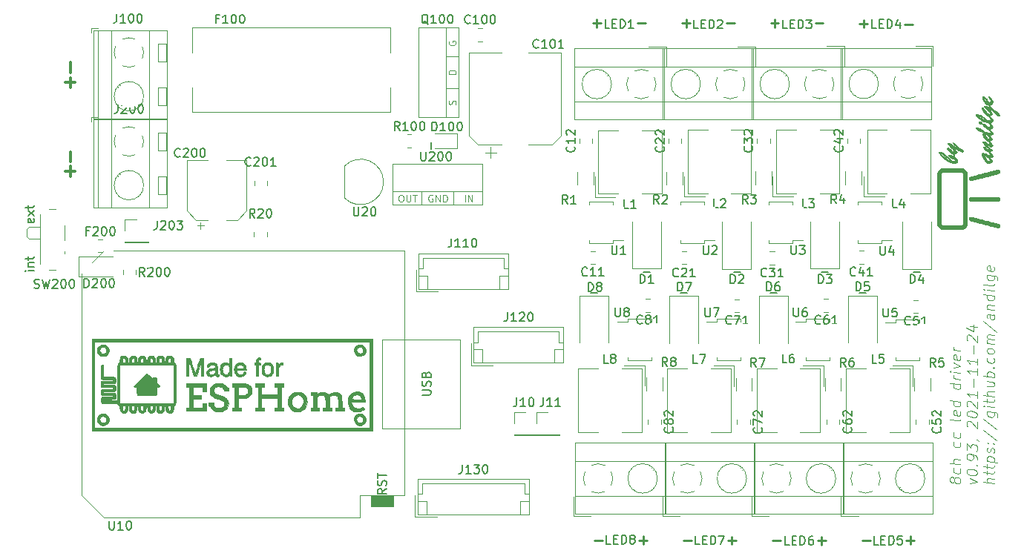
<source format=gto>
G04 #@! TF.GenerationSoftware,KiCad,Pcbnew,5.1.12-84ad8e8a86~92~ubuntu20.04.1*
G04 #@! TF.CreationDate,2021-11-25T00:21:49+01:00*
G04 #@! TF.ProjectId,CC dimmer low voltage,43432064-696d-46d6-9572-206c6f772076,0.93*
G04 #@! TF.SameCoordinates,Original*
G04 #@! TF.FileFunction,Legend,Top*
G04 #@! TF.FilePolarity,Positive*
%FSLAX46Y46*%
G04 Gerber Fmt 4.6, Leading zero omitted, Abs format (unit mm)*
G04 Created by KiCad (PCBNEW 5.1.12-84ad8e8a86~92~ubuntu20.04.1) date 2021-11-25 00:21:49*
%MOMM*%
%LPD*%
G01*
G04 APERTURE LIST*
%ADD10C,0.150000*%
%ADD11C,0.300000*%
%ADD12C,0.120000*%
%ADD13C,0.250000*%
%ADD14C,0.100000*%
%ADD15C,0.010000*%
%ADD16R,0.600000X0.450000*%
%ADD17C,1.400000*%
%ADD18O,2.000000X1.905000*%
%ADD19R,2.000000X1.905000*%
%ADD20C,3.000000*%
%ADD21R,1.700000X1.700000*%
%ADD22C,3.200000*%
%ADD23R,1.800000X2.500000*%
%ADD24O,1.700000X1.950000*%
%ADD25O,1.500000X1.050000*%
%ADD26R,1.500000X1.050000*%
%ADD27R,1.905000X2.000000*%
%ADD28O,1.905000X2.000000*%
%ADD29R,2.600000X2.600000*%
%ADD30C,2.600000*%
%ADD31C,2.500000*%
%ADD32R,2.500000X2.500000*%
%ADD33R,1.500000X0.700000*%
%ADD34C,0.900000*%
%ADD35R,0.800000X1.000000*%
G04 APERTURE END LIST*
D10*
X100564380Y-78823095D02*
X99897714Y-78823095D01*
X99564380Y-78823095D02*
X99612000Y-78870714D01*
X99659619Y-78823095D01*
X99612000Y-78775476D01*
X99564380Y-78823095D01*
X99659619Y-78823095D01*
X99897714Y-78346904D02*
X100564380Y-78346904D01*
X99992952Y-78346904D02*
X99945333Y-78299285D01*
X99897714Y-78204047D01*
X99897714Y-78061190D01*
X99945333Y-77965952D01*
X100040571Y-77918333D01*
X100564380Y-77918333D01*
X99897714Y-77585000D02*
X99897714Y-77204047D01*
X99564380Y-77442142D02*
X100421523Y-77442142D01*
X100516761Y-77394523D01*
X100564380Y-77299285D01*
X100564380Y-77204047D01*
X100536761Y-72895000D02*
X100584380Y-72990238D01*
X100584380Y-73180714D01*
X100536761Y-73275952D01*
X100441523Y-73323571D01*
X100060571Y-73323571D01*
X99965333Y-73275952D01*
X99917714Y-73180714D01*
X99917714Y-72990238D01*
X99965333Y-72895000D01*
X100060571Y-72847380D01*
X100155809Y-72847380D01*
X100251047Y-73323571D01*
X100584380Y-72514047D02*
X99917714Y-71990238D01*
X99917714Y-72514047D02*
X100584380Y-71990238D01*
X99917714Y-71752142D02*
X99917714Y-71371190D01*
X99584380Y-71609285D02*
X100441523Y-71609285D01*
X100536761Y-71561666D01*
X100584380Y-71466428D01*
X100584380Y-71371190D01*
D11*
X104709142Y-66366428D02*
X104709142Y-65223571D01*
X104140571Y-67472142D02*
X105283428Y-67472142D01*
X104712000Y-68043571D02*
X104712000Y-66900714D01*
D12*
X205599142Y-102847000D02*
X205542000Y-102954142D01*
X205484857Y-103004142D01*
X205370571Y-103047000D01*
X205313428Y-103039857D01*
X205199142Y-102968428D01*
X205142000Y-102904142D01*
X205084857Y-102782714D01*
X205084857Y-102554142D01*
X205142000Y-102447000D01*
X205199142Y-102397000D01*
X205313428Y-102354142D01*
X205370571Y-102361285D01*
X205484857Y-102432714D01*
X205542000Y-102497000D01*
X205599142Y-102618428D01*
X205599142Y-102847000D01*
X205656285Y-102968428D01*
X205713428Y-103032714D01*
X205827714Y-103104142D01*
X206056285Y-103132714D01*
X206170571Y-103089857D01*
X206227714Y-103039857D01*
X206284857Y-102932714D01*
X206284857Y-102704142D01*
X206227714Y-102582714D01*
X206170571Y-102518428D01*
X206056285Y-102447000D01*
X205827714Y-102418428D01*
X205713428Y-102461285D01*
X205656285Y-102511285D01*
X205599142Y-102618428D01*
X206227714Y-101439857D02*
X206284857Y-101561285D01*
X206284857Y-101789857D01*
X206227714Y-101897000D01*
X206170571Y-101947000D01*
X206056285Y-101989857D01*
X205713428Y-101947000D01*
X205599142Y-101875571D01*
X205542000Y-101811285D01*
X205484857Y-101689857D01*
X205484857Y-101461285D01*
X205542000Y-101354142D01*
X206284857Y-100932714D02*
X205084857Y-100782714D01*
X206284857Y-100418428D02*
X205656285Y-100339857D01*
X205542000Y-100382714D01*
X205484857Y-100489857D01*
X205484857Y-100661285D01*
X205542000Y-100782714D01*
X205599142Y-100847000D01*
X206227714Y-98411285D02*
X206284857Y-98532714D01*
X206284857Y-98761285D01*
X206227714Y-98868428D01*
X206170571Y-98918428D01*
X206056285Y-98961285D01*
X205713428Y-98918428D01*
X205599142Y-98847000D01*
X205542000Y-98782714D01*
X205484857Y-98661285D01*
X205484857Y-98432714D01*
X205542000Y-98325571D01*
X206227714Y-97382714D02*
X206284857Y-97504142D01*
X206284857Y-97732714D01*
X206227714Y-97839857D01*
X206170571Y-97889857D01*
X206056285Y-97932714D01*
X205713428Y-97889857D01*
X205599142Y-97818428D01*
X205542000Y-97754142D01*
X205484857Y-97632714D01*
X205484857Y-97404142D01*
X205542000Y-97297000D01*
X206284857Y-95789857D02*
X206227714Y-95897000D01*
X206113428Y-95939857D01*
X205084857Y-95811285D01*
X206227714Y-94868428D02*
X206284857Y-94989857D01*
X206284857Y-95218428D01*
X206227714Y-95325571D01*
X206113428Y-95368428D01*
X205656285Y-95311285D01*
X205542000Y-95239857D01*
X205484857Y-95118428D01*
X205484857Y-94889857D01*
X205542000Y-94782714D01*
X205656285Y-94739857D01*
X205770571Y-94754142D01*
X205884857Y-95339857D01*
X206284857Y-93789857D02*
X205084857Y-93639857D01*
X206227714Y-93782714D02*
X206284857Y-93904142D01*
X206284857Y-94132714D01*
X206227714Y-94239857D01*
X206170571Y-94289857D01*
X206056285Y-94332714D01*
X205713428Y-94289857D01*
X205599142Y-94218428D01*
X205542000Y-94154142D01*
X205484857Y-94032714D01*
X205484857Y-93804142D01*
X205542000Y-93697000D01*
X206284857Y-91789857D02*
X205084857Y-91639857D01*
X206227714Y-91782714D02*
X206284857Y-91904142D01*
X206284857Y-92132714D01*
X206227714Y-92239857D01*
X206170571Y-92289857D01*
X206056285Y-92332714D01*
X205713428Y-92289857D01*
X205599142Y-92218428D01*
X205542000Y-92154142D01*
X205484857Y-92032714D01*
X205484857Y-91804142D01*
X205542000Y-91697000D01*
X206284857Y-91218428D02*
X205484857Y-91118428D01*
X205713428Y-91147000D02*
X205599142Y-91075571D01*
X205542000Y-91011285D01*
X205484857Y-90889857D01*
X205484857Y-90775571D01*
X206284857Y-90475571D02*
X205484857Y-90375571D01*
X205084857Y-90325571D02*
X205142000Y-90389857D01*
X205199142Y-90339857D01*
X205142000Y-90275571D01*
X205084857Y-90325571D01*
X205199142Y-90339857D01*
X205484857Y-89918428D02*
X206284857Y-89732714D01*
X205484857Y-89347000D01*
X206227714Y-88525571D02*
X206284857Y-88647000D01*
X206284857Y-88875571D01*
X206227714Y-88982714D01*
X206113428Y-89025571D01*
X205656285Y-88968428D01*
X205542000Y-88897000D01*
X205484857Y-88775571D01*
X205484857Y-88547000D01*
X205542000Y-88439857D01*
X205656285Y-88397000D01*
X205770571Y-88411285D01*
X205884857Y-88997000D01*
X206284857Y-87961285D02*
X205484857Y-87861285D01*
X205713428Y-87889857D02*
X205599142Y-87818428D01*
X205542000Y-87754142D01*
X205484857Y-87632714D01*
X205484857Y-87518428D01*
X207404857Y-103118428D02*
X208204857Y-102932714D01*
X207404857Y-102547000D01*
X207004857Y-101811285D02*
X207004857Y-101697000D01*
X207062000Y-101589857D01*
X207119142Y-101539857D01*
X207233428Y-101497000D01*
X207462000Y-101468428D01*
X207747714Y-101504142D01*
X207976285Y-101589857D01*
X208090571Y-101661285D01*
X208147714Y-101725571D01*
X208204857Y-101847000D01*
X208204857Y-101961285D01*
X208147714Y-102068428D01*
X208090571Y-102118428D01*
X207976285Y-102161285D01*
X207747714Y-102189857D01*
X207462000Y-102154142D01*
X207233428Y-102068428D01*
X207119142Y-101997000D01*
X207062000Y-101932714D01*
X207004857Y-101811285D01*
X208090571Y-101032714D02*
X208147714Y-100982714D01*
X208204857Y-101047000D01*
X208147714Y-101097000D01*
X208090571Y-101032714D01*
X208204857Y-101047000D01*
X208204857Y-100418428D02*
X208204857Y-100189857D01*
X208147714Y-100068428D01*
X208090571Y-100004142D01*
X207919142Y-99868428D01*
X207690571Y-99782714D01*
X207233428Y-99725571D01*
X207119142Y-99768428D01*
X207062000Y-99818428D01*
X207004857Y-99925571D01*
X207004857Y-100154142D01*
X207062000Y-100275571D01*
X207119142Y-100339857D01*
X207233428Y-100411285D01*
X207519142Y-100447000D01*
X207633428Y-100404142D01*
X207690571Y-100354142D01*
X207747714Y-100247000D01*
X207747714Y-100018428D01*
X207690571Y-99897000D01*
X207633428Y-99832714D01*
X207519142Y-99761285D01*
X207004857Y-99297000D02*
X207004857Y-98554142D01*
X207462000Y-99011285D01*
X207462000Y-98839857D01*
X207519142Y-98732714D01*
X207576285Y-98682714D01*
X207690571Y-98639857D01*
X207976285Y-98675571D01*
X208090571Y-98747000D01*
X208147714Y-98811285D01*
X208204857Y-98932714D01*
X208204857Y-99275571D01*
X208147714Y-99382714D01*
X208090571Y-99432714D01*
X208147714Y-98125571D02*
X208204857Y-98132714D01*
X208319142Y-98204142D01*
X208376285Y-98268428D01*
X207119142Y-96625571D02*
X207062000Y-96561285D01*
X207004857Y-96439857D01*
X207004857Y-96154142D01*
X207062000Y-96047000D01*
X207119142Y-95997000D01*
X207233428Y-95954142D01*
X207347714Y-95968428D01*
X207519142Y-96047000D01*
X208204857Y-96818428D01*
X208204857Y-96075571D01*
X207004857Y-95182714D02*
X207004857Y-95068428D01*
X207062000Y-94961285D01*
X207119142Y-94911285D01*
X207233428Y-94868428D01*
X207462000Y-94839857D01*
X207747714Y-94875571D01*
X207976285Y-94961285D01*
X208090571Y-95032714D01*
X208147714Y-95097000D01*
X208204857Y-95218428D01*
X208204857Y-95332714D01*
X208147714Y-95439857D01*
X208090571Y-95489857D01*
X207976285Y-95532714D01*
X207747714Y-95561285D01*
X207462000Y-95525571D01*
X207233428Y-95439857D01*
X207119142Y-95368428D01*
X207062000Y-95304142D01*
X207004857Y-95182714D01*
X207119142Y-94339857D02*
X207062000Y-94275571D01*
X207004857Y-94154142D01*
X207004857Y-93868428D01*
X207062000Y-93761285D01*
X207119142Y-93711285D01*
X207233428Y-93668428D01*
X207347714Y-93682714D01*
X207519142Y-93761285D01*
X208204857Y-94532714D01*
X208204857Y-93789857D01*
X208204857Y-92647000D02*
X208204857Y-93332714D01*
X208204857Y-92989857D02*
X207004857Y-92839857D01*
X207176285Y-92975571D01*
X207290571Y-93104142D01*
X207347714Y-93225571D01*
X207747714Y-92075571D02*
X207747714Y-91161285D01*
X208204857Y-90018428D02*
X208204857Y-90704142D01*
X208204857Y-90361285D02*
X207004857Y-90211285D01*
X207176285Y-90347000D01*
X207290571Y-90475571D01*
X207347714Y-90597000D01*
X208204857Y-88875571D02*
X208204857Y-89561285D01*
X208204857Y-89218428D02*
X207004857Y-89068428D01*
X207176285Y-89204142D01*
X207290571Y-89332714D01*
X207347714Y-89454142D01*
X207747714Y-88304142D02*
X207747714Y-87389857D01*
X207119142Y-86797000D02*
X207062000Y-86732714D01*
X207004857Y-86611285D01*
X207004857Y-86325571D01*
X207062000Y-86218428D01*
X207119142Y-86168428D01*
X207233428Y-86125571D01*
X207347714Y-86139857D01*
X207519142Y-86218428D01*
X208204857Y-86989857D01*
X208204857Y-86247000D01*
X207404857Y-85118428D02*
X208204857Y-85218428D01*
X206947714Y-85347000D02*
X207804857Y-85739857D01*
X207804857Y-84997000D01*
X210124857Y-103104142D02*
X208924857Y-102954142D01*
X210124857Y-102589857D02*
X209496285Y-102511285D01*
X209382000Y-102554142D01*
X209324857Y-102661285D01*
X209324857Y-102832714D01*
X209382000Y-102954142D01*
X209439142Y-103018428D01*
X209324857Y-102089857D02*
X209324857Y-101632714D01*
X208924857Y-101868428D02*
X209953428Y-101997000D01*
X210067714Y-101954142D01*
X210124857Y-101847000D01*
X210124857Y-101732714D01*
X209324857Y-101404142D02*
X209324857Y-100947000D01*
X208924857Y-101182714D02*
X209953428Y-101311285D01*
X210067714Y-101268428D01*
X210124857Y-101161285D01*
X210124857Y-101047000D01*
X209324857Y-100547000D02*
X210524857Y-100697000D01*
X209382000Y-100554142D02*
X209324857Y-100432714D01*
X209324857Y-100204142D01*
X209382000Y-100097000D01*
X209439142Y-100047000D01*
X209553428Y-100004142D01*
X209896285Y-100047000D01*
X210010571Y-100118428D01*
X210067714Y-100182714D01*
X210124857Y-100304142D01*
X210124857Y-100532714D01*
X210067714Y-100639857D01*
X210067714Y-99611285D02*
X210124857Y-99504142D01*
X210124857Y-99275571D01*
X210067714Y-99154142D01*
X209953428Y-99082714D01*
X209896285Y-99075571D01*
X209782000Y-99118428D01*
X209724857Y-99225571D01*
X209724857Y-99397000D01*
X209667714Y-99504142D01*
X209553428Y-99547000D01*
X209496285Y-99539857D01*
X209382000Y-99468428D01*
X209324857Y-99347000D01*
X209324857Y-99175571D01*
X209382000Y-99068428D01*
X210010571Y-98575571D02*
X210067714Y-98525571D01*
X210124857Y-98589857D01*
X210067714Y-98639857D01*
X210010571Y-98575571D01*
X210124857Y-98589857D01*
X209382000Y-98497000D02*
X209439142Y-98447000D01*
X209496285Y-98511285D01*
X209439142Y-98561285D01*
X209382000Y-98497000D01*
X209496285Y-98511285D01*
X208867714Y-97004142D02*
X210410571Y-98225571D01*
X208867714Y-95747000D02*
X210410571Y-96968428D01*
X209324857Y-94889857D02*
X210296285Y-95011285D01*
X210410571Y-95082714D01*
X210467714Y-95147000D01*
X210524857Y-95268428D01*
X210524857Y-95439857D01*
X210467714Y-95547000D01*
X210067714Y-94982714D02*
X210124857Y-95104142D01*
X210124857Y-95332714D01*
X210067714Y-95439857D01*
X210010571Y-95489857D01*
X209896285Y-95532714D01*
X209553428Y-95489857D01*
X209439142Y-95418428D01*
X209382000Y-95354142D01*
X209324857Y-95232714D01*
X209324857Y-95004142D01*
X209382000Y-94897000D01*
X210124857Y-94418428D02*
X209324857Y-94318428D01*
X208924857Y-94268428D02*
X208982000Y-94332714D01*
X209039142Y-94282714D01*
X208982000Y-94218428D01*
X208924857Y-94268428D01*
X209039142Y-94282714D01*
X209324857Y-93918428D02*
X209324857Y-93461285D01*
X208924857Y-93697000D02*
X209953428Y-93825571D01*
X210067714Y-93782714D01*
X210124857Y-93675571D01*
X210124857Y-93561285D01*
X210124857Y-93161285D02*
X208924857Y-93011285D01*
X210124857Y-92647000D02*
X209496285Y-92568428D01*
X209382000Y-92611285D01*
X209324857Y-92718428D01*
X209324857Y-92889857D01*
X209382000Y-93011285D01*
X209439142Y-93075571D01*
X209324857Y-91461285D02*
X210124857Y-91561285D01*
X209324857Y-91975571D02*
X209953428Y-92054142D01*
X210067714Y-92011285D01*
X210124857Y-91904142D01*
X210124857Y-91732714D01*
X210067714Y-91611285D01*
X210010571Y-91547000D01*
X210124857Y-90989857D02*
X208924857Y-90839857D01*
X209382000Y-90897000D02*
X209324857Y-90775571D01*
X209324857Y-90547000D01*
X209382000Y-90439857D01*
X209439142Y-90389857D01*
X209553428Y-90347000D01*
X209896285Y-90389857D01*
X210010571Y-90461285D01*
X210067714Y-90525571D01*
X210124857Y-90647000D01*
X210124857Y-90875571D01*
X210067714Y-90982714D01*
X210010571Y-89889857D02*
X210067714Y-89839857D01*
X210124857Y-89904142D01*
X210067714Y-89954142D01*
X210010571Y-89889857D01*
X210124857Y-89904142D01*
X210067714Y-88811285D02*
X210124857Y-88932714D01*
X210124857Y-89161285D01*
X210067714Y-89268428D01*
X210010571Y-89318428D01*
X209896285Y-89361285D01*
X209553428Y-89318428D01*
X209439142Y-89247000D01*
X209382000Y-89182714D01*
X209324857Y-89061285D01*
X209324857Y-88832714D01*
X209382000Y-88725571D01*
X210124857Y-88132714D02*
X210067714Y-88239857D01*
X210010571Y-88289857D01*
X209896285Y-88332714D01*
X209553428Y-88289857D01*
X209439142Y-88218428D01*
X209382000Y-88154142D01*
X209324857Y-88032714D01*
X209324857Y-87861285D01*
X209382000Y-87754142D01*
X209439142Y-87704142D01*
X209553428Y-87661285D01*
X209896285Y-87704142D01*
X210010571Y-87775571D01*
X210067714Y-87839857D01*
X210124857Y-87961285D01*
X210124857Y-88132714D01*
X210124857Y-87218428D02*
X209324857Y-87118428D01*
X209439142Y-87132714D02*
X209382000Y-87068428D01*
X209324857Y-86947000D01*
X209324857Y-86775571D01*
X209382000Y-86668428D01*
X209496285Y-86625571D01*
X210124857Y-86704142D01*
X209496285Y-86625571D02*
X209382000Y-86554142D01*
X209324857Y-86432714D01*
X209324857Y-86261285D01*
X209382000Y-86154142D01*
X209496285Y-86111285D01*
X210124857Y-86189857D01*
X208867714Y-84604142D02*
X210410571Y-85825571D01*
X210124857Y-83847000D02*
X209496285Y-83768428D01*
X209382000Y-83811285D01*
X209324857Y-83918428D01*
X209324857Y-84147000D01*
X209382000Y-84268428D01*
X210067714Y-83839857D02*
X210124857Y-83961285D01*
X210124857Y-84247000D01*
X210067714Y-84354142D01*
X209953428Y-84397000D01*
X209839142Y-84382714D01*
X209724857Y-84311285D01*
X209667714Y-84189857D01*
X209667714Y-83904142D01*
X209610571Y-83782714D01*
X209324857Y-83175571D02*
X210124857Y-83275571D01*
X209439142Y-83189857D02*
X209382000Y-83125571D01*
X209324857Y-83004142D01*
X209324857Y-82832714D01*
X209382000Y-82725571D01*
X209496285Y-82682714D01*
X210124857Y-82761285D01*
X210124857Y-81675571D02*
X208924857Y-81525571D01*
X210067714Y-81668428D02*
X210124857Y-81789857D01*
X210124857Y-82018428D01*
X210067714Y-82125571D01*
X210010571Y-82175571D01*
X209896285Y-82218428D01*
X209553428Y-82175571D01*
X209439142Y-82104142D01*
X209382000Y-82039857D01*
X209324857Y-81918428D01*
X209324857Y-81689857D01*
X209382000Y-81582714D01*
X210124857Y-81104142D02*
X209324857Y-81004142D01*
X208924857Y-80954142D02*
X208982000Y-81018428D01*
X209039142Y-80968428D01*
X208982000Y-80904142D01*
X208924857Y-80954142D01*
X209039142Y-80968428D01*
X210124857Y-80361285D02*
X210067714Y-80468428D01*
X209953428Y-80511285D01*
X208924857Y-80382714D01*
X209324857Y-79289857D02*
X210296285Y-79411285D01*
X210410571Y-79482714D01*
X210467714Y-79547000D01*
X210524857Y-79668428D01*
X210524857Y-79839857D01*
X210467714Y-79947000D01*
X210067714Y-79382714D02*
X210124857Y-79504142D01*
X210124857Y-79732714D01*
X210067714Y-79839857D01*
X210010571Y-79889857D01*
X209896285Y-79932714D01*
X209553428Y-79889857D01*
X209439142Y-79818428D01*
X209382000Y-79754142D01*
X209324857Y-79632714D01*
X209324857Y-79404142D01*
X209382000Y-79297000D01*
X210067714Y-78354142D02*
X210124857Y-78475571D01*
X210124857Y-78704142D01*
X210067714Y-78811285D01*
X209953428Y-78854142D01*
X209496285Y-78797000D01*
X209382000Y-78725571D01*
X209324857Y-78604142D01*
X209324857Y-78375571D01*
X209382000Y-78268428D01*
X209496285Y-78225571D01*
X209610571Y-78239857D01*
X209724857Y-78825571D01*
D13*
X195064857Y-109620714D02*
X195979142Y-109620714D01*
X184854857Y-109640714D02*
X185769142Y-109640714D01*
X174674857Y-109640714D02*
X175589142Y-109640714D01*
X164504857Y-109620714D02*
X165419142Y-109620714D01*
X200124857Y-109590714D02*
X201039142Y-109590714D01*
X200582000Y-110047857D02*
X200582000Y-109133571D01*
X189994857Y-109640714D02*
X190909142Y-109640714D01*
X190452000Y-110097857D02*
X190452000Y-109183571D01*
X179764857Y-109620714D02*
X180679142Y-109620714D01*
X180222000Y-110077857D02*
X180222000Y-109163571D01*
X169614857Y-109600714D02*
X170529142Y-109600714D01*
X170072000Y-110057857D02*
X170072000Y-109143571D01*
X199934857Y-50660714D02*
X200849142Y-50660714D01*
X189724857Y-50540714D02*
X190639142Y-50540714D01*
X179624857Y-50510714D02*
X180539142Y-50510714D01*
X194784857Y-50610714D02*
X195699142Y-50610714D01*
X195242000Y-51067857D02*
X195242000Y-50153571D01*
X184644857Y-50540714D02*
X185559142Y-50540714D01*
X185102000Y-50997857D02*
X185102000Y-50083571D01*
X174544857Y-50540714D02*
X175459142Y-50540714D01*
X175002000Y-50997857D02*
X175002000Y-50083571D01*
D10*
X164882952Y-81383571D02*
X164121047Y-81383571D01*
X175142952Y-81363571D02*
X174381047Y-81363571D01*
X185312952Y-81363571D02*
X184551047Y-81363571D01*
X195492952Y-81363571D02*
X194731047Y-81363571D01*
D11*
X104719142Y-56186428D02*
X104719142Y-55043571D01*
X104150571Y-57332142D02*
X105293428Y-57332142D01*
X104722000Y-57903571D02*
X104722000Y-56760714D01*
D13*
X169414857Y-50510714D02*
X170329142Y-50510714D01*
X164354857Y-50550714D02*
X165269142Y-50550714D01*
X164812000Y-51007857D02*
X164812000Y-50093571D01*
D14*
X148659809Y-59837271D02*
X148697904Y-59722985D01*
X148697904Y-59532509D01*
X148659809Y-59456319D01*
X148621714Y-59418223D01*
X148545523Y-59380128D01*
X148469333Y-59380128D01*
X148393142Y-59418223D01*
X148355047Y-59456319D01*
X148316952Y-59532509D01*
X148278857Y-59684890D01*
X148240761Y-59761080D01*
X148202666Y-59799176D01*
X148126476Y-59837271D01*
X148050285Y-59837271D01*
X147974095Y-59799176D01*
X147936000Y-59761080D01*
X147897904Y-59684890D01*
X147897904Y-59494414D01*
X147936000Y-59380128D01*
X148697904Y-56363823D02*
X147897904Y-56363823D01*
X147897904Y-56173347D01*
X147936000Y-56059061D01*
X148012190Y-55982871D01*
X148088380Y-55944776D01*
X148240761Y-55906680D01*
X148355047Y-55906680D01*
X148507428Y-55944776D01*
X148583619Y-55982871D01*
X148659809Y-56059061D01*
X148697904Y-56173347D01*
X148697904Y-56363823D01*
X147936000Y-52630076D02*
X147897904Y-52706266D01*
X147897904Y-52820552D01*
X147936000Y-52934838D01*
X148012190Y-53011028D01*
X148088380Y-53049123D01*
X148240761Y-53087219D01*
X148355047Y-53087219D01*
X148507428Y-53049123D01*
X148583619Y-53011028D01*
X148659809Y-52934838D01*
X148697904Y-52820552D01*
X148697904Y-52744361D01*
X148659809Y-52630076D01*
X148621714Y-52591980D01*
X148355047Y-52591980D01*
X148355047Y-52744361D01*
X146055076Y-70174500D02*
X145978885Y-70136404D01*
X145864600Y-70136404D01*
X145750314Y-70174500D01*
X145674123Y-70250690D01*
X145636028Y-70326880D01*
X145597933Y-70479261D01*
X145597933Y-70593547D01*
X145636028Y-70745928D01*
X145674123Y-70822119D01*
X145750314Y-70898309D01*
X145864600Y-70936404D01*
X145940790Y-70936404D01*
X146055076Y-70898309D01*
X146093171Y-70860214D01*
X146093171Y-70593547D01*
X145940790Y-70593547D01*
X146436028Y-70936404D02*
X146436028Y-70136404D01*
X146893171Y-70936404D01*
X146893171Y-70136404D01*
X147274123Y-70936404D02*
X147274123Y-70136404D01*
X147464600Y-70136404D01*
X147578885Y-70174500D01*
X147655076Y-70250690D01*
X147693171Y-70326880D01*
X147731266Y-70479261D01*
X147731266Y-70593547D01*
X147693171Y-70745928D01*
X147655076Y-70822119D01*
X147578885Y-70898309D01*
X147464600Y-70936404D01*
X147274123Y-70936404D01*
X142384800Y-70149104D02*
X142537180Y-70149104D01*
X142613371Y-70187200D01*
X142689561Y-70263390D01*
X142727657Y-70415771D01*
X142727657Y-70682438D01*
X142689561Y-70834819D01*
X142613371Y-70911009D01*
X142537180Y-70949104D01*
X142384800Y-70949104D01*
X142308609Y-70911009D01*
X142232419Y-70834819D01*
X142194323Y-70682438D01*
X142194323Y-70415771D01*
X142232419Y-70263390D01*
X142308609Y-70187200D01*
X142384800Y-70149104D01*
X143070514Y-70149104D02*
X143070514Y-70796723D01*
X143108609Y-70872914D01*
X143146704Y-70911009D01*
X143222895Y-70949104D01*
X143375276Y-70949104D01*
X143451466Y-70911009D01*
X143489561Y-70872914D01*
X143527657Y-70796723D01*
X143527657Y-70149104D01*
X143794323Y-70149104D02*
X144251466Y-70149104D01*
X144022895Y-70949104D02*
X144022895Y-70149104D01*
X149750752Y-70974504D02*
X149750752Y-70174504D01*
X150131704Y-70974504D02*
X150131704Y-70174504D01*
X150588847Y-70974504D01*
X150588847Y-70174504D01*
D10*
X145880328Y-64946852D02*
X145880328Y-64184947D01*
X200901047Y-78976428D02*
X201662952Y-78976428D01*
X190461047Y-78986428D02*
X191222952Y-78986428D01*
X180421047Y-78996428D02*
X181182952Y-78996428D01*
X170111047Y-78986428D02*
X170872952Y-78986428D01*
D15*
G36*
X207262821Y-72810442D02*
G01*
X207306364Y-72749284D01*
X207363493Y-72700389D01*
X207410114Y-72679949D01*
X207439486Y-72683225D01*
X207505896Y-72696484D01*
X207605495Y-72718734D01*
X207734433Y-72748982D01*
X207888864Y-72786235D01*
X208064939Y-72829499D01*
X208258809Y-72877781D01*
X208466625Y-72930089D01*
X208684541Y-72985429D01*
X208908707Y-73042808D01*
X209135274Y-73101233D01*
X209360396Y-73159711D01*
X209580222Y-73217248D01*
X209790906Y-73272852D01*
X209988598Y-73325530D01*
X210169450Y-73374288D01*
X210329614Y-73418133D01*
X210465242Y-73456072D01*
X210572485Y-73487113D01*
X210647494Y-73510261D01*
X210686423Y-73524525D01*
X210689587Y-73526254D01*
X210749481Y-73588222D01*
X210776489Y-73667096D01*
X210769175Y-73751447D01*
X210727479Y-73828232D01*
X210678534Y-73873570D01*
X210627728Y-73902493D01*
X210621293Y-73904431D01*
X210592807Y-73901297D01*
X210527263Y-73888195D01*
X210428494Y-73866114D01*
X210300333Y-73836042D01*
X210146614Y-73798967D01*
X209971170Y-73755877D01*
X209777834Y-73707760D01*
X209570440Y-73655604D01*
X209352819Y-73600397D01*
X209128807Y-73543128D01*
X208902235Y-73484783D01*
X208676937Y-73426352D01*
X208456747Y-73368822D01*
X208245497Y-73313182D01*
X208047021Y-73260419D01*
X207865152Y-73211521D01*
X207703723Y-73167477D01*
X207566567Y-73129275D01*
X207457519Y-73097902D01*
X207380409Y-73074347D01*
X207339073Y-73059597D01*
X207334513Y-73057233D01*
X207280381Y-72998823D01*
X207249791Y-72916166D01*
X207245500Y-72869329D01*
X207262821Y-72810442D01*
G37*
X207262821Y-72810442D02*
X207306364Y-72749284D01*
X207363493Y-72700389D01*
X207410114Y-72679949D01*
X207439486Y-72683225D01*
X207505896Y-72696484D01*
X207605495Y-72718734D01*
X207734433Y-72748982D01*
X207888864Y-72786235D01*
X208064939Y-72829499D01*
X208258809Y-72877781D01*
X208466625Y-72930089D01*
X208684541Y-72985429D01*
X208908707Y-73042808D01*
X209135274Y-73101233D01*
X209360396Y-73159711D01*
X209580222Y-73217248D01*
X209790906Y-73272852D01*
X209988598Y-73325530D01*
X210169450Y-73374288D01*
X210329614Y-73418133D01*
X210465242Y-73456072D01*
X210572485Y-73487113D01*
X210647494Y-73510261D01*
X210686423Y-73524525D01*
X210689587Y-73526254D01*
X210749481Y-73588222D01*
X210776489Y-73667096D01*
X210769175Y-73751447D01*
X210727479Y-73828232D01*
X210678534Y-73873570D01*
X210627728Y-73902493D01*
X210621293Y-73904431D01*
X210592807Y-73901297D01*
X210527263Y-73888195D01*
X210428494Y-73866114D01*
X210300333Y-73836042D01*
X210146614Y-73798967D01*
X209971170Y-73755877D01*
X209777834Y-73707760D01*
X209570440Y-73655604D01*
X209352819Y-73600397D01*
X209128807Y-73543128D01*
X208902235Y-73484783D01*
X208676937Y-73426352D01*
X208456747Y-73368822D01*
X208245497Y-73313182D01*
X208047021Y-73260419D01*
X207865152Y-73211521D01*
X207703723Y-73167477D01*
X207566567Y-73129275D01*
X207457519Y-73097902D01*
X207380409Y-73074347D01*
X207339073Y-73059597D01*
X207334513Y-73057233D01*
X207280381Y-72998823D01*
X207249791Y-72916166D01*
X207245500Y-72869329D01*
X207262821Y-72810442D01*
G36*
X207274246Y-70523456D02*
G01*
X207336820Y-70456829D01*
X207372734Y-70434796D01*
X207406595Y-70428211D01*
X207478682Y-70422297D01*
X207584893Y-70417054D01*
X207721125Y-70412482D01*
X207883275Y-70408580D01*
X208067242Y-70405349D01*
X208268923Y-70402788D01*
X208484216Y-70400898D01*
X208709018Y-70399679D01*
X208939227Y-70399130D01*
X209170741Y-70399252D01*
X209399457Y-70400045D01*
X209621274Y-70401508D01*
X209832088Y-70403642D01*
X210027798Y-70406447D01*
X210204302Y-70409922D01*
X210357495Y-70414068D01*
X210483278Y-70418885D01*
X210577547Y-70424372D01*
X210636199Y-70430530D01*
X210653099Y-70434796D01*
X210730650Y-70494536D01*
X210773238Y-70572836D01*
X210780333Y-70625416D01*
X210769320Y-70689236D01*
X210747298Y-70737244D01*
X210733244Y-70757477D01*
X210719433Y-70775076D01*
X210702983Y-70790224D01*
X210681011Y-70803106D01*
X210650635Y-70813904D01*
X210608973Y-70822802D01*
X210553141Y-70829984D01*
X210480258Y-70835633D01*
X210387440Y-70839933D01*
X210271806Y-70843067D01*
X210130472Y-70845219D01*
X209960557Y-70846573D01*
X209759177Y-70847311D01*
X209523451Y-70847617D01*
X209250495Y-70847675D01*
X209012916Y-70847666D01*
X208711548Y-70847575D01*
X208449688Y-70847265D01*
X208224512Y-70846681D01*
X208033194Y-70845769D01*
X207872910Y-70844475D01*
X207740836Y-70842744D01*
X207634146Y-70840522D01*
X207550015Y-70837753D01*
X207485619Y-70834385D01*
X207438134Y-70830362D01*
X207404733Y-70825629D01*
X207382594Y-70820133D01*
X207372734Y-70816037D01*
X207295795Y-70756714D01*
X207253734Y-70682265D01*
X207246551Y-70601557D01*
X207274246Y-70523456D01*
G37*
X207274246Y-70523456D02*
X207336820Y-70456829D01*
X207372734Y-70434796D01*
X207406595Y-70428211D01*
X207478682Y-70422297D01*
X207584893Y-70417054D01*
X207721125Y-70412482D01*
X207883275Y-70408580D01*
X208067242Y-70405349D01*
X208268923Y-70402788D01*
X208484216Y-70400898D01*
X208709018Y-70399679D01*
X208939227Y-70399130D01*
X209170741Y-70399252D01*
X209399457Y-70400045D01*
X209621274Y-70401508D01*
X209832088Y-70403642D01*
X210027798Y-70406447D01*
X210204302Y-70409922D01*
X210357495Y-70414068D01*
X210483278Y-70418885D01*
X210577547Y-70424372D01*
X210636199Y-70430530D01*
X210653099Y-70434796D01*
X210730650Y-70494536D01*
X210773238Y-70572836D01*
X210780333Y-70625416D01*
X210769320Y-70689236D01*
X210747298Y-70737244D01*
X210733244Y-70757477D01*
X210719433Y-70775076D01*
X210702983Y-70790224D01*
X210681011Y-70803106D01*
X210650635Y-70813904D01*
X210608973Y-70822802D01*
X210553141Y-70829984D01*
X210480258Y-70835633D01*
X210387440Y-70839933D01*
X210271806Y-70843067D01*
X210130472Y-70845219D01*
X209960557Y-70846573D01*
X209759177Y-70847311D01*
X209523451Y-70847617D01*
X209250495Y-70847675D01*
X209012916Y-70847666D01*
X208711548Y-70847575D01*
X208449688Y-70847265D01*
X208224512Y-70846681D01*
X208033194Y-70845769D01*
X207872910Y-70844475D01*
X207740836Y-70842744D01*
X207634146Y-70840522D01*
X207550015Y-70837753D01*
X207485619Y-70834385D01*
X207438134Y-70830362D01*
X207404733Y-70825629D01*
X207382594Y-70820133D01*
X207372734Y-70816037D01*
X207295795Y-70756714D01*
X207253734Y-70682265D01*
X207246551Y-70601557D01*
X207274246Y-70523456D01*
G36*
X207261373Y-68228636D02*
G01*
X207304348Y-68156000D01*
X207334513Y-68130100D01*
X207365432Y-68117922D01*
X207433168Y-68096670D01*
X207533889Y-68067330D01*
X207663762Y-68030892D01*
X207818953Y-67988342D01*
X207995630Y-67940670D01*
X208189958Y-67888863D01*
X208398106Y-67833909D01*
X208616238Y-67776796D01*
X208840524Y-67718513D01*
X209067128Y-67660047D01*
X209292219Y-67602386D01*
X209511962Y-67546519D01*
X209722524Y-67493434D01*
X209920073Y-67444117D01*
X210100776Y-67399559D01*
X210260798Y-67360746D01*
X210396306Y-67328667D01*
X210503468Y-67304309D01*
X210578451Y-67288662D01*
X210617420Y-67282712D01*
X210621293Y-67282902D01*
X210695333Y-67321395D01*
X210747699Y-67387655D01*
X210773219Y-67470465D01*
X210766720Y-67558608D01*
X210758963Y-67581474D01*
X210727029Y-67628335D01*
X210689781Y-67660952D01*
X210658672Y-67673292D01*
X210590697Y-67694719D01*
X210489704Y-67724242D01*
X210359541Y-67760866D01*
X210204058Y-67803598D01*
X210027101Y-67851445D01*
X209832520Y-67903414D01*
X209624164Y-67958512D01*
X209405879Y-68015744D01*
X209181515Y-68074120D01*
X208954921Y-68132644D01*
X208729943Y-68190324D01*
X208510432Y-68246166D01*
X208300234Y-68299178D01*
X208103199Y-68348366D01*
X207923175Y-68392737D01*
X207764010Y-68431298D01*
X207629553Y-68463055D01*
X207523651Y-68487016D01*
X207450154Y-68502187D01*
X207412910Y-68507575D01*
X207410114Y-68507384D01*
X207351192Y-68478557D01*
X207295835Y-68425936D01*
X207256676Y-68364056D01*
X207245500Y-68318004D01*
X207261373Y-68228636D01*
G37*
X207261373Y-68228636D02*
X207304348Y-68156000D01*
X207334513Y-68130100D01*
X207365432Y-68117922D01*
X207433168Y-68096670D01*
X207533889Y-68067330D01*
X207663762Y-68030892D01*
X207818953Y-67988342D01*
X207995630Y-67940670D01*
X208189958Y-67888863D01*
X208398106Y-67833909D01*
X208616238Y-67776796D01*
X208840524Y-67718513D01*
X209067128Y-67660047D01*
X209292219Y-67602386D01*
X209511962Y-67546519D01*
X209722524Y-67493434D01*
X209920073Y-67444117D01*
X210100776Y-67399559D01*
X210260798Y-67360746D01*
X210396306Y-67328667D01*
X210503468Y-67304309D01*
X210578451Y-67288662D01*
X210617420Y-67282712D01*
X210621293Y-67282902D01*
X210695333Y-67321395D01*
X210747699Y-67387655D01*
X210773219Y-67470465D01*
X210766720Y-67558608D01*
X210758963Y-67581474D01*
X210727029Y-67628335D01*
X210689781Y-67660952D01*
X210658672Y-67673292D01*
X210590697Y-67694719D01*
X210489704Y-67724242D01*
X210359541Y-67760866D01*
X210204058Y-67803598D01*
X210027101Y-67851445D01*
X209832520Y-67903414D01*
X209624164Y-67958512D01*
X209405879Y-68015744D01*
X209181515Y-68074120D01*
X208954921Y-68132644D01*
X208729943Y-68190324D01*
X208510432Y-68246166D01*
X208300234Y-68299178D01*
X208103199Y-68348366D01*
X207923175Y-68392737D01*
X207764010Y-68431298D01*
X207629553Y-68463055D01*
X207523651Y-68487016D01*
X207450154Y-68502187D01*
X207412910Y-68507575D01*
X207410114Y-68507384D01*
X207351192Y-68478557D01*
X207295835Y-68425936D01*
X207256676Y-68364056D01*
X207245500Y-68318004D01*
X207261373Y-68228636D01*
G36*
X208040038Y-60965440D02*
G01*
X208102691Y-60949226D01*
X208198000Y-60952996D01*
X208355547Y-60987847D01*
X208530283Y-61054175D01*
X208715746Y-61148347D01*
X208905476Y-61266729D01*
X209093013Y-61405688D01*
X209259904Y-61550305D01*
X209315804Y-61601042D01*
X209356779Y-61628692D01*
X209398774Y-61639133D01*
X209457735Y-61638244D01*
X209491965Y-61635866D01*
X209595837Y-61617328D01*
X209663516Y-61578603D01*
X209696676Y-61518439D01*
X209700833Y-61479303D01*
X209684864Y-61428551D01*
X209642033Y-61361611D01*
X209579960Y-61286859D01*
X209506261Y-61212670D01*
X209428554Y-61147419D01*
X209356232Y-61100416D01*
X209223286Y-61011792D01*
X209090058Y-60889123D01*
X208964117Y-60739963D01*
X208894232Y-60639392D01*
X208817792Y-60509373D01*
X208763674Y-60393677D01*
X208732179Y-60295626D01*
X208723609Y-60218544D01*
X208738269Y-60165752D01*
X208776459Y-60140573D01*
X208838484Y-60146329D01*
X208849656Y-60149993D01*
X208886762Y-60175656D01*
X208930943Y-60231038D01*
X208985456Y-60320460D01*
X209005417Y-60356604D01*
X209106654Y-60530077D01*
X209203265Y-60667345D01*
X209299211Y-60773657D01*
X209359829Y-60826115D01*
X209442827Y-60879546D01*
X209519776Y-60909187D01*
X209584356Y-60915253D01*
X209630248Y-60897964D01*
X209651135Y-60857534D01*
X209647659Y-60816237D01*
X209618706Y-60751230D01*
X209563089Y-60668966D01*
X209487698Y-60578001D01*
X209399422Y-60486889D01*
X209336823Y-60430296D01*
X209198300Y-60309354D01*
X209093180Y-60210757D01*
X209019964Y-60132889D01*
X208977154Y-60074137D01*
X208963254Y-60032884D01*
X208963598Y-60027901D01*
X208972220Y-59998505D01*
X208994831Y-59984165D01*
X209042926Y-59980020D01*
X209076417Y-59980193D01*
X209139020Y-59986481D01*
X209212343Y-60005378D01*
X209305119Y-60039672D01*
X209424007Y-60091214D01*
X209515984Y-60132233D01*
X209592776Y-60165331D01*
X209646899Y-60187364D01*
X209670865Y-60195191D01*
X209671338Y-60195051D01*
X209662227Y-60176742D01*
X209633157Y-60132325D01*
X209589398Y-60069682D01*
X209563578Y-60033882D01*
X209501991Y-59953297D01*
X209449545Y-59897549D01*
X209393279Y-59855371D01*
X209337551Y-59824951D01*
X209337551Y-59566294D01*
X209360687Y-59560972D01*
X209362167Y-59554407D01*
X209353356Y-59530315D01*
X209331069Y-59482544D01*
X209317905Y-59456221D01*
X209270256Y-59380087D01*
X209208668Y-59305831D01*
X209140153Y-59239188D01*
X209071720Y-59185894D01*
X209010380Y-59151684D01*
X208963142Y-59142295D01*
X208944637Y-59150807D01*
X208943539Y-59178998D01*
X208963343Y-59229940D01*
X208998746Y-59293137D01*
X209044442Y-59358093D01*
X209057548Y-59374204D01*
X209108391Y-59425770D01*
X209169934Y-59475566D01*
X209234055Y-59518788D01*
X209292634Y-59550632D01*
X209337551Y-59566294D01*
X209337551Y-59824951D01*
X209320230Y-59815496D01*
X209302202Y-59806677D01*
X209173058Y-59728112D01*
X209052488Y-59624829D01*
X208946248Y-59504612D01*
X208860098Y-59375240D01*
X208799793Y-59244496D01*
X208771090Y-59120160D01*
X208769500Y-59086690D01*
X208772414Y-59017208D01*
X208784610Y-58975498D01*
X208811268Y-58947201D01*
X208822664Y-58939308D01*
X208895945Y-58915248D01*
X208981115Y-58927061D01*
X209072468Y-58972119D01*
X209164296Y-59047792D01*
X209234611Y-59129067D01*
X209283233Y-59200632D01*
X209339111Y-59293344D01*
X209391906Y-59389843D01*
X209403336Y-59412375D01*
X209445219Y-59494681D01*
X209475448Y-59546026D01*
X209500551Y-59573681D01*
X209527054Y-59584915D01*
X209560110Y-59587000D01*
X209636548Y-59568191D01*
X209692434Y-59517262D01*
X209719970Y-59442461D01*
X209721535Y-59416302D01*
X209706513Y-59325510D01*
X209661183Y-59221696D01*
X209583504Y-59100702D01*
X209535199Y-59036666D01*
X209483299Y-58968933D01*
X209455563Y-58927038D01*
X209448994Y-58904349D01*
X209460596Y-58894232D01*
X209469936Y-58892173D01*
X209511858Y-58902928D01*
X209572662Y-58940799D01*
X209645135Y-58999571D01*
X209722061Y-59073027D01*
X209796227Y-59154951D01*
X209841218Y-59212075D01*
X209921826Y-59343839D01*
X209966311Y-59468613D01*
X209974858Y-59582967D01*
X209947652Y-59683474D01*
X209884879Y-59766706D01*
X209808340Y-59818979D01*
X209736200Y-59846643D01*
X209662792Y-59861408D01*
X209646996Y-59862166D01*
X209599085Y-59866576D01*
X209577279Y-59877492D01*
X209577361Y-59880635D01*
X209592749Y-59902850D01*
X209630158Y-59951176D01*
X209684509Y-60019200D01*
X209750720Y-60100513D01*
X209774917Y-60129908D01*
X209860221Y-60230880D01*
X209931822Y-60308131D01*
X210001167Y-60371990D01*
X210079704Y-60432787D01*
X210178881Y-60500853D01*
X210205286Y-60518276D01*
X210341966Y-60613783D01*
X210462851Y-60709393D01*
X210565122Y-60801788D01*
X210645959Y-60887652D01*
X210702544Y-60963670D01*
X210732058Y-61026526D01*
X210731681Y-61072902D01*
X210699196Y-61099296D01*
X210633844Y-61100295D01*
X210548076Y-61072200D01*
X210447936Y-61018965D01*
X210339466Y-60944542D01*
X210228711Y-60852883D01*
X210121714Y-60747940D01*
X210065974Y-60685181D01*
X209999826Y-60608651D01*
X209945236Y-60553299D01*
X209890372Y-60510169D01*
X209823406Y-60470304D01*
X209732506Y-60424748D01*
X209703927Y-60411073D01*
X209616257Y-60369740D01*
X209543254Y-60336140D01*
X209492966Y-60313920D01*
X209473695Y-60306666D01*
X209482581Y-60320838D01*
X209515301Y-60359132D01*
X209566282Y-60415213D01*
X209612493Y-60464446D01*
X209712426Y-60577720D01*
X209793951Y-60686391D01*
X209853077Y-60784206D01*
X209885813Y-60864912D01*
X209891135Y-60900935D01*
X209873041Y-60953517D01*
X209826004Y-61009892D01*
X209761407Y-61060980D01*
X209690633Y-61097698D01*
X209627801Y-61111000D01*
X209600943Y-61116759D01*
X209601597Y-61136320D01*
X209631883Y-61173110D01*
X209693922Y-61230556D01*
X209710979Y-61245388D01*
X209820585Y-61352678D01*
X209903738Y-61460641D01*
X209955751Y-61562511D01*
X209970322Y-61619779D01*
X209972730Y-61679081D01*
X209954912Y-61723164D01*
X209918688Y-61764235D01*
X209856829Y-61810244D01*
X209781299Y-61846422D01*
X209762579Y-61852341D01*
X209700026Y-61869468D01*
X209652778Y-61882530D01*
X209642145Y-61885520D01*
X209642817Y-61902816D01*
X209670735Y-61942679D01*
X209721667Y-61999369D01*
X209739026Y-62017026D01*
X209819537Y-62107055D01*
X209886047Y-62199734D01*
X209932823Y-62285749D01*
X209954131Y-62355787D01*
X209954833Y-62367567D01*
X209934850Y-62445698D01*
X209879253Y-62514540D01*
X209794570Y-62568818D01*
X209687331Y-62603257D01*
X209656896Y-62608266D01*
X209576625Y-62619033D01*
X209763523Y-62802405D01*
X209852758Y-62893026D01*
X209914462Y-62963848D01*
X209953987Y-63021728D01*
X209976685Y-63073528D01*
X209977734Y-63076942D01*
X209991896Y-63157621D01*
X209977631Y-63217096D01*
X209932361Y-63257049D01*
X209853506Y-63279163D01*
X209738489Y-63285121D01*
X209662924Y-63282357D01*
X209466265Y-63271020D01*
X209643323Y-63438620D01*
X209759652Y-63552901D01*
X209843290Y-63645091D01*
X209896022Y-63717669D01*
X209919634Y-63773109D01*
X209915912Y-63813888D01*
X209915069Y-63815532D01*
X209883478Y-63847044D01*
X209822593Y-63887270D01*
X209742834Y-63930265D01*
X209654622Y-63970081D01*
X209622010Y-63982787D01*
X209603246Y-63992255D01*
X209598079Y-64006471D01*
X209609908Y-64031340D01*
X209642131Y-64072768D01*
X209698149Y-64136660D01*
X209732672Y-64175030D01*
X209836259Y-64295922D01*
X209907402Y-64394222D01*
X209947327Y-64472999D01*
X209957261Y-64535319D01*
X209938431Y-64584249D01*
X209907790Y-64612883D01*
X209848015Y-64640748D01*
X209776420Y-64646065D01*
X209688663Y-64627642D01*
X209580405Y-64584288D01*
X209447306Y-64514809D01*
X209355634Y-64461241D01*
X209292731Y-64425467D01*
X209245217Y-64402325D01*
X209223218Y-64396735D01*
X209223119Y-64396825D01*
X209230259Y-64417609D01*
X209263399Y-64460447D01*
X209316729Y-64519463D01*
X209384438Y-64588780D01*
X209460715Y-64662521D01*
X209539750Y-64734808D01*
X209615733Y-64799766D01*
X209643557Y-64822058D01*
X209720982Y-64883931D01*
X209789414Y-64940923D01*
X209839509Y-64985133D01*
X209857572Y-65003003D01*
X209884486Y-65037345D01*
X209882592Y-65062121D01*
X209858588Y-65091433D01*
X209816396Y-65121247D01*
X209750221Y-65151204D01*
X209701849Y-65166977D01*
X209584417Y-65199087D01*
X209720178Y-65339946D01*
X209830659Y-65463837D01*
X209911452Y-65574577D01*
X209961510Y-65669776D01*
X209979785Y-65747043D01*
X209965231Y-65803989D01*
X209935058Y-65830422D01*
X209866516Y-65848890D01*
X209772667Y-65849301D01*
X209666306Y-65832051D01*
X209624822Y-65820812D01*
X209563058Y-65802773D01*
X209519220Y-65791256D01*
X209507412Y-65789062D01*
X209516574Y-65802894D01*
X209550997Y-65841030D01*
X209605680Y-65898172D01*
X209675623Y-65969019D01*
X209701912Y-65995208D01*
X209806033Y-66102420D01*
X209877674Y-66187901D01*
X209917466Y-66256300D01*
X209926041Y-66312266D01*
X209904028Y-66360447D01*
X209852058Y-66405491D01*
X209770762Y-66452048D01*
X209764333Y-66455310D01*
X209622358Y-66508370D01*
X209583400Y-66512067D01*
X209583400Y-66310734D01*
X209637232Y-66296478D01*
X209673147Y-66272383D01*
X209679667Y-66256167D01*
X209668658Y-66230869D01*
X209639652Y-66181014D01*
X209598677Y-66116899D01*
X209594163Y-66110114D01*
X209530563Y-66026709D01*
X209451777Y-65939478D01*
X209387788Y-65878835D01*
X209312608Y-65816097D01*
X209231723Y-65750998D01*
X209152404Y-65689097D01*
X209081925Y-65635950D01*
X209027555Y-65597118D01*
X208996567Y-65578158D01*
X208993121Y-65577166D01*
X208995053Y-65594237D01*
X209014157Y-65640358D01*
X209046486Y-65707890D01*
X209088089Y-65789196D01*
X209135018Y-65876639D01*
X209183324Y-65962579D01*
X209229058Y-66039380D01*
X209245892Y-66066056D01*
X209330877Y-66181550D01*
X209413642Y-66259058D01*
X209498601Y-66302405D01*
X209527133Y-66309718D01*
X209583400Y-66310734D01*
X209583400Y-66512067D01*
X209488215Y-66521100D01*
X209363971Y-66493648D01*
X209251692Y-66426162D01*
X209241696Y-66417651D01*
X209145658Y-66321324D01*
X209047583Y-66201408D01*
X208952847Y-66066709D01*
X208866826Y-65926037D01*
X208794893Y-65788197D01*
X208742425Y-65661998D01*
X208714796Y-65556246D01*
X208714436Y-65553696D01*
X208708841Y-65491503D01*
X208717634Y-65453336D01*
X208746292Y-65421837D01*
X208759364Y-65411263D01*
X208823917Y-65373393D01*
X208873943Y-65370557D01*
X208905176Y-65402798D01*
X208907697Y-65409768D01*
X208929525Y-65441976D01*
X208967332Y-65440694D01*
X209046640Y-65420072D01*
X209106306Y-65415016D01*
X209160649Y-65428297D01*
X209223985Y-65462682D01*
X209282594Y-65501650D01*
X209389523Y-65568469D01*
X209473720Y-65605564D01*
X209540751Y-65614696D01*
X209592414Y-65599717D01*
X209629888Y-65558276D01*
X209632770Y-65492812D01*
X209601089Y-65403658D01*
X209568542Y-65343973D01*
X209519958Y-65272569D01*
X209466683Y-65220732D01*
X209393108Y-65174269D01*
X209366347Y-65160084D01*
X209217908Y-65074617D01*
X209096174Y-64986614D01*
X209004225Y-64899265D01*
X208945141Y-64815759D01*
X208922004Y-64739287D01*
X208925212Y-64703318D01*
X208946323Y-64655892D01*
X208980464Y-64641184D01*
X209031798Y-64659470D01*
X209104493Y-64711026D01*
X209110091Y-64715563D01*
X209240888Y-64819708D01*
X209342592Y-64895041D01*
X209416363Y-64942362D01*
X209463366Y-64962466D01*
X209471262Y-64963333D01*
X209504270Y-64951412D01*
X209505687Y-64920925D01*
X209476951Y-64879785D01*
X209452125Y-64858001D01*
X209357969Y-64778829D01*
X209255695Y-64681856D01*
X209151783Y-64574380D01*
X209052708Y-64463700D01*
X208964951Y-64357112D01*
X208894989Y-64261915D01*
X208849299Y-64185406D01*
X208843283Y-64172129D01*
X208827639Y-64114642D01*
X208840922Y-64076116D01*
X208887543Y-64051835D01*
X208969272Y-64037378D01*
X209019401Y-64033899D01*
X209058740Y-64040464D01*
X209099453Y-64062434D01*
X209153702Y-64105168D01*
X209186219Y-64132989D01*
X209303739Y-64227991D01*
X209408641Y-64300207D01*
X209497638Y-64348268D01*
X209567446Y-64370808D01*
X209614778Y-64366459D01*
X209636350Y-64333855D01*
X209637333Y-64320704D01*
X209625167Y-64272690D01*
X209593442Y-64208365D01*
X209588663Y-64200735D01*
X209588663Y-63775868D01*
X209636159Y-63765441D01*
X209658018Y-63736104D01*
X209658500Y-63729394D01*
X209645330Y-63703751D01*
X209609140Y-63652889D01*
X209554911Y-63583341D01*
X209487625Y-63501636D01*
X209460249Y-63469438D01*
X209357097Y-63355288D01*
X209262647Y-63262681D01*
X209180755Y-63194775D01*
X209115272Y-63154731D01*
X209070052Y-63145709D01*
X209066666Y-63146680D01*
X209067035Y-63167026D01*
X209084767Y-63215828D01*
X209115750Y-63285064D01*
X209155870Y-63366710D01*
X209201014Y-63452741D01*
X209247067Y-63535135D01*
X209289917Y-63605867D01*
X209325449Y-63656915D01*
X209332755Y-63665714D01*
X209387575Y-63712309D01*
X209454848Y-63747440D01*
X209525052Y-63769247D01*
X209588663Y-63775868D01*
X209588663Y-64200735D01*
X209549319Y-64137916D01*
X209499959Y-64071531D01*
X209452522Y-64019398D01*
X209414169Y-63991705D01*
X209404663Y-63989666D01*
X209338824Y-63971663D01*
X209259964Y-63921829D01*
X209173521Y-63846433D01*
X209084933Y-63751741D01*
X208999640Y-63644022D01*
X208923078Y-63529541D01*
X208860687Y-63414567D01*
X208821837Y-63318002D01*
X208802164Y-63252704D01*
X208796936Y-63210582D01*
X208806837Y-63174778D01*
X208829299Y-63133935D01*
X208872559Y-63060616D01*
X208625238Y-62930150D01*
X208484593Y-62853473D01*
X208355117Y-62778157D01*
X208242349Y-62707778D01*
X208151824Y-62645914D01*
X208089081Y-62596142D01*
X208061846Y-62566208D01*
X208051620Y-62517598D01*
X208077614Y-62477265D01*
X208133722Y-62452652D01*
X208157810Y-62449247D01*
X208185059Y-62449643D01*
X208217869Y-62456347D01*
X208260144Y-62471356D01*
X208315784Y-62496670D01*
X208388692Y-62534288D01*
X208482770Y-62586209D01*
X208601920Y-62654432D01*
X208750044Y-62740955D01*
X208900733Y-62829842D01*
X209087715Y-62933810D01*
X209248566Y-63008576D01*
X209386589Y-63055368D01*
X209505084Y-63075412D01*
X209562249Y-63075536D01*
X209644170Y-63062004D01*
X209688000Y-63032611D01*
X209695947Y-62984457D01*
X209675964Y-62926240D01*
X209643658Y-62872934D01*
X209594867Y-62808595D01*
X209537552Y-62741906D01*
X209479677Y-62681548D01*
X209429203Y-62636204D01*
X209394091Y-62614556D01*
X209389464Y-62613833D01*
X209343486Y-62601722D01*
X209274505Y-62569375D01*
X209192756Y-62522774D01*
X209108474Y-62467900D01*
X209031895Y-62410735D01*
X209009110Y-62391559D01*
X208926401Y-62306636D01*
X208868108Y-62220746D01*
X208836721Y-62140289D01*
X208834729Y-62071666D01*
X208864621Y-62021275D01*
X208864984Y-62020972D01*
X208911736Y-62008437D01*
X208980224Y-62025439D01*
X209064802Y-62069228D01*
X209159827Y-62137054D01*
X209232326Y-62199956D01*
X209336104Y-62293435D01*
X209417207Y-62357175D01*
X209480802Y-62393328D01*
X209532054Y-62404045D01*
X209576131Y-62391480D01*
X209616167Y-62359833D01*
X209652211Y-62296593D01*
X209651625Y-62214709D01*
X209616837Y-62117808D01*
X209556823Y-62011209D01*
X209492483Y-61938197D01*
X209414100Y-61890370D01*
X209319833Y-61861073D01*
X209158732Y-61815347D01*
X209094196Y-61790842D01*
X209094196Y-61566644D01*
X209096841Y-61558750D01*
X209078728Y-61536888D01*
X209077119Y-61535109D01*
X209042792Y-61504280D01*
X208984157Y-61458379D01*
X208912115Y-61405833D01*
X208888705Y-61389471D01*
X208776753Y-61316510D01*
X208666027Y-61252277D01*
X208562085Y-61199145D01*
X208470486Y-61159487D01*
X208396789Y-61135674D01*
X208346554Y-61130078D01*
X208325338Y-61145072D01*
X208325000Y-61148914D01*
X208343454Y-61184010D01*
X208394252Y-61231113D01*
X208470547Y-61286222D01*
X208565492Y-61345336D01*
X208672241Y-61404455D01*
X208783948Y-61459579D01*
X208893764Y-61506708D01*
X208994845Y-61541840D01*
X209000116Y-61543374D01*
X209064164Y-61561281D01*
X209094196Y-61566644D01*
X209094196Y-61790842D01*
X208988081Y-61750549D01*
X208813946Y-61670446D01*
X208642394Y-61578805D01*
X208479493Y-61479392D01*
X208331307Y-61375974D01*
X208203904Y-61272318D01*
X208103351Y-61172191D01*
X208035713Y-61079358D01*
X208024133Y-61056587D01*
X208013546Y-61001409D01*
X208040038Y-60965440D01*
G37*
X208040038Y-60965440D02*
X208102691Y-60949226D01*
X208198000Y-60952996D01*
X208355547Y-60987847D01*
X208530283Y-61054175D01*
X208715746Y-61148347D01*
X208905476Y-61266729D01*
X209093013Y-61405688D01*
X209259904Y-61550305D01*
X209315804Y-61601042D01*
X209356779Y-61628692D01*
X209398774Y-61639133D01*
X209457735Y-61638244D01*
X209491965Y-61635866D01*
X209595837Y-61617328D01*
X209663516Y-61578603D01*
X209696676Y-61518439D01*
X209700833Y-61479303D01*
X209684864Y-61428551D01*
X209642033Y-61361611D01*
X209579960Y-61286859D01*
X209506261Y-61212670D01*
X209428554Y-61147419D01*
X209356232Y-61100416D01*
X209223286Y-61011792D01*
X209090058Y-60889123D01*
X208964117Y-60739963D01*
X208894232Y-60639392D01*
X208817792Y-60509373D01*
X208763674Y-60393677D01*
X208732179Y-60295626D01*
X208723609Y-60218544D01*
X208738269Y-60165752D01*
X208776459Y-60140573D01*
X208838484Y-60146329D01*
X208849656Y-60149993D01*
X208886762Y-60175656D01*
X208930943Y-60231038D01*
X208985456Y-60320460D01*
X209005417Y-60356604D01*
X209106654Y-60530077D01*
X209203265Y-60667345D01*
X209299211Y-60773657D01*
X209359829Y-60826115D01*
X209442827Y-60879546D01*
X209519776Y-60909187D01*
X209584356Y-60915253D01*
X209630248Y-60897964D01*
X209651135Y-60857534D01*
X209647659Y-60816237D01*
X209618706Y-60751230D01*
X209563089Y-60668966D01*
X209487698Y-60578001D01*
X209399422Y-60486889D01*
X209336823Y-60430296D01*
X209198300Y-60309354D01*
X209093180Y-60210757D01*
X209019964Y-60132889D01*
X208977154Y-60074137D01*
X208963254Y-60032884D01*
X208963598Y-60027901D01*
X208972220Y-59998505D01*
X208994831Y-59984165D01*
X209042926Y-59980020D01*
X209076417Y-59980193D01*
X209139020Y-59986481D01*
X209212343Y-60005378D01*
X209305119Y-60039672D01*
X209424007Y-60091214D01*
X209515984Y-60132233D01*
X209592776Y-60165331D01*
X209646899Y-60187364D01*
X209670865Y-60195191D01*
X209671338Y-60195051D01*
X209662227Y-60176742D01*
X209633157Y-60132325D01*
X209589398Y-60069682D01*
X209563578Y-60033882D01*
X209501991Y-59953297D01*
X209449545Y-59897549D01*
X209393279Y-59855371D01*
X209337551Y-59824951D01*
X209337551Y-59566294D01*
X209360687Y-59560972D01*
X209362167Y-59554407D01*
X209353356Y-59530315D01*
X209331069Y-59482544D01*
X209317905Y-59456221D01*
X209270256Y-59380087D01*
X209208668Y-59305831D01*
X209140153Y-59239188D01*
X209071720Y-59185894D01*
X209010380Y-59151684D01*
X208963142Y-59142295D01*
X208944637Y-59150807D01*
X208943539Y-59178998D01*
X208963343Y-59229940D01*
X208998746Y-59293137D01*
X209044442Y-59358093D01*
X209057548Y-59374204D01*
X209108391Y-59425770D01*
X209169934Y-59475566D01*
X209234055Y-59518788D01*
X209292634Y-59550632D01*
X209337551Y-59566294D01*
X209337551Y-59824951D01*
X209320230Y-59815496D01*
X209302202Y-59806677D01*
X209173058Y-59728112D01*
X209052488Y-59624829D01*
X208946248Y-59504612D01*
X208860098Y-59375240D01*
X208799793Y-59244496D01*
X208771090Y-59120160D01*
X208769500Y-59086690D01*
X208772414Y-59017208D01*
X208784610Y-58975498D01*
X208811268Y-58947201D01*
X208822664Y-58939308D01*
X208895945Y-58915248D01*
X208981115Y-58927061D01*
X209072468Y-58972119D01*
X209164296Y-59047792D01*
X209234611Y-59129067D01*
X209283233Y-59200632D01*
X209339111Y-59293344D01*
X209391906Y-59389843D01*
X209403336Y-59412375D01*
X209445219Y-59494681D01*
X209475448Y-59546026D01*
X209500551Y-59573681D01*
X209527054Y-59584915D01*
X209560110Y-59587000D01*
X209636548Y-59568191D01*
X209692434Y-59517262D01*
X209719970Y-59442461D01*
X209721535Y-59416302D01*
X209706513Y-59325510D01*
X209661183Y-59221696D01*
X209583504Y-59100702D01*
X209535199Y-59036666D01*
X209483299Y-58968933D01*
X209455563Y-58927038D01*
X209448994Y-58904349D01*
X209460596Y-58894232D01*
X209469936Y-58892173D01*
X209511858Y-58902928D01*
X209572662Y-58940799D01*
X209645135Y-58999571D01*
X209722061Y-59073027D01*
X209796227Y-59154951D01*
X209841218Y-59212075D01*
X209921826Y-59343839D01*
X209966311Y-59468613D01*
X209974858Y-59582967D01*
X209947652Y-59683474D01*
X209884879Y-59766706D01*
X209808340Y-59818979D01*
X209736200Y-59846643D01*
X209662792Y-59861408D01*
X209646996Y-59862166D01*
X209599085Y-59866576D01*
X209577279Y-59877492D01*
X209577361Y-59880635D01*
X209592749Y-59902850D01*
X209630158Y-59951176D01*
X209684509Y-60019200D01*
X209750720Y-60100513D01*
X209774917Y-60129908D01*
X209860221Y-60230880D01*
X209931822Y-60308131D01*
X210001167Y-60371990D01*
X210079704Y-60432787D01*
X210178881Y-60500853D01*
X210205286Y-60518276D01*
X210341966Y-60613783D01*
X210462851Y-60709393D01*
X210565122Y-60801788D01*
X210645959Y-60887652D01*
X210702544Y-60963670D01*
X210732058Y-61026526D01*
X210731681Y-61072902D01*
X210699196Y-61099296D01*
X210633844Y-61100295D01*
X210548076Y-61072200D01*
X210447936Y-61018965D01*
X210339466Y-60944542D01*
X210228711Y-60852883D01*
X210121714Y-60747940D01*
X210065974Y-60685181D01*
X209999826Y-60608651D01*
X209945236Y-60553299D01*
X209890372Y-60510169D01*
X209823406Y-60470304D01*
X209732506Y-60424748D01*
X209703927Y-60411073D01*
X209616257Y-60369740D01*
X209543254Y-60336140D01*
X209492966Y-60313920D01*
X209473695Y-60306666D01*
X209482581Y-60320838D01*
X209515301Y-60359132D01*
X209566282Y-60415213D01*
X209612493Y-60464446D01*
X209712426Y-60577720D01*
X209793951Y-60686391D01*
X209853077Y-60784206D01*
X209885813Y-60864912D01*
X209891135Y-60900935D01*
X209873041Y-60953517D01*
X209826004Y-61009892D01*
X209761407Y-61060980D01*
X209690633Y-61097698D01*
X209627801Y-61111000D01*
X209600943Y-61116759D01*
X209601597Y-61136320D01*
X209631883Y-61173110D01*
X209693922Y-61230556D01*
X209710979Y-61245388D01*
X209820585Y-61352678D01*
X209903738Y-61460641D01*
X209955751Y-61562511D01*
X209970322Y-61619779D01*
X209972730Y-61679081D01*
X209954912Y-61723164D01*
X209918688Y-61764235D01*
X209856829Y-61810244D01*
X209781299Y-61846422D01*
X209762579Y-61852341D01*
X209700026Y-61869468D01*
X209652778Y-61882530D01*
X209642145Y-61885520D01*
X209642817Y-61902816D01*
X209670735Y-61942679D01*
X209721667Y-61999369D01*
X209739026Y-62017026D01*
X209819537Y-62107055D01*
X209886047Y-62199734D01*
X209932823Y-62285749D01*
X209954131Y-62355787D01*
X209954833Y-62367567D01*
X209934850Y-62445698D01*
X209879253Y-62514540D01*
X209794570Y-62568818D01*
X209687331Y-62603257D01*
X209656896Y-62608266D01*
X209576625Y-62619033D01*
X209763523Y-62802405D01*
X209852758Y-62893026D01*
X209914462Y-62963848D01*
X209953987Y-63021728D01*
X209976685Y-63073528D01*
X209977734Y-63076942D01*
X209991896Y-63157621D01*
X209977631Y-63217096D01*
X209932361Y-63257049D01*
X209853506Y-63279163D01*
X209738489Y-63285121D01*
X209662924Y-63282357D01*
X209466265Y-63271020D01*
X209643323Y-63438620D01*
X209759652Y-63552901D01*
X209843290Y-63645091D01*
X209896022Y-63717669D01*
X209919634Y-63773109D01*
X209915912Y-63813888D01*
X209915069Y-63815532D01*
X209883478Y-63847044D01*
X209822593Y-63887270D01*
X209742834Y-63930265D01*
X209654622Y-63970081D01*
X209622010Y-63982787D01*
X209603246Y-63992255D01*
X209598079Y-64006471D01*
X209609908Y-64031340D01*
X209642131Y-64072768D01*
X209698149Y-64136660D01*
X209732672Y-64175030D01*
X209836259Y-64295922D01*
X209907402Y-64394222D01*
X209947327Y-64472999D01*
X209957261Y-64535319D01*
X209938431Y-64584249D01*
X209907790Y-64612883D01*
X209848015Y-64640748D01*
X209776420Y-64646065D01*
X209688663Y-64627642D01*
X209580405Y-64584288D01*
X209447306Y-64514809D01*
X209355634Y-64461241D01*
X209292731Y-64425467D01*
X209245217Y-64402325D01*
X209223218Y-64396735D01*
X209223119Y-64396825D01*
X209230259Y-64417609D01*
X209263399Y-64460447D01*
X209316729Y-64519463D01*
X209384438Y-64588780D01*
X209460715Y-64662521D01*
X209539750Y-64734808D01*
X209615733Y-64799766D01*
X209643557Y-64822058D01*
X209720982Y-64883931D01*
X209789414Y-64940923D01*
X209839509Y-64985133D01*
X209857572Y-65003003D01*
X209884486Y-65037345D01*
X209882592Y-65062121D01*
X209858588Y-65091433D01*
X209816396Y-65121247D01*
X209750221Y-65151204D01*
X209701849Y-65166977D01*
X209584417Y-65199087D01*
X209720178Y-65339946D01*
X209830659Y-65463837D01*
X209911452Y-65574577D01*
X209961510Y-65669776D01*
X209979785Y-65747043D01*
X209965231Y-65803989D01*
X209935058Y-65830422D01*
X209866516Y-65848890D01*
X209772667Y-65849301D01*
X209666306Y-65832051D01*
X209624822Y-65820812D01*
X209563058Y-65802773D01*
X209519220Y-65791256D01*
X209507412Y-65789062D01*
X209516574Y-65802894D01*
X209550997Y-65841030D01*
X209605680Y-65898172D01*
X209675623Y-65969019D01*
X209701912Y-65995208D01*
X209806033Y-66102420D01*
X209877674Y-66187901D01*
X209917466Y-66256300D01*
X209926041Y-66312266D01*
X209904028Y-66360447D01*
X209852058Y-66405491D01*
X209770762Y-66452048D01*
X209764333Y-66455310D01*
X209622358Y-66508370D01*
X209583400Y-66512067D01*
X209583400Y-66310734D01*
X209637232Y-66296478D01*
X209673147Y-66272383D01*
X209679667Y-66256167D01*
X209668658Y-66230869D01*
X209639652Y-66181014D01*
X209598677Y-66116899D01*
X209594163Y-66110114D01*
X209530563Y-66026709D01*
X209451777Y-65939478D01*
X209387788Y-65878835D01*
X209312608Y-65816097D01*
X209231723Y-65750998D01*
X209152404Y-65689097D01*
X209081925Y-65635950D01*
X209027555Y-65597118D01*
X208996567Y-65578158D01*
X208993121Y-65577166D01*
X208995053Y-65594237D01*
X209014157Y-65640358D01*
X209046486Y-65707890D01*
X209088089Y-65789196D01*
X209135018Y-65876639D01*
X209183324Y-65962579D01*
X209229058Y-66039380D01*
X209245892Y-66066056D01*
X209330877Y-66181550D01*
X209413642Y-66259058D01*
X209498601Y-66302405D01*
X209527133Y-66309718D01*
X209583400Y-66310734D01*
X209583400Y-66512067D01*
X209488215Y-66521100D01*
X209363971Y-66493648D01*
X209251692Y-66426162D01*
X209241696Y-66417651D01*
X209145658Y-66321324D01*
X209047583Y-66201408D01*
X208952847Y-66066709D01*
X208866826Y-65926037D01*
X208794893Y-65788197D01*
X208742425Y-65661998D01*
X208714796Y-65556246D01*
X208714436Y-65553696D01*
X208708841Y-65491503D01*
X208717634Y-65453336D01*
X208746292Y-65421837D01*
X208759364Y-65411263D01*
X208823917Y-65373393D01*
X208873943Y-65370557D01*
X208905176Y-65402798D01*
X208907697Y-65409768D01*
X208929525Y-65441976D01*
X208967332Y-65440694D01*
X209046640Y-65420072D01*
X209106306Y-65415016D01*
X209160649Y-65428297D01*
X209223985Y-65462682D01*
X209282594Y-65501650D01*
X209389523Y-65568469D01*
X209473720Y-65605564D01*
X209540751Y-65614696D01*
X209592414Y-65599717D01*
X209629888Y-65558276D01*
X209632770Y-65492812D01*
X209601089Y-65403658D01*
X209568542Y-65343973D01*
X209519958Y-65272569D01*
X209466683Y-65220732D01*
X209393108Y-65174269D01*
X209366347Y-65160084D01*
X209217908Y-65074617D01*
X209096174Y-64986614D01*
X209004225Y-64899265D01*
X208945141Y-64815759D01*
X208922004Y-64739287D01*
X208925212Y-64703318D01*
X208946323Y-64655892D01*
X208980464Y-64641184D01*
X209031798Y-64659470D01*
X209104493Y-64711026D01*
X209110091Y-64715563D01*
X209240888Y-64819708D01*
X209342592Y-64895041D01*
X209416363Y-64942362D01*
X209463366Y-64962466D01*
X209471262Y-64963333D01*
X209504270Y-64951412D01*
X209505687Y-64920925D01*
X209476951Y-64879785D01*
X209452125Y-64858001D01*
X209357969Y-64778829D01*
X209255695Y-64681856D01*
X209151783Y-64574380D01*
X209052708Y-64463700D01*
X208964951Y-64357112D01*
X208894989Y-64261915D01*
X208849299Y-64185406D01*
X208843283Y-64172129D01*
X208827639Y-64114642D01*
X208840922Y-64076116D01*
X208887543Y-64051835D01*
X208969272Y-64037378D01*
X209019401Y-64033899D01*
X209058740Y-64040464D01*
X209099453Y-64062434D01*
X209153702Y-64105168D01*
X209186219Y-64132989D01*
X209303739Y-64227991D01*
X209408641Y-64300207D01*
X209497638Y-64348268D01*
X209567446Y-64370808D01*
X209614778Y-64366459D01*
X209636350Y-64333855D01*
X209637333Y-64320704D01*
X209625167Y-64272690D01*
X209593442Y-64208365D01*
X209588663Y-64200735D01*
X209588663Y-63775868D01*
X209636159Y-63765441D01*
X209658018Y-63736104D01*
X209658500Y-63729394D01*
X209645330Y-63703751D01*
X209609140Y-63652889D01*
X209554911Y-63583341D01*
X209487625Y-63501636D01*
X209460249Y-63469438D01*
X209357097Y-63355288D01*
X209262647Y-63262681D01*
X209180755Y-63194775D01*
X209115272Y-63154731D01*
X209070052Y-63145709D01*
X209066666Y-63146680D01*
X209067035Y-63167026D01*
X209084767Y-63215828D01*
X209115750Y-63285064D01*
X209155870Y-63366710D01*
X209201014Y-63452741D01*
X209247067Y-63535135D01*
X209289917Y-63605867D01*
X209325449Y-63656915D01*
X209332755Y-63665714D01*
X209387575Y-63712309D01*
X209454848Y-63747440D01*
X209525052Y-63769247D01*
X209588663Y-63775868D01*
X209588663Y-64200735D01*
X209549319Y-64137916D01*
X209499959Y-64071531D01*
X209452522Y-64019398D01*
X209414169Y-63991705D01*
X209404663Y-63989666D01*
X209338824Y-63971663D01*
X209259964Y-63921829D01*
X209173521Y-63846433D01*
X209084933Y-63751741D01*
X208999640Y-63644022D01*
X208923078Y-63529541D01*
X208860687Y-63414567D01*
X208821837Y-63318002D01*
X208802164Y-63252704D01*
X208796936Y-63210582D01*
X208806837Y-63174778D01*
X208829299Y-63133935D01*
X208872559Y-63060616D01*
X208625238Y-62930150D01*
X208484593Y-62853473D01*
X208355117Y-62778157D01*
X208242349Y-62707778D01*
X208151824Y-62645914D01*
X208089081Y-62596142D01*
X208061846Y-62566208D01*
X208051620Y-62517598D01*
X208077614Y-62477265D01*
X208133722Y-62452652D01*
X208157810Y-62449247D01*
X208185059Y-62449643D01*
X208217869Y-62456347D01*
X208260144Y-62471356D01*
X208315784Y-62496670D01*
X208388692Y-62534288D01*
X208482770Y-62586209D01*
X208601920Y-62654432D01*
X208750044Y-62740955D01*
X208900733Y-62829842D01*
X209087715Y-62933810D01*
X209248566Y-63008576D01*
X209386589Y-63055368D01*
X209505084Y-63075412D01*
X209562249Y-63075536D01*
X209644170Y-63062004D01*
X209688000Y-63032611D01*
X209695947Y-62984457D01*
X209675964Y-62926240D01*
X209643658Y-62872934D01*
X209594867Y-62808595D01*
X209537552Y-62741906D01*
X209479677Y-62681548D01*
X209429203Y-62636204D01*
X209394091Y-62614556D01*
X209389464Y-62613833D01*
X209343486Y-62601722D01*
X209274505Y-62569375D01*
X209192756Y-62522774D01*
X209108474Y-62467900D01*
X209031895Y-62410735D01*
X209009110Y-62391559D01*
X208926401Y-62306636D01*
X208868108Y-62220746D01*
X208836721Y-62140289D01*
X208834729Y-62071666D01*
X208864621Y-62021275D01*
X208864984Y-62020972D01*
X208911736Y-62008437D01*
X208980224Y-62025439D01*
X209064802Y-62069228D01*
X209159827Y-62137054D01*
X209232326Y-62199956D01*
X209336104Y-62293435D01*
X209417207Y-62357175D01*
X209480802Y-62393328D01*
X209532054Y-62404045D01*
X209576131Y-62391480D01*
X209616167Y-62359833D01*
X209652211Y-62296593D01*
X209651625Y-62214709D01*
X209616837Y-62117808D01*
X209556823Y-62011209D01*
X209492483Y-61938197D01*
X209414100Y-61890370D01*
X209319833Y-61861073D01*
X209158732Y-61815347D01*
X209094196Y-61790842D01*
X209094196Y-61566644D01*
X209096841Y-61558750D01*
X209078728Y-61536888D01*
X209077119Y-61535109D01*
X209042792Y-61504280D01*
X208984157Y-61458379D01*
X208912115Y-61405833D01*
X208888705Y-61389471D01*
X208776753Y-61316510D01*
X208666027Y-61252277D01*
X208562085Y-61199145D01*
X208470486Y-61159487D01*
X208396789Y-61135674D01*
X208346554Y-61130078D01*
X208325338Y-61145072D01*
X208325000Y-61148914D01*
X208343454Y-61184010D01*
X208394252Y-61231113D01*
X208470547Y-61286222D01*
X208565492Y-61345336D01*
X208672241Y-61404455D01*
X208783948Y-61459579D01*
X208893764Y-61506708D01*
X208994845Y-61541840D01*
X209000116Y-61543374D01*
X209064164Y-61561281D01*
X209094196Y-61566644D01*
X209094196Y-61790842D01*
X208988081Y-61750549D01*
X208813946Y-61670446D01*
X208642394Y-61578805D01*
X208479493Y-61479392D01*
X208331307Y-61375974D01*
X208203904Y-61272318D01*
X208103351Y-61172191D01*
X208035713Y-61079358D01*
X208024133Y-61056587D01*
X208013546Y-61001409D01*
X208040038Y-60965440D01*
G36*
X208395260Y-61792604D02*
G01*
X208408245Y-61779036D01*
X208465911Y-61753398D01*
X208537335Y-61763742D01*
X208616218Y-61808769D01*
X208637538Y-61826318D01*
X208697233Y-61892949D01*
X208716479Y-61954224D01*
X208696266Y-62013460D01*
X208694169Y-62016524D01*
X208643316Y-62055486D01*
X208572957Y-62059607D01*
X208494567Y-62031871D01*
X208422750Y-61979520D01*
X208380342Y-61916577D01*
X208370220Y-61851464D01*
X208395260Y-61792604D01*
G37*
X208395260Y-61792604D02*
X208408245Y-61779036D01*
X208465911Y-61753398D01*
X208537335Y-61763742D01*
X208616218Y-61808769D01*
X208637538Y-61826318D01*
X208697233Y-61892949D01*
X208716479Y-61954224D01*
X208696266Y-62013460D01*
X208694169Y-62016524D01*
X208643316Y-62055486D01*
X208572957Y-62059607D01*
X208494567Y-62031871D01*
X208422750Y-61979520D01*
X208380342Y-61916577D01*
X208370220Y-61851464D01*
X208395260Y-61792604D01*
G36*
X203705505Y-67509213D02*
G01*
X203797680Y-67371482D01*
X203912609Y-67265189D01*
X203989667Y-67216449D01*
X204102250Y-67154083D01*
X206557583Y-67154083D01*
X206663417Y-67210401D01*
X206801410Y-67306417D01*
X206910379Y-67432794D01*
X206952176Y-67503333D01*
X207002083Y-67598583D01*
X207005704Y-70561916D01*
X207006018Y-70913531D01*
X207006098Y-71254007D01*
X207005952Y-71580892D01*
X207005593Y-71891735D01*
X207005029Y-72184082D01*
X207004271Y-72455482D01*
X207003330Y-72703482D01*
X207002215Y-72925629D01*
X207000938Y-73119472D01*
X206999508Y-73282557D01*
X206997936Y-73412433D01*
X206996232Y-73506648D01*
X206994406Y-73562748D01*
X206993021Y-73578166D01*
X206924315Y-73731714D01*
X206821252Y-73861595D01*
X206686557Y-73964563D01*
X206652833Y-73983343D01*
X206557583Y-74033250D01*
X204214433Y-74033250D01*
X204214433Y-73620500D01*
X206445400Y-73620500D01*
X206517367Y-73548533D01*
X206589333Y-73476566D01*
X206589333Y-67710767D01*
X206517367Y-67638800D01*
X206445400Y-67566833D01*
X204214433Y-67566833D01*
X204142466Y-67638800D01*
X204070500Y-67710767D01*
X204070500Y-73476567D01*
X204142467Y-73548533D01*
X204214433Y-73620500D01*
X204214433Y-74033250D01*
X204102250Y-74033250D01*
X204012880Y-73985495D01*
X203875149Y-73893320D01*
X203768856Y-73778391D01*
X203720115Y-73701332D01*
X203657750Y-73588750D01*
X203657750Y-67598583D01*
X203705505Y-67509213D01*
G37*
X203705505Y-67509213D02*
X203797680Y-67371482D01*
X203912609Y-67265189D01*
X203989667Y-67216449D01*
X204102250Y-67154083D01*
X206557583Y-67154083D01*
X206663417Y-67210401D01*
X206801410Y-67306417D01*
X206910379Y-67432794D01*
X206952176Y-67503333D01*
X207002083Y-67598583D01*
X207005704Y-70561916D01*
X207006018Y-70913531D01*
X207006098Y-71254007D01*
X207005952Y-71580892D01*
X207005593Y-71891735D01*
X207005029Y-72184082D01*
X207004271Y-72455482D01*
X207003330Y-72703482D01*
X207002215Y-72925629D01*
X207000938Y-73119472D01*
X206999508Y-73282557D01*
X206997936Y-73412433D01*
X206996232Y-73506648D01*
X206994406Y-73562748D01*
X206993021Y-73578166D01*
X206924315Y-73731714D01*
X206821252Y-73861595D01*
X206686557Y-73964563D01*
X206652833Y-73983343D01*
X206557583Y-74033250D01*
X204214433Y-74033250D01*
X204214433Y-73620500D01*
X206445400Y-73620500D01*
X206517367Y-73548533D01*
X206589333Y-73476566D01*
X206589333Y-67710767D01*
X206517367Y-67638800D01*
X206445400Y-67566833D01*
X204214433Y-67566833D01*
X204142466Y-67638800D01*
X204070500Y-67710767D01*
X204070500Y-73476567D01*
X204142467Y-73548533D01*
X204214433Y-73620500D01*
X204214433Y-74033250D01*
X204102250Y-74033250D01*
X204012880Y-73985495D01*
X203875149Y-73893320D01*
X203768856Y-73778391D01*
X203720115Y-73701332D01*
X203657750Y-73588750D01*
X203657750Y-67598583D01*
X203705505Y-67509213D01*
G36*
X203801732Y-65273521D02*
G01*
X203827110Y-65248893D01*
X203883217Y-65238990D01*
X203906391Y-65238500D01*
X203998793Y-65253344D01*
X204114358Y-65295905D01*
X204247078Y-65363220D01*
X204390942Y-65452330D01*
X204504417Y-65533095D01*
X204573313Y-65587691D01*
X204663409Y-65663135D01*
X204768028Y-65753432D01*
X204880497Y-65852590D01*
X204994138Y-65954612D01*
X205102278Y-66053506D01*
X205198241Y-66143276D01*
X205275351Y-66217929D01*
X205326933Y-66271471D01*
X205327905Y-66272563D01*
X205389111Y-66309957D01*
X205478040Y-66315989D01*
X205571985Y-66297220D01*
X205643660Y-66265400D01*
X205676218Y-66221335D01*
X205669785Y-66163580D01*
X205624487Y-66090693D01*
X205593228Y-66054488D01*
X205543644Y-66003003D01*
X205509658Y-65977959D01*
X205479274Y-65973693D01*
X205443087Y-65983637D01*
X205358846Y-65994767D01*
X205268993Y-65969758D01*
X205170363Y-65907276D01*
X205087293Y-65833618D01*
X205000537Y-65738942D01*
X204951210Y-65662959D01*
X204938142Y-65606984D01*
X204960163Y-65572327D01*
X205016100Y-65560303D01*
X205104784Y-65572223D01*
X205225044Y-65609401D01*
X205271263Y-65627356D01*
X205349845Y-65657602D01*
X205412679Y-65678737D01*
X205450295Y-65687713D01*
X205456472Y-65686972D01*
X205471100Y-65647061D01*
X205465971Y-65589195D01*
X205446053Y-65527695D01*
X205416313Y-65476880D01*
X205381716Y-65451070D01*
X205374331Y-65450166D01*
X205328519Y-65435794D01*
X205260683Y-65396648D01*
X205177916Y-65338689D01*
X205087308Y-65267877D01*
X204995952Y-65190169D01*
X204910939Y-65111526D01*
X204839360Y-65037908D01*
X204788307Y-64975272D01*
X204768560Y-64941106D01*
X204753641Y-64893034D01*
X204763268Y-64858036D01*
X204790945Y-64824921D01*
X204836182Y-64788787D01*
X204878459Y-64772870D01*
X204880001Y-64772833D01*
X204934953Y-64789516D01*
X205011594Y-64837905D01*
X205106657Y-64915510D01*
X205216877Y-65019842D01*
X205254811Y-65058463D01*
X205345688Y-65148471D01*
X205417136Y-65209006D01*
X205475281Y-65244346D01*
X205526250Y-65258768D01*
X205542961Y-65259666D01*
X205572304Y-65245819D01*
X205572381Y-65206141D01*
X205545115Y-65143428D01*
X205492427Y-65060476D01*
X205416239Y-64960082D01*
X205318473Y-64845041D01*
X205201049Y-64718150D01*
X205101107Y-64616757D01*
X204996965Y-64512811D01*
X204920434Y-64433902D01*
X204868235Y-64376119D01*
X204837087Y-64335554D01*
X204823711Y-64308297D01*
X204824825Y-64290440D01*
X204825820Y-64288673D01*
X204860283Y-64263927D01*
X204916738Y-64248579D01*
X204925738Y-64247613D01*
X204963325Y-64247308D01*
X205003132Y-64254754D01*
X205050640Y-64272757D01*
X205111327Y-64304122D01*
X205190674Y-64351658D01*
X205294160Y-64418170D01*
X205414583Y-64497991D01*
X205510945Y-64560962D01*
X205612428Y-64624920D01*
X205712044Y-64685729D01*
X205802806Y-64739253D01*
X205877726Y-64781357D01*
X205929815Y-64807905D01*
X205950519Y-64815166D01*
X205941782Y-64801075D01*
X205908276Y-64762513D01*
X205855060Y-64705050D01*
X205787192Y-64634256D01*
X205772684Y-64619375D01*
X205642224Y-64484154D01*
X205542679Y-64377001D01*
X205473667Y-64297479D01*
X205434806Y-64245149D01*
X205425167Y-64222439D01*
X205438792Y-64200143D01*
X205479471Y-64209987D01*
X205546909Y-64251797D01*
X205640809Y-64325402D01*
X205723867Y-64397301D01*
X205912319Y-64560987D01*
X206121655Y-64735434D01*
X206337134Y-64908533D01*
X206499375Y-65034356D01*
X206561922Y-65085250D01*
X206608512Y-65129338D01*
X206630837Y-65158588D01*
X206631667Y-65162256D01*
X206614372Y-65189993D01*
X206577754Y-65213936D01*
X206530354Y-65231152D01*
X206480884Y-65238049D01*
X206424898Y-65232898D01*
X206357948Y-65213971D01*
X206275588Y-65179541D01*
X206173371Y-65127881D01*
X206046850Y-65057261D01*
X205891578Y-64965956D01*
X205803874Y-64913276D01*
X205710546Y-64857693D01*
X205630874Y-64811645D01*
X205571427Y-64778820D01*
X205538774Y-64762904D01*
X205534641Y-64762137D01*
X205544649Y-64780087D01*
X205577062Y-64824084D01*
X205627015Y-64887793D01*
X205689646Y-64964880D01*
X205699349Y-64976622D01*
X205766118Y-65060020D01*
X205822980Y-65136256D01*
X205864142Y-65197196D01*
X205883809Y-65234708D01*
X205884186Y-65236063D01*
X205877382Y-65292164D01*
X205828327Y-65346387D01*
X205737004Y-65398745D01*
X205661389Y-65429463D01*
X205537287Y-65474713D01*
X205576477Y-65551582D01*
X205601411Y-65623072D01*
X205614890Y-65705673D01*
X205615666Y-65726634D01*
X205617607Y-65777475D01*
X205627889Y-65815658D01*
X205653205Y-65852154D01*
X205700245Y-65897934D01*
X205743226Y-65935766D01*
X205852686Y-66046763D01*
X205921822Y-66152219D01*
X205951279Y-66249614D01*
X205941704Y-66336431D01*
X205893741Y-66410153D01*
X205808036Y-66468261D01*
X205685236Y-66508237D01*
X205592740Y-66522607D01*
X205430149Y-66520510D01*
X205250667Y-66483712D01*
X205117789Y-66435844D01*
X205117789Y-66230805D01*
X205123613Y-66225137D01*
X205102658Y-66199061D01*
X205075917Y-66170082D01*
X205037346Y-66133058D01*
X204973070Y-66076204D01*
X204890584Y-66005956D01*
X204797385Y-65928746D01*
X204747892Y-65888558D01*
X204597495Y-65770291D01*
X204457579Y-65666025D01*
X204331665Y-65578007D01*
X204223269Y-65508478D01*
X204135913Y-65459683D01*
X204073114Y-65433866D01*
X204038392Y-65433270D01*
X204036380Y-65434898D01*
X204035551Y-65464097D01*
X204069326Y-65513046D01*
X204135794Y-65580081D01*
X204233041Y-65663535D01*
X204359156Y-65761743D01*
X204512226Y-65873039D01*
X204645390Y-65965339D01*
X204769919Y-66049264D01*
X204866471Y-66112092D01*
X204941385Y-66157519D01*
X205000998Y-66189243D01*
X205051647Y-66210957D01*
X205086500Y-66222582D01*
X205117789Y-66230805D01*
X205117789Y-66435844D01*
X205058210Y-66414380D01*
X204856696Y-66314679D01*
X204650042Y-66186775D01*
X204442166Y-66032834D01*
X204236983Y-65855022D01*
X204053226Y-65671426D01*
X203948903Y-65553191D01*
X203870413Y-65449796D01*
X203819781Y-65364446D01*
X203799034Y-65300345D01*
X203801732Y-65273521D01*
G37*
X203801732Y-65273521D02*
X203827110Y-65248893D01*
X203883217Y-65238990D01*
X203906391Y-65238500D01*
X203998793Y-65253344D01*
X204114358Y-65295905D01*
X204247078Y-65363220D01*
X204390942Y-65452330D01*
X204504417Y-65533095D01*
X204573313Y-65587691D01*
X204663409Y-65663135D01*
X204768028Y-65753432D01*
X204880497Y-65852590D01*
X204994138Y-65954612D01*
X205102278Y-66053506D01*
X205198241Y-66143276D01*
X205275351Y-66217929D01*
X205326933Y-66271471D01*
X205327905Y-66272563D01*
X205389111Y-66309957D01*
X205478040Y-66315989D01*
X205571985Y-66297220D01*
X205643660Y-66265400D01*
X205676218Y-66221335D01*
X205669785Y-66163580D01*
X205624487Y-66090693D01*
X205593228Y-66054488D01*
X205543644Y-66003003D01*
X205509658Y-65977959D01*
X205479274Y-65973693D01*
X205443087Y-65983637D01*
X205358846Y-65994767D01*
X205268993Y-65969758D01*
X205170363Y-65907276D01*
X205087293Y-65833618D01*
X205000537Y-65738942D01*
X204951210Y-65662959D01*
X204938142Y-65606984D01*
X204960163Y-65572327D01*
X205016100Y-65560303D01*
X205104784Y-65572223D01*
X205225044Y-65609401D01*
X205271263Y-65627356D01*
X205349845Y-65657602D01*
X205412679Y-65678737D01*
X205450295Y-65687713D01*
X205456472Y-65686972D01*
X205471100Y-65647061D01*
X205465971Y-65589195D01*
X205446053Y-65527695D01*
X205416313Y-65476880D01*
X205381716Y-65451070D01*
X205374331Y-65450166D01*
X205328519Y-65435794D01*
X205260683Y-65396648D01*
X205177916Y-65338689D01*
X205087308Y-65267877D01*
X204995952Y-65190169D01*
X204910939Y-65111526D01*
X204839360Y-65037908D01*
X204788307Y-64975272D01*
X204768560Y-64941106D01*
X204753641Y-64893034D01*
X204763268Y-64858036D01*
X204790945Y-64824921D01*
X204836182Y-64788787D01*
X204878459Y-64772870D01*
X204880001Y-64772833D01*
X204934953Y-64789516D01*
X205011594Y-64837905D01*
X205106657Y-64915510D01*
X205216877Y-65019842D01*
X205254811Y-65058463D01*
X205345688Y-65148471D01*
X205417136Y-65209006D01*
X205475281Y-65244346D01*
X205526250Y-65258768D01*
X205542961Y-65259666D01*
X205572304Y-65245819D01*
X205572381Y-65206141D01*
X205545115Y-65143428D01*
X205492427Y-65060476D01*
X205416239Y-64960082D01*
X205318473Y-64845041D01*
X205201049Y-64718150D01*
X205101107Y-64616757D01*
X204996965Y-64512811D01*
X204920434Y-64433902D01*
X204868235Y-64376119D01*
X204837087Y-64335554D01*
X204823711Y-64308297D01*
X204824825Y-64290440D01*
X204825820Y-64288673D01*
X204860283Y-64263927D01*
X204916738Y-64248579D01*
X204925738Y-64247613D01*
X204963325Y-64247308D01*
X205003132Y-64254754D01*
X205050640Y-64272757D01*
X205111327Y-64304122D01*
X205190674Y-64351658D01*
X205294160Y-64418170D01*
X205414583Y-64497991D01*
X205510945Y-64560962D01*
X205612428Y-64624920D01*
X205712044Y-64685729D01*
X205802806Y-64739253D01*
X205877726Y-64781357D01*
X205929815Y-64807905D01*
X205950519Y-64815166D01*
X205941782Y-64801075D01*
X205908276Y-64762513D01*
X205855060Y-64705050D01*
X205787192Y-64634256D01*
X205772684Y-64619375D01*
X205642224Y-64484154D01*
X205542679Y-64377001D01*
X205473667Y-64297479D01*
X205434806Y-64245149D01*
X205425167Y-64222439D01*
X205438792Y-64200143D01*
X205479471Y-64209987D01*
X205546909Y-64251797D01*
X205640809Y-64325402D01*
X205723867Y-64397301D01*
X205912319Y-64560987D01*
X206121655Y-64735434D01*
X206337134Y-64908533D01*
X206499375Y-65034356D01*
X206561922Y-65085250D01*
X206608512Y-65129338D01*
X206630837Y-65158588D01*
X206631667Y-65162256D01*
X206614372Y-65189993D01*
X206577754Y-65213936D01*
X206530354Y-65231152D01*
X206480884Y-65238049D01*
X206424898Y-65232898D01*
X206357948Y-65213971D01*
X206275588Y-65179541D01*
X206173371Y-65127881D01*
X206046850Y-65057261D01*
X205891578Y-64965956D01*
X205803874Y-64913276D01*
X205710546Y-64857693D01*
X205630874Y-64811645D01*
X205571427Y-64778820D01*
X205538774Y-64762904D01*
X205534641Y-64762137D01*
X205544649Y-64780087D01*
X205577062Y-64824084D01*
X205627015Y-64887793D01*
X205689646Y-64964880D01*
X205699349Y-64976622D01*
X205766118Y-65060020D01*
X205822980Y-65136256D01*
X205864142Y-65197196D01*
X205883809Y-65234708D01*
X205884186Y-65236063D01*
X205877382Y-65292164D01*
X205828327Y-65346387D01*
X205737004Y-65398745D01*
X205661389Y-65429463D01*
X205537287Y-65474713D01*
X205576477Y-65551582D01*
X205601411Y-65623072D01*
X205614890Y-65705673D01*
X205615666Y-65726634D01*
X205617607Y-65777475D01*
X205627889Y-65815658D01*
X205653205Y-65852154D01*
X205700245Y-65897934D01*
X205743226Y-65935766D01*
X205852686Y-66046763D01*
X205921822Y-66152219D01*
X205951279Y-66249614D01*
X205941704Y-66336431D01*
X205893741Y-66410153D01*
X205808036Y-66468261D01*
X205685236Y-66508237D01*
X205592740Y-66522607D01*
X205430149Y-66520510D01*
X205250667Y-66483712D01*
X205117789Y-66435844D01*
X205117789Y-66230805D01*
X205123613Y-66225137D01*
X205102658Y-66199061D01*
X205075917Y-66170082D01*
X205037346Y-66133058D01*
X204973070Y-66076204D01*
X204890584Y-66005956D01*
X204797385Y-65928746D01*
X204747892Y-65888558D01*
X204597495Y-65770291D01*
X204457579Y-65666025D01*
X204331665Y-65578007D01*
X204223269Y-65508478D01*
X204135913Y-65459683D01*
X204073114Y-65433866D01*
X204038392Y-65433270D01*
X204036380Y-65434898D01*
X204035551Y-65464097D01*
X204069326Y-65513046D01*
X204135794Y-65580081D01*
X204233041Y-65663535D01*
X204359156Y-65761743D01*
X204512226Y-65873039D01*
X204645390Y-65965339D01*
X204769919Y-66049264D01*
X204866471Y-66112092D01*
X204941385Y-66157519D01*
X205000998Y-66189243D01*
X205051647Y-66210957D01*
X205086500Y-66222582D01*
X205117789Y-66230805D01*
X205117789Y-66435844D01*
X205058210Y-66414380D01*
X204856696Y-66314679D01*
X204650042Y-66186775D01*
X204442166Y-66032834D01*
X204236983Y-65855022D01*
X204053226Y-65671426D01*
X203948903Y-65553191D01*
X203870413Y-65449796D01*
X203819781Y-65364446D01*
X203799034Y-65300345D01*
X203801732Y-65273521D01*
G36*
X139197132Y-97055933D02*
G01*
X107166868Y-97055933D01*
X107166868Y-86902339D01*
X107455140Y-86902339D01*
X107455140Y-96767660D01*
X138908860Y-96767660D01*
X138908860Y-86902339D01*
X107455140Y-86902339D01*
X107166868Y-86902339D01*
X107166868Y-86614067D01*
X139197132Y-86614067D01*
X139197132Y-97055933D01*
G37*
X139197132Y-97055933D02*
X107166868Y-97055933D01*
X107166868Y-86902339D01*
X107455140Y-86902339D01*
X107455140Y-96767660D01*
X138908860Y-96767660D01*
X138908860Y-86902339D01*
X107455140Y-86902339D01*
X107166868Y-86902339D01*
X107166868Y-86614067D01*
X139197132Y-86614067D01*
X139197132Y-97055933D01*
G36*
X108661965Y-95183408D02*
G01*
X108832091Y-95268589D01*
X108973015Y-95394985D01*
X109060086Y-95532229D01*
X109113869Y-95718481D01*
X109111624Y-95900972D01*
X109060639Y-96071635D01*
X108968198Y-96222405D01*
X108841591Y-96345212D01*
X108688104Y-96431990D01*
X108515023Y-96474672D01*
X108329636Y-96465190D01*
X108239881Y-96440262D01*
X108064249Y-96346510D01*
X107929088Y-96210016D01*
X107839342Y-96041347D01*
X107802742Y-95864524D01*
X108072288Y-95864524D01*
X108111942Y-95978777D01*
X108201330Y-96097388D01*
X108331682Y-96168974D01*
X108475304Y-96190263D01*
X108574478Y-96182014D01*
X108650610Y-96146645D01*
X108723538Y-96082213D01*
X108792627Y-96003086D01*
X108824425Y-95928272D01*
X108832424Y-95824925D01*
X108832441Y-95817082D01*
X108812774Y-95663631D01*
X108749681Y-95551213D01*
X108639906Y-95470252D01*
X108490917Y-95424664D01*
X108348066Y-95440793D01*
X108219565Y-95516330D01*
X108136744Y-95611767D01*
X108075538Y-95739101D01*
X108072288Y-95864524D01*
X107802742Y-95864524D01*
X107799956Y-95851068D01*
X107815875Y-95649746D01*
X107835930Y-95577105D01*
X107900847Y-95458269D01*
X108007928Y-95339366D01*
X108137740Y-95237929D01*
X108270852Y-95171492D01*
X108292857Y-95164820D01*
X108477325Y-95146474D01*
X108661965Y-95183408D01*
G37*
X108661965Y-95183408D02*
X108832091Y-95268589D01*
X108973015Y-95394985D01*
X109060086Y-95532229D01*
X109113869Y-95718481D01*
X109111624Y-95900972D01*
X109060639Y-96071635D01*
X108968198Y-96222405D01*
X108841591Y-96345212D01*
X108688104Y-96431990D01*
X108515023Y-96474672D01*
X108329636Y-96465190D01*
X108239881Y-96440262D01*
X108064249Y-96346510D01*
X107929088Y-96210016D01*
X107839342Y-96041347D01*
X107802742Y-95864524D01*
X108072288Y-95864524D01*
X108111942Y-95978777D01*
X108201330Y-96097388D01*
X108331682Y-96168974D01*
X108475304Y-96190263D01*
X108574478Y-96182014D01*
X108650610Y-96146645D01*
X108723538Y-96082213D01*
X108792627Y-96003086D01*
X108824425Y-95928272D01*
X108832424Y-95824925D01*
X108832441Y-95817082D01*
X108812774Y-95663631D01*
X108749681Y-95551213D01*
X108639906Y-95470252D01*
X108490917Y-95424664D01*
X108348066Y-95440793D01*
X108219565Y-95516330D01*
X108136744Y-95611767D01*
X108075538Y-95739101D01*
X108072288Y-95864524D01*
X107802742Y-95864524D01*
X107799956Y-95851068D01*
X107815875Y-95649746D01*
X107835930Y-95577105D01*
X107900847Y-95458269D01*
X108007928Y-95339366D01*
X108137740Y-95237929D01*
X108270852Y-95171492D01*
X108292857Y-95164820D01*
X108477325Y-95146474D01*
X108661965Y-95183408D01*
G36*
X137970011Y-95183533D02*
G01*
X138141225Y-95269091D01*
X138282506Y-95396785D01*
X138367779Y-95532229D01*
X138421562Y-95718481D01*
X138419317Y-95900972D01*
X138368331Y-96071635D01*
X138275891Y-96222405D01*
X138149284Y-96345212D01*
X137995796Y-96431990D01*
X137822715Y-96474672D01*
X137637328Y-96465190D01*
X137547574Y-96440262D01*
X137368295Y-96345286D01*
X137231287Y-96207693D01*
X137141895Y-96037213D01*
X137109405Y-95864524D01*
X137379980Y-95864524D01*
X137419634Y-95978777D01*
X137509022Y-96097388D01*
X137639375Y-96168974D01*
X137782996Y-96190263D01*
X137882171Y-96182014D01*
X137958302Y-96146645D01*
X138031231Y-96082213D01*
X138100320Y-96003086D01*
X138132118Y-95928272D01*
X138140116Y-95824925D01*
X138140134Y-95817082D01*
X138120466Y-95663631D01*
X138057373Y-95551213D01*
X137947598Y-95470252D01*
X137798610Y-95424664D01*
X137655759Y-95440793D01*
X137527257Y-95516330D01*
X137444437Y-95611767D01*
X137383230Y-95739101D01*
X137379980Y-95864524D01*
X137109405Y-95864524D01*
X137105463Y-95843574D01*
X137121031Y-95663726D01*
X137183546Y-95506268D01*
X137293357Y-95359657D01*
X137434021Y-95241139D01*
X137589094Y-95167956D01*
X137595501Y-95166179D01*
X137783293Y-95146949D01*
X137970011Y-95183533D01*
G37*
X137970011Y-95183533D02*
X138141225Y-95269091D01*
X138282506Y-95396785D01*
X138367779Y-95532229D01*
X138421562Y-95718481D01*
X138419317Y-95900972D01*
X138368331Y-96071635D01*
X138275891Y-96222405D01*
X138149284Y-96345212D01*
X137995796Y-96431990D01*
X137822715Y-96474672D01*
X137637328Y-96465190D01*
X137547574Y-96440262D01*
X137368295Y-96345286D01*
X137231287Y-96207693D01*
X137141895Y-96037213D01*
X137109405Y-95864524D01*
X137379980Y-95864524D01*
X137419634Y-95978777D01*
X137509022Y-96097388D01*
X137639375Y-96168974D01*
X137782996Y-96190263D01*
X137882171Y-96182014D01*
X137958302Y-96146645D01*
X138031231Y-96082213D01*
X138100320Y-96003086D01*
X138132118Y-95928272D01*
X138140116Y-95824925D01*
X138140134Y-95817082D01*
X138120466Y-95663631D01*
X138057373Y-95551213D01*
X137947598Y-95470252D01*
X137798610Y-95424664D01*
X137655759Y-95440793D01*
X137527257Y-95516330D01*
X137444437Y-95611767D01*
X137383230Y-95739101D01*
X137379980Y-95864524D01*
X137109405Y-95864524D01*
X137105463Y-95843574D01*
X137121031Y-95663726D01*
X137183546Y-95506268D01*
X137293357Y-95359657D01*
X137434021Y-95241139D01*
X137589094Y-95167956D01*
X137595501Y-95166179D01*
X137783293Y-95146949D01*
X137970011Y-95183533D01*
G36*
X113059677Y-88527894D02*
G01*
X113190464Y-88592890D01*
X113286508Y-88695538D01*
X113290483Y-88702327D01*
X113312529Y-88769035D01*
X113332602Y-88878227D01*
X113346909Y-89008355D01*
X113348580Y-89032351D01*
X113358235Y-89160417D01*
X113369958Y-89237203D01*
X113387741Y-89275464D01*
X113415576Y-89287951D01*
X113428784Y-89288594D01*
X113461200Y-89282247D01*
X113482132Y-89254705D01*
X113495571Y-89193215D01*
X113505510Y-89085024D01*
X113508989Y-89032351D01*
X113521854Y-88900744D01*
X113541169Y-88786190D01*
X113563140Y-88710239D01*
X113567086Y-88702327D01*
X113660645Y-88597667D01*
X113789973Y-88530481D01*
X113936740Y-88503932D01*
X114082618Y-88521183D01*
X114209278Y-88585397D01*
X114215424Y-88590440D01*
X114315727Y-88700751D01*
X114376658Y-88836029D01*
X114403412Y-89010058D01*
X114405707Y-89095383D01*
X114407925Y-89208953D01*
X114417205Y-89272407D01*
X114437492Y-89299616D01*
X114465191Y-89304609D01*
X114495589Y-89296717D01*
X114515717Y-89264733D01*
X114529310Y-89196198D01*
X114538316Y-89098086D01*
X114822101Y-89098086D01*
X114822101Y-89307957D01*
X114990260Y-89298275D01*
X115158419Y-89288594D01*
X115167916Y-89089894D01*
X115169669Y-88971608D01*
X115158038Y-88896415D01*
X115128715Y-88843994D01*
X115111863Y-88825645D01*
X115030015Y-88768790D01*
X114953015Y-88773967D01*
X114886161Y-88824155D01*
X114849051Y-88875859D01*
X114829239Y-88949055D01*
X114822328Y-89062541D01*
X114822101Y-89098086D01*
X114538316Y-89098086D01*
X114540101Y-89078649D01*
X114542314Y-89047250D01*
X114561928Y-88873064D01*
X114597585Y-88747276D01*
X114656334Y-88654856D01*
X114745223Y-88580776D01*
X114767788Y-88566503D01*
X114912004Y-88512427D01*
X115064542Y-88511257D01*
X115208729Y-88558559D01*
X115327894Y-88649896D01*
X115383828Y-88730379D01*
X115412613Y-88813644D01*
X115437827Y-88934776D01*
X115454028Y-89067608D01*
X115454066Y-89068113D01*
X115465526Y-89191120D01*
X115479587Y-89262957D01*
X115500456Y-89296495D01*
X115531390Y-89304609D01*
X115562567Y-89297345D01*
X115580538Y-89266633D01*
X115588794Y-89199092D01*
X115590826Y-89081340D01*
X115590826Y-89081135D01*
X115879100Y-89081135D01*
X115879100Y-89304609D01*
X116199402Y-89304609D01*
X116199402Y-89081135D01*
X116197229Y-88960996D01*
X116187295Y-88887206D01*
X116164476Y-88842110D01*
X116123647Y-88808052D01*
X116119327Y-88805194D01*
X116056637Y-88771304D01*
X116007345Y-88776785D01*
X115959175Y-88805194D01*
X115916637Y-88839131D01*
X115892528Y-88882651D01*
X115881727Y-88953412D01*
X115879109Y-89069070D01*
X115879100Y-89081135D01*
X115590826Y-89081135D01*
X115590827Y-89076750D01*
X115611623Y-88865640D01*
X115673023Y-88701066D01*
X115773546Y-88584916D01*
X115911710Y-88519079D01*
X116040412Y-88503852D01*
X116207278Y-88529636D01*
X116335898Y-88606494D01*
X116425692Y-88733686D01*
X116476084Y-88910471D01*
X116487675Y-89077230D01*
X116489357Y-89196060D01*
X116496959Y-89264475D01*
X116514317Y-89296086D01*
X116545265Y-89304505D01*
X116551735Y-89304609D01*
X116621463Y-89326348D01*
X116679856Y-89368669D01*
X116692029Y-89382178D01*
X116702553Y-89399607D01*
X116711550Y-89425421D01*
X116719137Y-89464085D01*
X116725436Y-89520063D01*
X116730566Y-89597819D01*
X116734647Y-89701820D01*
X116737799Y-89836528D01*
X116740142Y-90006410D01*
X116741795Y-90215929D01*
X116742879Y-90469550D01*
X116743513Y-90771738D01*
X116743817Y-91126957D01*
X116743911Y-91539672D01*
X116743917Y-91754924D01*
X116743880Y-92196224D01*
X116743689Y-92577928D01*
X116743225Y-92904500D01*
X116742368Y-93180406D01*
X116740998Y-93410111D01*
X116738994Y-93598078D01*
X116736238Y-93748772D01*
X116732609Y-93866658D01*
X116727987Y-93956201D01*
X116722253Y-94021866D01*
X116715286Y-94068116D01*
X116706967Y-94099417D01*
X116697177Y-94120234D01*
X116685794Y-94135030D01*
X116679856Y-94141179D01*
X116610128Y-94189168D01*
X116551735Y-94205239D01*
X116520207Y-94210450D01*
X116501116Y-94234548D01*
X116491379Y-94290238D01*
X116487909Y-94390219D01*
X116487555Y-94469489D01*
X116483517Y-94620078D01*
X116469409Y-94725665D01*
X116441998Y-94804946D01*
X116423787Y-94838130D01*
X116315210Y-94964059D01*
X116180165Y-95041286D01*
X116031907Y-95066364D01*
X115883690Y-95035845D01*
X115811768Y-94997350D01*
X115705779Y-94904217D01*
X115636878Y-94785441D01*
X115600246Y-94629160D01*
X115590877Y-94453474D01*
X115589236Y-94327709D01*
X115582310Y-94253069D01*
X115567004Y-94216654D01*
X115540219Y-94205566D01*
X115531282Y-94205239D01*
X115879100Y-94205239D01*
X115879100Y-94455075D01*
X115883908Y-94605269D01*
X115901762Y-94702383D01*
X115937803Y-94756905D01*
X115997175Y-94779328D01*
X116039251Y-94781784D01*
X116117362Y-94767801D01*
X116160966Y-94743348D01*
X116181825Y-94689501D01*
X116195182Y-94584463D01*
X116199402Y-94455075D01*
X116199402Y-94205239D01*
X115879100Y-94205239D01*
X115531282Y-94205239D01*
X115501581Y-94212692D01*
X115481825Y-94243192D01*
X115468571Y-94308952D01*
X115458373Y-94422185D01*
X115454822Y-94476354D01*
X115433097Y-94670890D01*
X115392166Y-94814781D01*
X115326496Y-94919962D01*
X115230556Y-94998373D01*
X115206464Y-95012325D01*
X115068050Y-95059308D01*
X114958692Y-95059972D01*
X114806564Y-95025430D01*
X114692668Y-94953514D01*
X114612915Y-94838456D01*
X114563219Y-94674488D01*
X114540194Y-94469489D01*
X114531408Y-94338534D01*
X114520254Y-94259218D01*
X114503236Y-94219128D01*
X114476857Y-94205852D01*
X114465751Y-94205239D01*
X114822101Y-94205239D01*
X114822101Y-94443178D01*
X114829808Y-94600143D01*
X114855894Y-94703126D01*
X114904805Y-94760672D01*
X114980985Y-94781325D01*
X114998267Y-94781784D01*
X115080184Y-94760948D01*
X115124100Y-94731451D01*
X115153410Y-94679161D01*
X115169490Y-94587542D01*
X115174433Y-94444596D01*
X115174434Y-94443178D01*
X115174434Y-94205239D01*
X114822101Y-94205239D01*
X114465751Y-94205239D01*
X114435346Y-94211823D01*
X114417297Y-94240192D01*
X114408475Y-94303269D01*
X114405753Y-94413977D01*
X114405658Y-94453474D01*
X114393179Y-94652030D01*
X114352622Y-94802761D01*
X114279169Y-94917530D01*
X114184766Y-94997350D01*
X114038561Y-95060400D01*
X113886963Y-95062018D01*
X113737434Y-95003529D01*
X113604951Y-94894412D01*
X113566580Y-94847028D01*
X113541793Y-94793504D01*
X113526828Y-94717848D01*
X113517920Y-94604069D01*
X113513776Y-94507006D01*
X113507809Y-94366642D01*
X113500186Y-94278300D01*
X113487524Y-94229966D01*
X113466438Y-94209624D01*
X113433544Y-94205260D01*
X113428784Y-94205239D01*
X113797132Y-94205239D01*
X113797132Y-94455075D01*
X113801941Y-94605269D01*
X113819795Y-94702383D01*
X113855836Y-94756905D01*
X113915208Y-94779328D01*
X113957284Y-94781784D01*
X114035395Y-94767801D01*
X114078999Y-94743348D01*
X114099857Y-94689501D01*
X114113215Y-94584463D01*
X114117435Y-94455075D01*
X114117435Y-94205239D01*
X113797132Y-94205239D01*
X113428784Y-94205239D01*
X113394293Y-94208523D01*
X113372005Y-94226383D01*
X113358534Y-94270834D01*
X113350498Y-94353892D01*
X113344513Y-94487572D01*
X113343793Y-94507006D01*
X113336755Y-94652567D01*
X113326000Y-94750058D01*
X113307766Y-94815470D01*
X113278287Y-94864794D01*
X113252618Y-94894412D01*
X113111886Y-95008404D01*
X112962042Y-95063539D01*
X112810549Y-95058491D01*
X112672802Y-94997350D01*
X112566813Y-94904217D01*
X112497912Y-94785441D01*
X112461280Y-94629160D01*
X112451911Y-94453474D01*
X112451911Y-94453401D01*
X112740134Y-94453401D01*
X112745583Y-94601958D01*
X112761096Y-94703487D01*
X112780014Y-94744792D01*
X112852522Y-94777483D01*
X112941785Y-94769099D01*
X113020938Y-94725480D01*
X113051959Y-94685693D01*
X113074372Y-94605426D01*
X113085138Y-94488571D01*
X113084720Y-94413436D01*
X113076451Y-94221254D01*
X112908292Y-94211573D01*
X112740134Y-94201891D01*
X112740134Y-94453401D01*
X112451911Y-94453401D01*
X112450293Y-94327777D01*
X112443416Y-94253182D01*
X112428152Y-94216764D01*
X112401371Y-94205600D01*
X112391817Y-94205239D01*
X112361665Y-94212503D01*
X112342004Y-94242570D01*
X112329338Y-94307852D01*
X112320169Y-94420760D01*
X112317374Y-94469489D01*
X112292472Y-94684342D01*
X112241577Y-94845054D01*
X112160528Y-94957706D01*
X112045162Y-95028383D01*
X111913027Y-95060545D01*
X111769416Y-95053098D01*
X111630362Y-95000729D01*
X111520208Y-94913829D01*
X111496562Y-94882768D01*
X111461137Y-94790971D01*
X111436773Y-94639239D01*
X111426893Y-94511201D01*
X111418181Y-94373585D01*
X111408075Y-94287329D01*
X111392861Y-94239775D01*
X111368824Y-94218264D01*
X111338809Y-94211019D01*
X111303612Y-94209237D01*
X111282255Y-94224371D01*
X111271277Y-94268705D01*
X111267217Y-94354525D01*
X111266622Y-94467261D01*
X111262681Y-94618086D01*
X111248892Y-94723771D01*
X111222059Y-94802891D01*
X111202854Y-94838130D01*
X111099707Y-94956783D01*
X110966454Y-95038178D01*
X110823918Y-95069767D01*
X110818318Y-95069817D01*
X110712549Y-95052301D01*
X110607916Y-95009776D01*
X110601821Y-95006169D01*
X110494098Y-94922451D01*
X110423364Y-94818768D01*
X110383957Y-94682008D01*
X110370212Y-94499059D01*
X110370014Y-94469489D01*
X110368440Y-94338738D01*
X110362038Y-94259546D01*
X110348062Y-94219446D01*
X110323771Y-94205973D01*
X110311873Y-94205239D01*
X110658166Y-94205239D01*
X110658166Y-94455075D01*
X110662975Y-94605269D01*
X110680829Y-94702383D01*
X110716870Y-94756905D01*
X110776242Y-94779328D01*
X110818318Y-94781784D01*
X110896429Y-94767801D01*
X110940033Y-94743348D01*
X110960892Y-94689501D01*
X110974249Y-94584463D01*
X110978469Y-94455075D01*
X110978469Y-94205239D01*
X111683135Y-94205239D01*
X111683135Y-94443178D01*
X111690842Y-94600143D01*
X111716928Y-94703126D01*
X111765839Y-94760672D01*
X111842019Y-94781325D01*
X111859301Y-94781784D01*
X111941218Y-94760948D01*
X111985134Y-94731451D01*
X112014444Y-94679161D01*
X112030524Y-94587542D01*
X112035467Y-94444596D01*
X112035468Y-94443178D01*
X112035468Y-94205239D01*
X111683135Y-94205239D01*
X110978469Y-94205239D01*
X110658166Y-94205239D01*
X110311873Y-94205239D01*
X110236490Y-94179417D01*
X110164273Y-94117390D01*
X110118957Y-94042320D01*
X110113652Y-94011810D01*
X110111447Y-93993380D01*
X110100175Y-93978958D01*
X110072847Y-93968053D01*
X110022476Y-93960174D01*
X109942074Y-93954830D01*
X109824653Y-93951532D01*
X109663227Y-93949787D01*
X109450807Y-93949106D01*
X109219092Y-93948997D01*
X108951261Y-93948584D01*
X108740345Y-93947092D01*
X108579202Y-93944140D01*
X108460689Y-93939347D01*
X108377664Y-93932333D01*
X108322986Y-93922719D01*
X108289512Y-93910122D01*
X108274200Y-93898664D01*
X108245516Y-93836346D01*
X108227612Y-93730859D01*
X108220487Y-93602180D01*
X108224142Y-93470285D01*
X108238577Y-93355153D01*
X108263791Y-93276761D01*
X108274200Y-93262634D01*
X108300636Y-93245040D01*
X108345514Y-93231965D01*
X108417377Y-93222785D01*
X108524768Y-93216876D01*
X108676229Y-93213614D01*
X108880305Y-93212373D01*
X108962850Y-93212301D01*
X109601168Y-93212301D01*
X109601168Y-93052150D01*
X108965527Y-93052150D01*
X108729200Y-93051998D01*
X108549253Y-93049026D01*
X108418012Y-93039457D01*
X108327801Y-93019514D01*
X108270948Y-92985422D01*
X108239779Y-92933403D01*
X108226618Y-92859682D01*
X108223793Y-92760482D01*
X108223866Y-92687181D01*
X108223425Y-92567179D01*
X108227270Y-92476163D01*
X108243151Y-92410142D01*
X108278820Y-92365123D01*
X108342027Y-92337116D01*
X108440525Y-92322128D01*
X108582063Y-92316167D01*
X108774392Y-92315242D01*
X108945674Y-92315454D01*
X109601168Y-92315454D01*
X109601168Y-92123272D01*
X108950953Y-92123272D01*
X108703374Y-92121892D01*
X108515244Y-92117583D01*
X108382010Y-92110089D01*
X108299117Y-92099159D01*
X108262303Y-92084836D01*
X108242453Y-92032829D01*
X108229606Y-91936242D01*
X108223761Y-91814168D01*
X108224919Y-91685703D01*
X108233079Y-91569943D01*
X108248241Y-91485983D01*
X108262303Y-91457043D01*
X108300201Y-91442489D01*
X108383969Y-91431623D01*
X108518160Y-91424190D01*
X108707330Y-91419936D01*
X108950953Y-91418606D01*
X109601168Y-91418606D01*
X109601168Y-91226425D01*
X108945674Y-91226425D01*
X108724322Y-91226084D01*
X108558455Y-91224546D01*
X108439498Y-91221042D01*
X108358879Y-91214798D01*
X108308021Y-91205044D01*
X108278352Y-91191008D01*
X108261297Y-91171919D01*
X108257023Y-91164470D01*
X108246010Y-91111763D01*
X108237199Y-91006667D01*
X108230588Y-90860817D01*
X108226179Y-90685847D01*
X108223971Y-90493390D01*
X108223964Y-90295081D01*
X108226159Y-90102554D01*
X108230555Y-89927442D01*
X108237152Y-89781381D01*
X108245950Y-89676003D01*
X108256950Y-89622944D01*
X108257023Y-89622806D01*
X108314603Y-89572509D01*
X108391988Y-89564297D01*
X108460686Y-89598170D01*
X108478981Y-89622806D01*
X108490411Y-89676381D01*
X108499841Y-89785514D01*
X108506865Y-89941720D01*
X108511073Y-90136518D01*
X108512139Y-90311456D01*
X108512139Y-90938152D01*
X109129602Y-90938152D01*
X109369137Y-90938360D01*
X109552201Y-90941509D01*
X109686380Y-90951392D01*
X109779257Y-90971797D01*
X109838418Y-91006518D01*
X109871445Y-91059344D01*
X109885925Y-91134065D01*
X109889441Y-91234474D01*
X109889440Y-91317926D01*
X109884802Y-91473188D01*
X109871597Y-91582330D01*
X109851004Y-91636412D01*
X109813105Y-91650966D01*
X109729337Y-91661832D01*
X109595146Y-91669265D01*
X109405976Y-91673519D01*
X109162353Y-91674848D01*
X108512139Y-91674848D01*
X108512139Y-91867030D01*
X109162353Y-91867030D01*
X109409933Y-91868410D01*
X109598062Y-91872719D01*
X109731297Y-91880212D01*
X109814190Y-91891143D01*
X109851004Y-91905466D01*
X109871677Y-91959933D01*
X109884844Y-92069308D01*
X109889440Y-92223953D01*
X109889025Y-92343674D01*
X109882724Y-92435171D01*
X109862951Y-92502235D01*
X109822124Y-92548656D01*
X109752656Y-92578225D01*
X109646965Y-92594732D01*
X109497464Y-92601969D01*
X109296570Y-92603727D01*
X109129602Y-92603726D01*
X108512139Y-92603726D01*
X108512139Y-92763877D01*
X109162353Y-92763877D01*
X109409933Y-92765257D01*
X109598062Y-92769567D01*
X109731297Y-92777060D01*
X109814190Y-92787991D01*
X109851004Y-92802314D01*
X109871552Y-92857015D01*
X109884629Y-92968409D01*
X109889431Y-93129476D01*
X109889440Y-93137504D01*
X109887925Y-93279740D01*
X109881707Y-93371332D01*
X109868271Y-93425659D01*
X109845106Y-93456101D01*
X109827485Y-93467416D01*
X109773910Y-93478846D01*
X109664777Y-93488276D01*
X109508571Y-93495300D01*
X109313773Y-93499508D01*
X109138835Y-93500573D01*
X108512139Y-93500573D01*
X108512139Y-93660725D01*
X110113652Y-93660725D01*
X110113652Y-91546727D01*
X110113695Y-91127030D01*
X110113918Y-90766702D01*
X110114457Y-90461050D01*
X110115451Y-90205382D01*
X110117038Y-89995008D01*
X110119356Y-89825234D01*
X110122543Y-89691369D01*
X110126736Y-89588720D01*
X110128690Y-89560851D01*
X110369894Y-89560851D01*
X110369894Y-93948997D01*
X116487675Y-93948997D01*
X116487675Y-89560851D01*
X110369894Y-89560851D01*
X110128690Y-89560851D01*
X110132075Y-89512597D01*
X110138696Y-89458307D01*
X110146739Y-89421157D01*
X110156340Y-89396457D01*
X110167638Y-89379514D01*
X110177712Y-89368669D01*
X110247440Y-89320680D01*
X110305833Y-89304609D01*
X110339312Y-89298639D01*
X110358587Y-89271654D01*
X110367493Y-89210043D01*
X110369865Y-89100195D01*
X110369889Y-89081135D01*
X110658166Y-89081135D01*
X110658166Y-89304609D01*
X110978469Y-89304609D01*
X110978469Y-89081135D01*
X110976296Y-88960996D01*
X110966362Y-88887206D01*
X110943543Y-88842110D01*
X110902714Y-88808052D01*
X110898393Y-88805194D01*
X110835704Y-88771304D01*
X110786412Y-88776785D01*
X110738242Y-88805194D01*
X110695703Y-88839131D01*
X110671595Y-88882651D01*
X110660794Y-88953412D01*
X110658176Y-89069070D01*
X110658166Y-89081135D01*
X110369889Y-89081135D01*
X110369894Y-89077230D01*
X110389984Y-88863183D01*
X110449924Y-88698332D01*
X110549215Y-88583314D01*
X110687360Y-88518765D01*
X110818318Y-88503852D01*
X110985774Y-88529471D01*
X111114616Y-88606001D01*
X111204465Y-88732958D01*
X111254942Y-88909854D01*
X111266741Y-89079458D01*
X111267928Y-89198139D01*
X111274361Y-89265879D01*
X111290348Y-89295791D01*
X111320197Y-89300989D01*
X111338809Y-89298829D01*
X111375084Y-89288480D01*
X111398136Y-89261045D01*
X111412431Y-89203039D01*
X111422433Y-89100976D01*
X111424165Y-89075059D01*
X111683135Y-89075059D01*
X111686538Y-89179349D01*
X111695343Y-89255996D01*
X111704488Y-89283255D01*
X111746635Y-89295779D01*
X111829571Y-89303462D01*
X111880655Y-89304609D01*
X112035468Y-89304609D01*
X112035468Y-89096412D01*
X112030915Y-88970692D01*
X112014296Y-88889689D01*
X111981164Y-88834514D01*
X111971407Y-88824155D01*
X111885401Y-88767466D01*
X111807202Y-88769278D01*
X111743181Y-88824046D01*
X111699707Y-88926226D01*
X111683149Y-89070274D01*
X111683135Y-89075059D01*
X111424165Y-89075059D01*
X111427021Y-89032351D01*
X111439887Y-88900744D01*
X111459202Y-88786190D01*
X111481172Y-88710239D01*
X111485119Y-88702327D01*
X111577992Y-88599086D01*
X111707508Y-88532803D01*
X111855306Y-88507605D01*
X112003023Y-88527616D01*
X112089780Y-88566503D01*
X112185713Y-88638680D01*
X112250062Y-88726120D01*
X112289875Y-88843850D01*
X112312200Y-89006899D01*
X112315254Y-89047250D01*
X112325932Y-89176428D01*
X112338644Y-89254029D01*
X112357122Y-89292514D01*
X112385102Y-89304345D01*
X112392378Y-89304609D01*
X112424666Y-89296810D01*
X112442706Y-89264168D01*
X112450442Y-89192812D01*
X112451861Y-89095383D01*
X112452788Y-89082809D01*
X112740134Y-89082809D01*
X112740134Y-89307957D01*
X112798282Y-89304609D01*
X113797132Y-89304609D01*
X114117435Y-89304609D01*
X114117435Y-89081135D01*
X114115105Y-88960410D01*
X114104900Y-88886252D01*
X114082000Y-88841242D01*
X114041873Y-88808151D01*
X113950110Y-88778041D01*
X113863625Y-88798672D01*
X113821645Y-88837834D01*
X113809601Y-88885615D01*
X113800947Y-88977259D01*
X113797623Y-89088404D01*
X113797132Y-89304609D01*
X112798282Y-89304609D01*
X112908292Y-89298275D01*
X113076451Y-89288594D01*
X113086405Y-89131767D01*
X113080440Y-88977611D01*
X113044211Y-88862705D01*
X112982918Y-88793169D01*
X112901761Y-88775121D01*
X112812920Y-88809970D01*
X112774106Y-88842813D01*
X112752090Y-88888911D01*
X112742292Y-88965423D01*
X112740134Y-89082809D01*
X112452788Y-89082809D01*
X112466160Y-88901583D01*
X112512517Y-88752157D01*
X112596127Y-88633322D01*
X112642145Y-88590440D01*
X112767188Y-88523505D01*
X112912475Y-88503711D01*
X113059677Y-88527894D01*
G37*
X113059677Y-88527894D02*
X113190464Y-88592890D01*
X113286508Y-88695538D01*
X113290483Y-88702327D01*
X113312529Y-88769035D01*
X113332602Y-88878227D01*
X113346909Y-89008355D01*
X113348580Y-89032351D01*
X113358235Y-89160417D01*
X113369958Y-89237203D01*
X113387741Y-89275464D01*
X113415576Y-89287951D01*
X113428784Y-89288594D01*
X113461200Y-89282247D01*
X113482132Y-89254705D01*
X113495571Y-89193215D01*
X113505510Y-89085024D01*
X113508989Y-89032351D01*
X113521854Y-88900744D01*
X113541169Y-88786190D01*
X113563140Y-88710239D01*
X113567086Y-88702327D01*
X113660645Y-88597667D01*
X113789973Y-88530481D01*
X113936740Y-88503932D01*
X114082618Y-88521183D01*
X114209278Y-88585397D01*
X114215424Y-88590440D01*
X114315727Y-88700751D01*
X114376658Y-88836029D01*
X114403412Y-89010058D01*
X114405707Y-89095383D01*
X114407925Y-89208953D01*
X114417205Y-89272407D01*
X114437492Y-89299616D01*
X114465191Y-89304609D01*
X114495589Y-89296717D01*
X114515717Y-89264733D01*
X114529310Y-89196198D01*
X114538316Y-89098086D01*
X114822101Y-89098086D01*
X114822101Y-89307957D01*
X114990260Y-89298275D01*
X115158419Y-89288594D01*
X115167916Y-89089894D01*
X115169669Y-88971608D01*
X115158038Y-88896415D01*
X115128715Y-88843994D01*
X115111863Y-88825645D01*
X115030015Y-88768790D01*
X114953015Y-88773967D01*
X114886161Y-88824155D01*
X114849051Y-88875859D01*
X114829239Y-88949055D01*
X114822328Y-89062541D01*
X114822101Y-89098086D01*
X114538316Y-89098086D01*
X114540101Y-89078649D01*
X114542314Y-89047250D01*
X114561928Y-88873064D01*
X114597585Y-88747276D01*
X114656334Y-88654856D01*
X114745223Y-88580776D01*
X114767788Y-88566503D01*
X114912004Y-88512427D01*
X115064542Y-88511257D01*
X115208729Y-88558559D01*
X115327894Y-88649896D01*
X115383828Y-88730379D01*
X115412613Y-88813644D01*
X115437827Y-88934776D01*
X115454028Y-89067608D01*
X115454066Y-89068113D01*
X115465526Y-89191120D01*
X115479587Y-89262957D01*
X115500456Y-89296495D01*
X115531390Y-89304609D01*
X115562567Y-89297345D01*
X115580538Y-89266633D01*
X115588794Y-89199092D01*
X115590826Y-89081340D01*
X115590826Y-89081135D01*
X115879100Y-89081135D01*
X115879100Y-89304609D01*
X116199402Y-89304609D01*
X116199402Y-89081135D01*
X116197229Y-88960996D01*
X116187295Y-88887206D01*
X116164476Y-88842110D01*
X116123647Y-88808052D01*
X116119327Y-88805194D01*
X116056637Y-88771304D01*
X116007345Y-88776785D01*
X115959175Y-88805194D01*
X115916637Y-88839131D01*
X115892528Y-88882651D01*
X115881727Y-88953412D01*
X115879109Y-89069070D01*
X115879100Y-89081135D01*
X115590826Y-89081135D01*
X115590827Y-89076750D01*
X115611623Y-88865640D01*
X115673023Y-88701066D01*
X115773546Y-88584916D01*
X115911710Y-88519079D01*
X116040412Y-88503852D01*
X116207278Y-88529636D01*
X116335898Y-88606494D01*
X116425692Y-88733686D01*
X116476084Y-88910471D01*
X116487675Y-89077230D01*
X116489357Y-89196060D01*
X116496959Y-89264475D01*
X116514317Y-89296086D01*
X116545265Y-89304505D01*
X116551735Y-89304609D01*
X116621463Y-89326348D01*
X116679856Y-89368669D01*
X116692029Y-89382178D01*
X116702553Y-89399607D01*
X116711550Y-89425421D01*
X116719137Y-89464085D01*
X116725436Y-89520063D01*
X116730566Y-89597819D01*
X116734647Y-89701820D01*
X116737799Y-89836528D01*
X116740142Y-90006410D01*
X116741795Y-90215929D01*
X116742879Y-90469550D01*
X116743513Y-90771738D01*
X116743817Y-91126957D01*
X116743911Y-91539672D01*
X116743917Y-91754924D01*
X116743880Y-92196224D01*
X116743689Y-92577928D01*
X116743225Y-92904500D01*
X116742368Y-93180406D01*
X116740998Y-93410111D01*
X116738994Y-93598078D01*
X116736238Y-93748772D01*
X116732609Y-93866658D01*
X116727987Y-93956201D01*
X116722253Y-94021866D01*
X116715286Y-94068116D01*
X116706967Y-94099417D01*
X116697177Y-94120234D01*
X116685794Y-94135030D01*
X116679856Y-94141179D01*
X116610128Y-94189168D01*
X116551735Y-94205239D01*
X116520207Y-94210450D01*
X116501116Y-94234548D01*
X116491379Y-94290238D01*
X116487909Y-94390219D01*
X116487555Y-94469489D01*
X116483517Y-94620078D01*
X116469409Y-94725665D01*
X116441998Y-94804946D01*
X116423787Y-94838130D01*
X116315210Y-94964059D01*
X116180165Y-95041286D01*
X116031907Y-95066364D01*
X115883690Y-95035845D01*
X115811768Y-94997350D01*
X115705779Y-94904217D01*
X115636878Y-94785441D01*
X115600246Y-94629160D01*
X115590877Y-94453474D01*
X115589236Y-94327709D01*
X115582310Y-94253069D01*
X115567004Y-94216654D01*
X115540219Y-94205566D01*
X115531282Y-94205239D01*
X115879100Y-94205239D01*
X115879100Y-94455075D01*
X115883908Y-94605269D01*
X115901762Y-94702383D01*
X115937803Y-94756905D01*
X115997175Y-94779328D01*
X116039251Y-94781784D01*
X116117362Y-94767801D01*
X116160966Y-94743348D01*
X116181825Y-94689501D01*
X116195182Y-94584463D01*
X116199402Y-94455075D01*
X116199402Y-94205239D01*
X115879100Y-94205239D01*
X115531282Y-94205239D01*
X115501581Y-94212692D01*
X115481825Y-94243192D01*
X115468571Y-94308952D01*
X115458373Y-94422185D01*
X115454822Y-94476354D01*
X115433097Y-94670890D01*
X115392166Y-94814781D01*
X115326496Y-94919962D01*
X115230556Y-94998373D01*
X115206464Y-95012325D01*
X115068050Y-95059308D01*
X114958692Y-95059972D01*
X114806564Y-95025430D01*
X114692668Y-94953514D01*
X114612915Y-94838456D01*
X114563219Y-94674488D01*
X114540194Y-94469489D01*
X114531408Y-94338534D01*
X114520254Y-94259218D01*
X114503236Y-94219128D01*
X114476857Y-94205852D01*
X114465751Y-94205239D01*
X114822101Y-94205239D01*
X114822101Y-94443178D01*
X114829808Y-94600143D01*
X114855894Y-94703126D01*
X114904805Y-94760672D01*
X114980985Y-94781325D01*
X114998267Y-94781784D01*
X115080184Y-94760948D01*
X115124100Y-94731451D01*
X115153410Y-94679161D01*
X115169490Y-94587542D01*
X115174433Y-94444596D01*
X115174434Y-94443178D01*
X115174434Y-94205239D01*
X114822101Y-94205239D01*
X114465751Y-94205239D01*
X114435346Y-94211823D01*
X114417297Y-94240192D01*
X114408475Y-94303269D01*
X114405753Y-94413977D01*
X114405658Y-94453474D01*
X114393179Y-94652030D01*
X114352622Y-94802761D01*
X114279169Y-94917530D01*
X114184766Y-94997350D01*
X114038561Y-95060400D01*
X113886963Y-95062018D01*
X113737434Y-95003529D01*
X113604951Y-94894412D01*
X113566580Y-94847028D01*
X113541793Y-94793504D01*
X113526828Y-94717848D01*
X113517920Y-94604069D01*
X113513776Y-94507006D01*
X113507809Y-94366642D01*
X113500186Y-94278300D01*
X113487524Y-94229966D01*
X113466438Y-94209624D01*
X113433544Y-94205260D01*
X113428784Y-94205239D01*
X113797132Y-94205239D01*
X113797132Y-94455075D01*
X113801941Y-94605269D01*
X113819795Y-94702383D01*
X113855836Y-94756905D01*
X113915208Y-94779328D01*
X113957284Y-94781784D01*
X114035395Y-94767801D01*
X114078999Y-94743348D01*
X114099857Y-94689501D01*
X114113215Y-94584463D01*
X114117435Y-94455075D01*
X114117435Y-94205239D01*
X113797132Y-94205239D01*
X113428784Y-94205239D01*
X113394293Y-94208523D01*
X113372005Y-94226383D01*
X113358534Y-94270834D01*
X113350498Y-94353892D01*
X113344513Y-94487572D01*
X113343793Y-94507006D01*
X113336755Y-94652567D01*
X113326000Y-94750058D01*
X113307766Y-94815470D01*
X113278287Y-94864794D01*
X113252618Y-94894412D01*
X113111886Y-95008404D01*
X112962042Y-95063539D01*
X112810549Y-95058491D01*
X112672802Y-94997350D01*
X112566813Y-94904217D01*
X112497912Y-94785441D01*
X112461280Y-94629160D01*
X112451911Y-94453474D01*
X112451911Y-94453401D01*
X112740134Y-94453401D01*
X112745583Y-94601958D01*
X112761096Y-94703487D01*
X112780014Y-94744792D01*
X112852522Y-94777483D01*
X112941785Y-94769099D01*
X113020938Y-94725480D01*
X113051959Y-94685693D01*
X113074372Y-94605426D01*
X113085138Y-94488571D01*
X113084720Y-94413436D01*
X113076451Y-94221254D01*
X112908292Y-94211573D01*
X112740134Y-94201891D01*
X112740134Y-94453401D01*
X112451911Y-94453401D01*
X112450293Y-94327777D01*
X112443416Y-94253182D01*
X112428152Y-94216764D01*
X112401371Y-94205600D01*
X112391817Y-94205239D01*
X112361665Y-94212503D01*
X112342004Y-94242570D01*
X112329338Y-94307852D01*
X112320169Y-94420760D01*
X112317374Y-94469489D01*
X112292472Y-94684342D01*
X112241577Y-94845054D01*
X112160528Y-94957706D01*
X112045162Y-95028383D01*
X111913027Y-95060545D01*
X111769416Y-95053098D01*
X111630362Y-95000729D01*
X111520208Y-94913829D01*
X111496562Y-94882768D01*
X111461137Y-94790971D01*
X111436773Y-94639239D01*
X111426893Y-94511201D01*
X111418181Y-94373585D01*
X111408075Y-94287329D01*
X111392861Y-94239775D01*
X111368824Y-94218264D01*
X111338809Y-94211019D01*
X111303612Y-94209237D01*
X111282255Y-94224371D01*
X111271277Y-94268705D01*
X111267217Y-94354525D01*
X111266622Y-94467261D01*
X111262681Y-94618086D01*
X111248892Y-94723771D01*
X111222059Y-94802891D01*
X111202854Y-94838130D01*
X111099707Y-94956783D01*
X110966454Y-95038178D01*
X110823918Y-95069767D01*
X110818318Y-95069817D01*
X110712549Y-95052301D01*
X110607916Y-95009776D01*
X110601821Y-95006169D01*
X110494098Y-94922451D01*
X110423364Y-94818768D01*
X110383957Y-94682008D01*
X110370212Y-94499059D01*
X110370014Y-94469489D01*
X110368440Y-94338738D01*
X110362038Y-94259546D01*
X110348062Y-94219446D01*
X110323771Y-94205973D01*
X110311873Y-94205239D01*
X110658166Y-94205239D01*
X110658166Y-94455075D01*
X110662975Y-94605269D01*
X110680829Y-94702383D01*
X110716870Y-94756905D01*
X110776242Y-94779328D01*
X110818318Y-94781784D01*
X110896429Y-94767801D01*
X110940033Y-94743348D01*
X110960892Y-94689501D01*
X110974249Y-94584463D01*
X110978469Y-94455075D01*
X110978469Y-94205239D01*
X111683135Y-94205239D01*
X111683135Y-94443178D01*
X111690842Y-94600143D01*
X111716928Y-94703126D01*
X111765839Y-94760672D01*
X111842019Y-94781325D01*
X111859301Y-94781784D01*
X111941218Y-94760948D01*
X111985134Y-94731451D01*
X112014444Y-94679161D01*
X112030524Y-94587542D01*
X112035467Y-94444596D01*
X112035468Y-94443178D01*
X112035468Y-94205239D01*
X111683135Y-94205239D01*
X110978469Y-94205239D01*
X110658166Y-94205239D01*
X110311873Y-94205239D01*
X110236490Y-94179417D01*
X110164273Y-94117390D01*
X110118957Y-94042320D01*
X110113652Y-94011810D01*
X110111447Y-93993380D01*
X110100175Y-93978958D01*
X110072847Y-93968053D01*
X110022476Y-93960174D01*
X109942074Y-93954830D01*
X109824653Y-93951532D01*
X109663227Y-93949787D01*
X109450807Y-93949106D01*
X109219092Y-93948997D01*
X108951261Y-93948584D01*
X108740345Y-93947092D01*
X108579202Y-93944140D01*
X108460689Y-93939347D01*
X108377664Y-93932333D01*
X108322986Y-93922719D01*
X108289512Y-93910122D01*
X108274200Y-93898664D01*
X108245516Y-93836346D01*
X108227612Y-93730859D01*
X108220487Y-93602180D01*
X108224142Y-93470285D01*
X108238577Y-93355153D01*
X108263791Y-93276761D01*
X108274200Y-93262634D01*
X108300636Y-93245040D01*
X108345514Y-93231965D01*
X108417377Y-93222785D01*
X108524768Y-93216876D01*
X108676229Y-93213614D01*
X108880305Y-93212373D01*
X108962850Y-93212301D01*
X109601168Y-93212301D01*
X109601168Y-93052150D01*
X108965527Y-93052150D01*
X108729200Y-93051998D01*
X108549253Y-93049026D01*
X108418012Y-93039457D01*
X108327801Y-93019514D01*
X108270948Y-92985422D01*
X108239779Y-92933403D01*
X108226618Y-92859682D01*
X108223793Y-92760482D01*
X108223866Y-92687181D01*
X108223425Y-92567179D01*
X108227270Y-92476163D01*
X108243151Y-92410142D01*
X108278820Y-92365123D01*
X108342027Y-92337116D01*
X108440525Y-92322128D01*
X108582063Y-92316167D01*
X108774392Y-92315242D01*
X108945674Y-92315454D01*
X109601168Y-92315454D01*
X109601168Y-92123272D01*
X108950953Y-92123272D01*
X108703374Y-92121892D01*
X108515244Y-92117583D01*
X108382010Y-92110089D01*
X108299117Y-92099159D01*
X108262303Y-92084836D01*
X108242453Y-92032829D01*
X108229606Y-91936242D01*
X108223761Y-91814168D01*
X108224919Y-91685703D01*
X108233079Y-91569943D01*
X108248241Y-91485983D01*
X108262303Y-91457043D01*
X108300201Y-91442489D01*
X108383969Y-91431623D01*
X108518160Y-91424190D01*
X108707330Y-91419936D01*
X108950953Y-91418606D01*
X109601168Y-91418606D01*
X109601168Y-91226425D01*
X108945674Y-91226425D01*
X108724322Y-91226084D01*
X108558455Y-91224546D01*
X108439498Y-91221042D01*
X108358879Y-91214798D01*
X108308021Y-91205044D01*
X108278352Y-91191008D01*
X108261297Y-91171919D01*
X108257023Y-91164470D01*
X108246010Y-91111763D01*
X108237199Y-91006667D01*
X108230588Y-90860817D01*
X108226179Y-90685847D01*
X108223971Y-90493390D01*
X108223964Y-90295081D01*
X108226159Y-90102554D01*
X108230555Y-89927442D01*
X108237152Y-89781381D01*
X108245950Y-89676003D01*
X108256950Y-89622944D01*
X108257023Y-89622806D01*
X108314603Y-89572509D01*
X108391988Y-89564297D01*
X108460686Y-89598170D01*
X108478981Y-89622806D01*
X108490411Y-89676381D01*
X108499841Y-89785514D01*
X108506865Y-89941720D01*
X108511073Y-90136518D01*
X108512139Y-90311456D01*
X108512139Y-90938152D01*
X109129602Y-90938152D01*
X109369137Y-90938360D01*
X109552201Y-90941509D01*
X109686380Y-90951392D01*
X109779257Y-90971797D01*
X109838418Y-91006518D01*
X109871445Y-91059344D01*
X109885925Y-91134065D01*
X109889441Y-91234474D01*
X109889440Y-91317926D01*
X109884802Y-91473188D01*
X109871597Y-91582330D01*
X109851004Y-91636412D01*
X109813105Y-91650966D01*
X109729337Y-91661832D01*
X109595146Y-91669265D01*
X109405976Y-91673519D01*
X109162353Y-91674848D01*
X108512139Y-91674848D01*
X108512139Y-91867030D01*
X109162353Y-91867030D01*
X109409933Y-91868410D01*
X109598062Y-91872719D01*
X109731297Y-91880212D01*
X109814190Y-91891143D01*
X109851004Y-91905466D01*
X109871677Y-91959933D01*
X109884844Y-92069308D01*
X109889440Y-92223953D01*
X109889025Y-92343674D01*
X109882724Y-92435171D01*
X109862951Y-92502235D01*
X109822124Y-92548656D01*
X109752656Y-92578225D01*
X109646965Y-92594732D01*
X109497464Y-92601969D01*
X109296570Y-92603727D01*
X109129602Y-92603726D01*
X108512139Y-92603726D01*
X108512139Y-92763877D01*
X109162353Y-92763877D01*
X109409933Y-92765257D01*
X109598062Y-92769567D01*
X109731297Y-92777060D01*
X109814190Y-92787991D01*
X109851004Y-92802314D01*
X109871552Y-92857015D01*
X109884629Y-92968409D01*
X109889431Y-93129476D01*
X109889440Y-93137504D01*
X109887925Y-93279740D01*
X109881707Y-93371332D01*
X109868271Y-93425659D01*
X109845106Y-93456101D01*
X109827485Y-93467416D01*
X109773910Y-93478846D01*
X109664777Y-93488276D01*
X109508571Y-93495300D01*
X109313773Y-93499508D01*
X109138835Y-93500573D01*
X108512139Y-93500573D01*
X108512139Y-93660725D01*
X110113652Y-93660725D01*
X110113652Y-91546727D01*
X110113695Y-91127030D01*
X110113918Y-90766702D01*
X110114457Y-90461050D01*
X110115451Y-90205382D01*
X110117038Y-89995008D01*
X110119356Y-89825234D01*
X110122543Y-89691369D01*
X110126736Y-89588720D01*
X110128690Y-89560851D01*
X110369894Y-89560851D01*
X110369894Y-93948997D01*
X116487675Y-93948997D01*
X116487675Y-89560851D01*
X110369894Y-89560851D01*
X110128690Y-89560851D01*
X110132075Y-89512597D01*
X110138696Y-89458307D01*
X110146739Y-89421157D01*
X110156340Y-89396457D01*
X110167638Y-89379514D01*
X110177712Y-89368669D01*
X110247440Y-89320680D01*
X110305833Y-89304609D01*
X110339312Y-89298639D01*
X110358587Y-89271654D01*
X110367493Y-89210043D01*
X110369865Y-89100195D01*
X110369889Y-89081135D01*
X110658166Y-89081135D01*
X110658166Y-89304609D01*
X110978469Y-89304609D01*
X110978469Y-89081135D01*
X110976296Y-88960996D01*
X110966362Y-88887206D01*
X110943543Y-88842110D01*
X110902714Y-88808052D01*
X110898393Y-88805194D01*
X110835704Y-88771304D01*
X110786412Y-88776785D01*
X110738242Y-88805194D01*
X110695703Y-88839131D01*
X110671595Y-88882651D01*
X110660794Y-88953412D01*
X110658176Y-89069070D01*
X110658166Y-89081135D01*
X110369889Y-89081135D01*
X110369894Y-89077230D01*
X110389984Y-88863183D01*
X110449924Y-88698332D01*
X110549215Y-88583314D01*
X110687360Y-88518765D01*
X110818318Y-88503852D01*
X110985774Y-88529471D01*
X111114616Y-88606001D01*
X111204465Y-88732958D01*
X111254942Y-88909854D01*
X111266741Y-89079458D01*
X111267928Y-89198139D01*
X111274361Y-89265879D01*
X111290348Y-89295791D01*
X111320197Y-89300989D01*
X111338809Y-89298829D01*
X111375084Y-89288480D01*
X111398136Y-89261045D01*
X111412431Y-89203039D01*
X111422433Y-89100976D01*
X111424165Y-89075059D01*
X111683135Y-89075059D01*
X111686538Y-89179349D01*
X111695343Y-89255996D01*
X111704488Y-89283255D01*
X111746635Y-89295779D01*
X111829571Y-89303462D01*
X111880655Y-89304609D01*
X112035468Y-89304609D01*
X112035468Y-89096412D01*
X112030915Y-88970692D01*
X112014296Y-88889689D01*
X111981164Y-88834514D01*
X111971407Y-88824155D01*
X111885401Y-88767466D01*
X111807202Y-88769278D01*
X111743181Y-88824046D01*
X111699707Y-88926226D01*
X111683149Y-89070274D01*
X111683135Y-89075059D01*
X111424165Y-89075059D01*
X111427021Y-89032351D01*
X111439887Y-88900744D01*
X111459202Y-88786190D01*
X111481172Y-88710239D01*
X111485119Y-88702327D01*
X111577992Y-88599086D01*
X111707508Y-88532803D01*
X111855306Y-88507605D01*
X112003023Y-88527616D01*
X112089780Y-88566503D01*
X112185713Y-88638680D01*
X112250062Y-88726120D01*
X112289875Y-88843850D01*
X112312200Y-89006899D01*
X112315254Y-89047250D01*
X112325932Y-89176428D01*
X112338644Y-89254029D01*
X112357122Y-89292514D01*
X112385102Y-89304345D01*
X112392378Y-89304609D01*
X112424666Y-89296810D01*
X112442706Y-89264168D01*
X112450442Y-89192812D01*
X112451861Y-89095383D01*
X112452788Y-89082809D01*
X112740134Y-89082809D01*
X112740134Y-89307957D01*
X112798282Y-89304609D01*
X113797132Y-89304609D01*
X114117435Y-89304609D01*
X114117435Y-89081135D01*
X114115105Y-88960410D01*
X114104900Y-88886252D01*
X114082000Y-88841242D01*
X114041873Y-88808151D01*
X113950110Y-88778041D01*
X113863625Y-88798672D01*
X113821645Y-88837834D01*
X113809601Y-88885615D01*
X113800947Y-88977259D01*
X113797623Y-89088404D01*
X113797132Y-89304609D01*
X112798282Y-89304609D01*
X112908292Y-89298275D01*
X113076451Y-89288594D01*
X113086405Y-89131767D01*
X113080440Y-88977611D01*
X113044211Y-88862705D01*
X112982918Y-88793169D01*
X112901761Y-88775121D01*
X112812920Y-88809970D01*
X112774106Y-88842813D01*
X112752090Y-88888911D01*
X112742292Y-88965423D01*
X112740134Y-89082809D01*
X112452788Y-89082809D01*
X112466160Y-88901583D01*
X112512517Y-88752157D01*
X112596127Y-88633322D01*
X112642145Y-88590440D01*
X112767188Y-88523505D01*
X112912475Y-88503711D01*
X113059677Y-88527894D01*
G36*
X121768575Y-91651807D02*
G01*
X122020187Y-91690418D01*
X122228912Y-91770000D01*
X122405143Y-91895960D01*
X122546929Y-92056659D01*
X122630927Y-92149894D01*
X122706153Y-92186377D01*
X122720332Y-92187333D01*
X122764640Y-92192293D01*
X122787714Y-92217597D01*
X122796414Y-92278882D01*
X122797637Y-92363499D01*
X122797637Y-92539665D01*
X122253122Y-92539665D01*
X122253122Y-92439806D01*
X122223611Y-92331181D01*
X122143927Y-92225949D01*
X122027342Y-92136354D01*
X121887127Y-92074642D01*
X121845951Y-92064136D01*
X121691924Y-92048061D01*
X121525525Y-92057273D01*
X121374750Y-92088929D01*
X121299360Y-92119665D01*
X121183491Y-92213310D01*
X121108438Y-92337800D01*
X121075474Y-92478191D01*
X121085873Y-92619540D01*
X121140907Y-92746904D01*
X121237756Y-92842696D01*
X121292417Y-92869183D01*
X121395490Y-92910996D01*
X121534552Y-92963389D01*
X121697180Y-93021616D01*
X121789611Y-93053536D01*
X122003515Y-93127904D01*
X122166993Y-93189173D01*
X122290931Y-93242811D01*
X122386215Y-93294285D01*
X122463731Y-93349064D01*
X122534363Y-93412615D01*
X122563794Y-93442407D01*
X122674403Y-93587432D01*
X122739352Y-93752458D01*
X122764246Y-93953142D01*
X122764903Y-94004021D01*
X122736087Y-94240800D01*
X122651413Y-94446281D01*
X122511092Y-94620148D01*
X122315336Y-94762089D01*
X122223862Y-94808793D01*
X122054351Y-94864315D01*
X121848045Y-94897724D01*
X121628609Y-94907945D01*
X121419708Y-94893901D01*
X121245007Y-94854517D01*
X121241958Y-94853440D01*
X121025642Y-94745419D01*
X120854002Y-94592560D01*
X120729729Y-94397366D01*
X120714767Y-94363211D01*
X120665130Y-94289665D01*
X120599678Y-94269300D01*
X120557521Y-94264736D01*
X120534696Y-94241077D01*
X120525314Y-94183372D01*
X120523488Y-94076671D01*
X120523488Y-93882346D01*
X120787738Y-93891649D01*
X121051987Y-93900952D01*
X121068893Y-94047856D01*
X121113500Y-94220284D01*
X121203720Y-94350351D01*
X121341123Y-94439191D01*
X121527281Y-94487936D01*
X121694606Y-94498851D01*
X121912166Y-94478752D01*
X122086530Y-94418266D01*
X122214364Y-94319908D01*
X122292334Y-94186193D01*
X122317183Y-94029073D01*
X122300836Y-93899882D01*
X122248145Y-93788640D01*
X122153636Y-93691094D01*
X122011833Y-93602991D01*
X121817262Y-93520078D01*
X121564447Y-93438103D01*
X121551619Y-93434369D01*
X121272024Y-93342852D01*
X121051126Y-93244800D01*
X120883571Y-93134777D01*
X120764005Y-93007345D01*
X120687073Y-92857068D01*
X120647422Y-92678509D01*
X120638968Y-92507635D01*
X120659902Y-92308880D01*
X120724777Y-92140078D01*
X120841182Y-91985320D01*
X120927813Y-91902277D01*
X121129264Y-91766911D01*
X121366011Y-91681537D01*
X121630708Y-91648345D01*
X121768575Y-91651807D01*
G37*
X121768575Y-91651807D02*
X122020187Y-91690418D01*
X122228912Y-91770000D01*
X122405143Y-91895960D01*
X122546929Y-92056659D01*
X122630927Y-92149894D01*
X122706153Y-92186377D01*
X122720332Y-92187333D01*
X122764640Y-92192293D01*
X122787714Y-92217597D01*
X122796414Y-92278882D01*
X122797637Y-92363499D01*
X122797637Y-92539665D01*
X122253122Y-92539665D01*
X122253122Y-92439806D01*
X122223611Y-92331181D01*
X122143927Y-92225949D01*
X122027342Y-92136354D01*
X121887127Y-92074642D01*
X121845951Y-92064136D01*
X121691924Y-92048061D01*
X121525525Y-92057273D01*
X121374750Y-92088929D01*
X121299360Y-92119665D01*
X121183491Y-92213310D01*
X121108438Y-92337800D01*
X121075474Y-92478191D01*
X121085873Y-92619540D01*
X121140907Y-92746904D01*
X121237756Y-92842696D01*
X121292417Y-92869183D01*
X121395490Y-92910996D01*
X121534552Y-92963389D01*
X121697180Y-93021616D01*
X121789611Y-93053536D01*
X122003515Y-93127904D01*
X122166993Y-93189173D01*
X122290931Y-93242811D01*
X122386215Y-93294285D01*
X122463731Y-93349064D01*
X122534363Y-93412615D01*
X122563794Y-93442407D01*
X122674403Y-93587432D01*
X122739352Y-93752458D01*
X122764246Y-93953142D01*
X122764903Y-94004021D01*
X122736087Y-94240800D01*
X122651413Y-94446281D01*
X122511092Y-94620148D01*
X122315336Y-94762089D01*
X122223862Y-94808793D01*
X122054351Y-94864315D01*
X121848045Y-94897724D01*
X121628609Y-94907945D01*
X121419708Y-94893901D01*
X121245007Y-94854517D01*
X121241958Y-94853440D01*
X121025642Y-94745419D01*
X120854002Y-94592560D01*
X120729729Y-94397366D01*
X120714767Y-94363211D01*
X120665130Y-94289665D01*
X120599678Y-94269300D01*
X120557521Y-94264736D01*
X120534696Y-94241077D01*
X120525314Y-94183372D01*
X120523488Y-94076671D01*
X120523488Y-93882346D01*
X120787738Y-93891649D01*
X121051987Y-93900952D01*
X121068893Y-94047856D01*
X121113500Y-94220284D01*
X121203720Y-94350351D01*
X121341123Y-94439191D01*
X121527281Y-94487936D01*
X121694606Y-94498851D01*
X121912166Y-94478752D01*
X122086530Y-94418266D01*
X122214364Y-94319908D01*
X122292334Y-94186193D01*
X122317183Y-94029073D01*
X122300836Y-93899882D01*
X122248145Y-93788640D01*
X122153636Y-93691094D01*
X122011833Y-93602991D01*
X121817262Y-93520078D01*
X121564447Y-93438103D01*
X121551619Y-93434369D01*
X121272024Y-93342852D01*
X121051126Y-93244800D01*
X120883571Y-93134777D01*
X120764005Y-93007345D01*
X120687073Y-92857068D01*
X120647422Y-92678509D01*
X120638968Y-92507635D01*
X120659902Y-92308880D01*
X120724777Y-92140078D01*
X120841182Y-91985320D01*
X120927813Y-91902277D01*
X121129264Y-91766911D01*
X121366011Y-91681537D01*
X121630708Y-91648345D01*
X121768575Y-91651807D01*
G36*
X130802485Y-92653363D02*
G01*
X130913947Y-92660204D01*
X130997490Y-92675398D01*
X131071168Y-92702048D01*
X131141521Y-92737087D01*
X131352291Y-92883662D01*
X131518428Y-93070878D01*
X131637516Y-93291194D01*
X131707138Y-93537070D01*
X131724878Y-93800963D01*
X131688320Y-94075335D01*
X131630979Y-94264671D01*
X131529378Y-94454885D01*
X131380314Y-94627854D01*
X131200377Y-94767084D01*
X131051243Y-94840919D01*
X130900090Y-94880917D01*
X130720678Y-94903879D01*
X130538764Y-94908421D01*
X130380103Y-94893160D01*
X130324749Y-94879953D01*
X130093371Y-94776654D01*
X129893931Y-94620060D01*
X129732199Y-94415347D01*
X129661967Y-94285315D01*
X129619358Y-94186509D01*
X129592760Y-94098559D01*
X129578527Y-94000620D01*
X129573017Y-93871846D01*
X129572445Y-93782752D01*
X129974045Y-93782752D01*
X130005207Y-94009758D01*
X130017683Y-94056286D01*
X130100648Y-94246197D01*
X130222418Y-94397573D01*
X130373353Y-94505651D01*
X130543813Y-94565670D01*
X130724157Y-94572868D01*
X130904745Y-94522481D01*
X130933324Y-94508599D01*
X131085516Y-94394859D01*
X131202676Y-94233109D01*
X131279768Y-94031938D01*
X131307369Y-93870421D01*
X131306942Y-93624273D01*
X131259344Y-93410684D01*
X131168169Y-93234467D01*
X131037011Y-93100439D01*
X130869464Y-93013411D01*
X130669121Y-92978199D01*
X130640960Y-92977679D01*
X130450819Y-93006331D01*
X130286229Y-93087653D01*
X130151724Y-93213800D01*
X130051836Y-93376928D01*
X129991099Y-93569194D01*
X129974045Y-93782752D01*
X129572445Y-93782752D01*
X129572381Y-93772831D01*
X129574451Y-93616048D01*
X129583091Y-93502415D01*
X129601944Y-93411084D01*
X129634654Y-93321210D01*
X129661967Y-93260346D01*
X129802952Y-93027897D01*
X129986769Y-92842534D01*
X130148583Y-92737087D01*
X130228401Y-92697908D01*
X130302332Y-92672890D01*
X130388429Y-92658933D01*
X130504744Y-92652933D01*
X130645052Y-92651771D01*
X130802485Y-92653363D01*
G37*
X130802485Y-92653363D02*
X130913947Y-92660204D01*
X130997490Y-92675398D01*
X131071168Y-92702048D01*
X131141521Y-92737087D01*
X131352291Y-92883662D01*
X131518428Y-93070878D01*
X131637516Y-93291194D01*
X131707138Y-93537070D01*
X131724878Y-93800963D01*
X131688320Y-94075335D01*
X131630979Y-94264671D01*
X131529378Y-94454885D01*
X131380314Y-94627854D01*
X131200377Y-94767084D01*
X131051243Y-94840919D01*
X130900090Y-94880917D01*
X130720678Y-94903879D01*
X130538764Y-94908421D01*
X130380103Y-94893160D01*
X130324749Y-94879953D01*
X130093371Y-94776654D01*
X129893931Y-94620060D01*
X129732199Y-94415347D01*
X129661967Y-94285315D01*
X129619358Y-94186509D01*
X129592760Y-94098559D01*
X129578527Y-94000620D01*
X129573017Y-93871846D01*
X129572445Y-93782752D01*
X129974045Y-93782752D01*
X130005207Y-94009758D01*
X130017683Y-94056286D01*
X130100648Y-94246197D01*
X130222418Y-94397573D01*
X130373353Y-94505651D01*
X130543813Y-94565670D01*
X130724157Y-94572868D01*
X130904745Y-94522481D01*
X130933324Y-94508599D01*
X131085516Y-94394859D01*
X131202676Y-94233109D01*
X131279768Y-94031938D01*
X131307369Y-93870421D01*
X131306942Y-93624273D01*
X131259344Y-93410684D01*
X131168169Y-93234467D01*
X131037011Y-93100439D01*
X130869464Y-93013411D01*
X130669121Y-92978199D01*
X130640960Y-92977679D01*
X130450819Y-93006331D01*
X130286229Y-93087653D01*
X130151724Y-93213800D01*
X130051836Y-93376928D01*
X129991099Y-93569194D01*
X129974045Y-93782752D01*
X129572445Y-93782752D01*
X129572381Y-93772831D01*
X129574451Y-93616048D01*
X129583091Y-93502415D01*
X129601944Y-93411084D01*
X129634654Y-93321210D01*
X129661967Y-93260346D01*
X129802952Y-93027897D01*
X129986769Y-92842534D01*
X130148583Y-92737087D01*
X130228401Y-92697908D01*
X130302332Y-92672890D01*
X130388429Y-92658933D01*
X130504744Y-92652933D01*
X130645052Y-92651771D01*
X130802485Y-92653363D01*
G36*
X137575198Y-92644573D02*
G01*
X137793737Y-92699424D01*
X137987190Y-92803245D01*
X137999877Y-92812710D01*
X138113000Y-92933005D01*
X138208509Y-93100998D01*
X138279733Y-93301270D01*
X138320005Y-93518402D01*
X138323684Y-93561405D01*
X138341469Y-93820876D01*
X136794862Y-93820876D01*
X136795041Y-93892944D01*
X136825856Y-94081234D01*
X136910859Y-94252371D01*
X137040322Y-94393476D01*
X137204516Y-94491668D01*
X137262556Y-94511851D01*
X137405278Y-94541267D01*
X137549998Y-94543089D01*
X137710204Y-94515200D01*
X137899387Y-94455483D01*
X138080257Y-94383542D01*
X138128602Y-94386908D01*
X138181909Y-94443014D01*
X138200371Y-94471310D01*
X138243704Y-94549701D01*
X138266984Y-94607937D01*
X138268255Y-94616866D01*
X138240413Y-94652237D01*
X138166742Y-94700927D01*
X138062021Y-94755511D01*
X137941028Y-94808563D01*
X137818543Y-94852658D01*
X137771786Y-94866301D01*
X137638741Y-94890665D01*
X137479312Y-94903669D01*
X137318051Y-94904804D01*
X137179512Y-94893559D01*
X137115165Y-94879953D01*
X136883505Y-94779915D01*
X136697920Y-94635511D01*
X136558621Y-94447102D01*
X136465823Y-94215047D01*
X136419738Y-93939708D01*
X136416304Y-93696373D01*
X136444196Y-93435314D01*
X136453156Y-93404388D01*
X136828956Y-93404388D01*
X136830364Y-93448105D01*
X136863344Y-93476070D01*
X136934799Y-93491793D01*
X137051635Y-93498786D01*
X137220759Y-93500558D01*
X137374972Y-93500573D01*
X137923051Y-93500573D01*
X137901807Y-93380460D01*
X137843305Y-93216558D01*
X137728306Y-93077850D01*
X137679365Y-93038114D01*
X137606409Y-92997725D01*
X137513187Y-92978162D01*
X137390126Y-92974341D01*
X137197804Y-92997437D01*
X137049090Y-93064234D01*
X136937647Y-93178322D01*
X136893226Y-93255652D01*
X136852211Y-93341407D01*
X136828956Y-93404388D01*
X136453156Y-93404388D01*
X136506895Y-93218907D01*
X136609055Y-93035280D01*
X136730069Y-92896423D01*
X136909008Y-92764618D01*
X137118839Y-92678093D01*
X137345567Y-92637771D01*
X137575198Y-92644573D01*
G37*
X137575198Y-92644573D02*
X137793737Y-92699424D01*
X137987190Y-92803245D01*
X137999877Y-92812710D01*
X138113000Y-92933005D01*
X138208509Y-93100998D01*
X138279733Y-93301270D01*
X138320005Y-93518402D01*
X138323684Y-93561405D01*
X138341469Y-93820876D01*
X136794862Y-93820876D01*
X136795041Y-93892944D01*
X136825856Y-94081234D01*
X136910859Y-94252371D01*
X137040322Y-94393476D01*
X137204516Y-94491668D01*
X137262556Y-94511851D01*
X137405278Y-94541267D01*
X137549998Y-94543089D01*
X137710204Y-94515200D01*
X137899387Y-94455483D01*
X138080257Y-94383542D01*
X138128602Y-94386908D01*
X138181909Y-94443014D01*
X138200371Y-94471310D01*
X138243704Y-94549701D01*
X138266984Y-94607937D01*
X138268255Y-94616866D01*
X138240413Y-94652237D01*
X138166742Y-94700927D01*
X138062021Y-94755511D01*
X137941028Y-94808563D01*
X137818543Y-94852658D01*
X137771786Y-94866301D01*
X137638741Y-94890665D01*
X137479312Y-94903669D01*
X137318051Y-94904804D01*
X137179512Y-94893559D01*
X137115165Y-94879953D01*
X136883505Y-94779915D01*
X136697920Y-94635511D01*
X136558621Y-94447102D01*
X136465823Y-94215047D01*
X136419738Y-93939708D01*
X136416304Y-93696373D01*
X136444196Y-93435314D01*
X136453156Y-93404388D01*
X136828956Y-93404388D01*
X136830364Y-93448105D01*
X136863344Y-93476070D01*
X136934799Y-93491793D01*
X137051635Y-93498786D01*
X137220759Y-93500558D01*
X137374972Y-93500573D01*
X137923051Y-93500573D01*
X137901807Y-93380460D01*
X137843305Y-93216558D01*
X137728306Y-93077850D01*
X137679365Y-93038114D01*
X137606409Y-92997725D01*
X137513187Y-92978162D01*
X137390126Y-92974341D01*
X137197804Y-92997437D01*
X137049090Y-93064234D01*
X136937647Y-93178322D01*
X136893226Y-93255652D01*
X136852211Y-93341407D01*
X136828956Y-93404388D01*
X136453156Y-93404388D01*
X136506895Y-93218907D01*
X136609055Y-93035280D01*
X136730069Y-92896423D01*
X136909008Y-92764618D01*
X137118839Y-92678093D01*
X137345567Y-92637771D01*
X137575198Y-92644573D01*
G36*
X120235216Y-92606653D02*
G01*
X120019011Y-92597182D01*
X119802807Y-92587711D01*
X119793504Y-92323461D01*
X119784201Y-92059212D01*
X118697763Y-92059212D01*
X118697763Y-93052150D01*
X119626641Y-93052150D01*
X119626641Y-93436513D01*
X118697763Y-93436513D01*
X118697763Y-94493512D01*
X119784201Y-94493512D01*
X119802807Y-93965012D01*
X120019011Y-93955541D01*
X120235216Y-93946070D01*
X120235216Y-94845845D01*
X117961067Y-94845845D01*
X117961067Y-94497022D01*
X118113211Y-94487259D01*
X118265354Y-94477497D01*
X118273747Y-93268354D01*
X118282140Y-92059212D01*
X117957870Y-92059212D01*
X117967476Y-91875037D01*
X117977082Y-91690863D01*
X120235216Y-91674029D01*
X120235216Y-92606653D01*
G37*
X120235216Y-92606653D02*
X120019011Y-92597182D01*
X119802807Y-92587711D01*
X119793504Y-92323461D01*
X119784201Y-92059212D01*
X118697763Y-92059212D01*
X118697763Y-93052150D01*
X119626641Y-93052150D01*
X119626641Y-93436513D01*
X118697763Y-93436513D01*
X118697763Y-94493512D01*
X119784201Y-94493512D01*
X119802807Y-93965012D01*
X120019011Y-93955541D01*
X120235216Y-93946070D01*
X120235216Y-94845845D01*
X117961067Y-94845845D01*
X117961067Y-94497022D01*
X118113211Y-94487259D01*
X118265354Y-94477497D01*
X118273747Y-93268354D01*
X118282140Y-92059212D01*
X117957870Y-92059212D01*
X117967476Y-91875037D01*
X117977082Y-91690863D01*
X120235216Y-91674029D01*
X120235216Y-92606653D01*
G36*
X123958734Y-91682827D02*
G01*
X124240728Y-91689465D01*
X124467294Y-91698402D01*
X124647065Y-91711570D01*
X124788674Y-91730901D01*
X124900751Y-91758327D01*
X124991930Y-91795777D01*
X125070841Y-91845184D01*
X125146119Y-91908479D01*
X125199666Y-91960469D01*
X125315545Y-92101400D01*
X125386609Y-92253924D01*
X125419667Y-92436151D01*
X125424118Y-92557292D01*
X125397219Y-92768831D01*
X125314263Y-92955107D01*
X125171865Y-93123316D01*
X125147402Y-93145474D01*
X125034629Y-93233257D01*
X124916263Y-93297821D01*
X124779068Y-93343059D01*
X124609807Y-93372859D01*
X124395246Y-93391113D01*
X124295052Y-93395999D01*
X123886666Y-93412985D01*
X123886666Y-94493512D01*
X124206968Y-94493512D01*
X124206968Y-94845845D01*
X123182000Y-94845845D01*
X123182000Y-94493512D01*
X123470272Y-94493512D01*
X123470272Y-93060045D01*
X123886666Y-93060045D01*
X124264992Y-93046557D01*
X124443199Y-93037995D01*
X124571027Y-93025710D01*
X124662134Y-93007562D01*
X124730181Y-92981410D01*
X124750105Y-92970541D01*
X124883692Y-92867931D01*
X124960782Y-92744434D01*
X124988295Y-92588220D01*
X124988584Y-92562872D01*
X124972994Y-92396815D01*
X124924432Y-92268632D01*
X124837417Y-92174603D01*
X124706465Y-92111009D01*
X124526092Y-92074131D01*
X124290815Y-92060251D01*
X124247006Y-92059915D01*
X123886666Y-92059212D01*
X123886666Y-93060045D01*
X123470272Y-93060045D01*
X123470272Y-92059212D01*
X123182000Y-92059212D01*
X123182000Y-91667593D01*
X123958734Y-91682827D01*
G37*
X123958734Y-91682827D02*
X124240728Y-91689465D01*
X124467294Y-91698402D01*
X124647065Y-91711570D01*
X124788674Y-91730901D01*
X124900751Y-91758327D01*
X124991930Y-91795777D01*
X125070841Y-91845184D01*
X125146119Y-91908479D01*
X125199666Y-91960469D01*
X125315545Y-92101400D01*
X125386609Y-92253924D01*
X125419667Y-92436151D01*
X125424118Y-92557292D01*
X125397219Y-92768831D01*
X125314263Y-92955107D01*
X125171865Y-93123316D01*
X125147402Y-93145474D01*
X125034629Y-93233257D01*
X124916263Y-93297821D01*
X124779068Y-93343059D01*
X124609807Y-93372859D01*
X124395246Y-93391113D01*
X124295052Y-93395999D01*
X123886666Y-93412985D01*
X123886666Y-94493512D01*
X124206968Y-94493512D01*
X124206968Y-94845845D01*
X123182000Y-94845845D01*
X123182000Y-94493512D01*
X123470272Y-94493512D01*
X123470272Y-93060045D01*
X123886666Y-93060045D01*
X124264992Y-93046557D01*
X124443199Y-93037995D01*
X124571027Y-93025710D01*
X124662134Y-93007562D01*
X124730181Y-92981410D01*
X124750105Y-92970541D01*
X124883692Y-92867931D01*
X124960782Y-92744434D01*
X124988295Y-92588220D01*
X124988584Y-92562872D01*
X124972994Y-92396815D01*
X124924432Y-92268632D01*
X124837417Y-92174603D01*
X124706465Y-92111009D01*
X124526092Y-92074131D01*
X124290815Y-92060251D01*
X124247006Y-92059915D01*
X123886666Y-92059212D01*
X123886666Y-93060045D01*
X123470272Y-93060045D01*
X123470272Y-92059212D01*
X123182000Y-92059212D01*
X123182000Y-91667593D01*
X123958734Y-91682827D01*
G36*
X126865480Y-92059212D02*
G01*
X126545178Y-92059212D01*
X126545178Y-92988089D01*
X128370903Y-92988089D01*
X128370903Y-92059212D01*
X128050600Y-92059212D01*
X128050600Y-91674848D01*
X129075569Y-91674848D01*
X129075569Y-92059212D01*
X128787296Y-92059212D01*
X128787296Y-94493512D01*
X129075569Y-94493512D01*
X129075569Y-94845845D01*
X128050600Y-94845845D01*
X128050600Y-94493512D01*
X128370903Y-94493512D01*
X128370903Y-93372452D01*
X126545178Y-93372452D01*
X126545178Y-94493512D01*
X126865480Y-94493512D01*
X126865480Y-94845845D01*
X125840512Y-94845845D01*
X125840512Y-94493512D01*
X126128784Y-94493512D01*
X126128784Y-92059212D01*
X125840512Y-92059212D01*
X125840512Y-91674848D01*
X126865480Y-91674848D01*
X126865480Y-92059212D01*
G37*
X126865480Y-92059212D02*
X126545178Y-92059212D01*
X126545178Y-92988089D01*
X128370903Y-92988089D01*
X128370903Y-92059212D01*
X128050600Y-92059212D01*
X128050600Y-91674848D01*
X129075569Y-91674848D01*
X129075569Y-92059212D01*
X128787296Y-92059212D01*
X128787296Y-94493512D01*
X129075569Y-94493512D01*
X129075569Y-94845845D01*
X128050600Y-94845845D01*
X128050600Y-94493512D01*
X128370903Y-94493512D01*
X128370903Y-93372452D01*
X126545178Y-93372452D01*
X126545178Y-94493512D01*
X126865480Y-94493512D01*
X126865480Y-94845845D01*
X125840512Y-94845845D01*
X125840512Y-94493512D01*
X126128784Y-94493512D01*
X126128784Y-92059212D01*
X125840512Y-92059212D01*
X125840512Y-91674848D01*
X126865480Y-91674848D01*
X126865480Y-92059212D01*
G36*
X135178825Y-92677550D02*
G01*
X135346895Y-92736964D01*
X135485640Y-92839869D01*
X135492026Y-92846233D01*
X135552447Y-92911749D01*
X135599043Y-92977359D01*
X135633811Y-93052555D01*
X135658748Y-93146832D01*
X135675851Y-93269684D01*
X135687116Y-93430605D01*
X135694541Y-93639090D01*
X135698725Y-93828884D01*
X135711431Y-94493512D01*
X135994106Y-94493512D01*
X135994106Y-94845845D01*
X134969137Y-94845845D01*
X134969137Y-94493512D01*
X135289440Y-94493512D01*
X135287632Y-93940990D01*
X135285037Y-93700972D01*
X135277649Y-93515766D01*
X135263411Y-93376181D01*
X135240267Y-93273025D01*
X135206158Y-93197108D01*
X135159027Y-93139239D01*
X135097258Y-93090526D01*
X135025007Y-93048540D01*
X134951951Y-93027595D01*
X134854197Y-93023000D01*
X134770329Y-93026325D01*
X134635081Y-93039480D01*
X134535448Y-93066957D01*
X134443236Y-93117428D01*
X134417996Y-93134685D01*
X134280487Y-93231297D01*
X134271802Y-93862404D01*
X134263117Y-94493512D01*
X134584774Y-94493512D01*
X134584774Y-94845845D01*
X133559806Y-94845845D01*
X133559806Y-94493512D01*
X133851885Y-94493512D01*
X133841974Y-93869462D01*
X133832063Y-93245413D01*
X133727349Y-93140774D01*
X133668228Y-93086114D01*
X133614091Y-93054774D01*
X133544222Y-93040310D01*
X133437908Y-93036275D01*
X133391031Y-93036135D01*
X133254573Y-93040400D01*
X133155044Y-93057362D01*
X133065636Y-93093267D01*
X133007284Y-93125568D01*
X132855140Y-93215001D01*
X132855140Y-94493512D01*
X133143412Y-94493512D01*
X133143412Y-94845845D01*
X132150474Y-94845845D01*
X132150474Y-94493512D01*
X132438746Y-94493512D01*
X132438746Y-93052150D01*
X132150474Y-93052150D01*
X132150474Y-92699817D01*
X132823110Y-92699817D01*
X132823110Y-92930320D01*
X132927208Y-92860827D01*
X133122947Y-92747668D01*
X133305557Y-92682681D01*
X133494952Y-92659160D01*
X133527028Y-92658796D01*
X133744725Y-92679768D01*
X133922769Y-92744435D01*
X134071875Y-92856908D01*
X134088913Y-92874428D01*
X134192768Y-92984546D01*
X134300688Y-92902614D01*
X134532132Y-92759860D01*
X134768752Y-92677847D01*
X134969137Y-92657184D01*
X135178825Y-92677550D01*
G37*
X135178825Y-92677550D02*
X135346895Y-92736964D01*
X135485640Y-92839869D01*
X135492026Y-92846233D01*
X135552447Y-92911749D01*
X135599043Y-92977359D01*
X135633811Y-93052555D01*
X135658748Y-93146832D01*
X135675851Y-93269684D01*
X135687116Y-93430605D01*
X135694541Y-93639090D01*
X135698725Y-93828884D01*
X135711431Y-94493512D01*
X135994106Y-94493512D01*
X135994106Y-94845845D01*
X134969137Y-94845845D01*
X134969137Y-94493512D01*
X135289440Y-94493512D01*
X135287632Y-93940990D01*
X135285037Y-93700972D01*
X135277649Y-93515766D01*
X135263411Y-93376181D01*
X135240267Y-93273025D01*
X135206158Y-93197108D01*
X135159027Y-93139239D01*
X135097258Y-93090526D01*
X135025007Y-93048540D01*
X134951951Y-93027595D01*
X134854197Y-93023000D01*
X134770329Y-93026325D01*
X134635081Y-93039480D01*
X134535448Y-93066957D01*
X134443236Y-93117428D01*
X134417996Y-93134685D01*
X134280487Y-93231297D01*
X134271802Y-93862404D01*
X134263117Y-94493512D01*
X134584774Y-94493512D01*
X134584774Y-94845845D01*
X133559806Y-94845845D01*
X133559806Y-94493512D01*
X133851885Y-94493512D01*
X133841974Y-93869462D01*
X133832063Y-93245413D01*
X133727349Y-93140774D01*
X133668228Y-93086114D01*
X133614091Y-93054774D01*
X133544222Y-93040310D01*
X133437908Y-93036275D01*
X133391031Y-93036135D01*
X133254573Y-93040400D01*
X133155044Y-93057362D01*
X133065636Y-93093267D01*
X133007284Y-93125568D01*
X132855140Y-93215001D01*
X132855140Y-94493512D01*
X133143412Y-94493512D01*
X133143412Y-94845845D01*
X132150474Y-94845845D01*
X132150474Y-94493512D01*
X132438746Y-94493512D01*
X132438746Y-93052150D01*
X132150474Y-93052150D01*
X132150474Y-92699817D01*
X132823110Y-92699817D01*
X132823110Y-92930320D01*
X132927208Y-92860827D01*
X133122947Y-92747668D01*
X133305557Y-92682681D01*
X133494952Y-92659160D01*
X133527028Y-92658796D01*
X133744725Y-92679768D01*
X133922769Y-92744435D01*
X134071875Y-92856908D01*
X134088913Y-92874428D01*
X134192768Y-92984546D01*
X134300688Y-92902614D01*
X134532132Y-92759860D01*
X134768752Y-92677847D01*
X134969137Y-92657184D01*
X135178825Y-92677550D01*
G36*
X121041992Y-89306693D02*
G01*
X121194936Y-89330038D01*
X121270377Y-89356328D01*
X121344351Y-89397216D01*
X121399188Y-89445763D01*
X121437689Y-89511650D01*
X121462654Y-89604556D01*
X121476886Y-89734161D01*
X121483185Y-89910145D01*
X121484396Y-90095894D01*
X121485663Y-90304085D01*
X121490757Y-90456686D01*
X121501616Y-90562141D01*
X121520178Y-90628894D01*
X121548382Y-90665387D01*
X121588165Y-90680063D01*
X121618923Y-90681910D01*
X121662262Y-90700851D01*
X121676458Y-90766249D01*
X121676577Y-90776550D01*
X121668089Y-90842253D01*
X121629971Y-90875568D01*
X121564330Y-90892247D01*
X121450687Y-90889943D01*
X121349325Y-90847770D01*
X121281458Y-90776270D01*
X121269389Y-90745681D01*
X121255239Y-90712672D01*
X121227214Y-90711946D01*
X121169017Y-90745898D01*
X121141324Y-90764501D01*
X120949546Y-90863225D01*
X120758593Y-90898148D01*
X120571533Y-90870828D01*
X120430306Y-90797211D01*
X120328821Y-90683455D01*
X120272193Y-90543318D01*
X120267395Y-90433184D01*
X120529781Y-90433184D01*
X120546158Y-90544582D01*
X120610291Y-90624302D01*
X120712242Y-90668510D01*
X120842076Y-90673376D01*
X120989857Y-90635067D01*
X121019957Y-90622222D01*
X121129274Y-90563226D01*
X121195842Y-90496195D01*
X121232741Y-90401771D01*
X121251118Y-90280042D01*
X121259936Y-90178010D01*
X121256931Y-90126072D01*
X121238647Y-90110814D01*
X121208994Y-90116513D01*
X121147440Y-90130578D01*
X121044760Y-90149578D01*
X120923866Y-90169293D01*
X120749605Y-90206100D01*
X120631074Y-90257438D01*
X120560641Y-90328419D01*
X120530672Y-90424155D01*
X120529781Y-90433184D01*
X120267395Y-90433184D01*
X120265537Y-90390554D01*
X120313969Y-90238922D01*
X120327645Y-90214908D01*
X120398207Y-90131148D01*
X120500720Y-90067095D01*
X120645453Y-90018204D01*
X120842671Y-89979929D01*
X120866460Y-89976396D01*
X121028816Y-89948596D01*
X121137185Y-89917108D01*
X121201600Y-89875904D01*
X121232091Y-89818953D01*
X121238831Y-89752575D01*
X121213626Y-89642160D01*
X121137471Y-89569224D01*
X121009556Y-89533186D01*
X120927445Y-89528821D01*
X120765358Y-89549129D01*
X120651455Y-89610609D01*
X120586320Y-89708219D01*
X120550616Y-89762803D01*
X120485681Y-89783485D01*
X120444205Y-89785063D01*
X120368186Y-89779325D01*
X120336898Y-89752801D01*
X120331306Y-89701922D01*
X120361401Y-89574750D01*
X120444203Y-89458997D01*
X120568491Y-89370170D01*
X120572939Y-89367989D01*
X120705681Y-89326092D01*
X120870470Y-89305519D01*
X121041992Y-89306693D01*
G37*
X121041992Y-89306693D02*
X121194936Y-89330038D01*
X121270377Y-89356328D01*
X121344351Y-89397216D01*
X121399188Y-89445763D01*
X121437689Y-89511650D01*
X121462654Y-89604556D01*
X121476886Y-89734161D01*
X121483185Y-89910145D01*
X121484396Y-90095894D01*
X121485663Y-90304085D01*
X121490757Y-90456686D01*
X121501616Y-90562141D01*
X121520178Y-90628894D01*
X121548382Y-90665387D01*
X121588165Y-90680063D01*
X121618923Y-90681910D01*
X121662262Y-90700851D01*
X121676458Y-90766249D01*
X121676577Y-90776550D01*
X121668089Y-90842253D01*
X121629971Y-90875568D01*
X121564330Y-90892247D01*
X121450687Y-90889943D01*
X121349325Y-90847770D01*
X121281458Y-90776270D01*
X121269389Y-90745681D01*
X121255239Y-90712672D01*
X121227214Y-90711946D01*
X121169017Y-90745898D01*
X121141324Y-90764501D01*
X120949546Y-90863225D01*
X120758593Y-90898148D01*
X120571533Y-90870828D01*
X120430306Y-90797211D01*
X120328821Y-90683455D01*
X120272193Y-90543318D01*
X120267395Y-90433184D01*
X120529781Y-90433184D01*
X120546158Y-90544582D01*
X120610291Y-90624302D01*
X120712242Y-90668510D01*
X120842076Y-90673376D01*
X120989857Y-90635067D01*
X121019957Y-90622222D01*
X121129274Y-90563226D01*
X121195842Y-90496195D01*
X121232741Y-90401771D01*
X121251118Y-90280042D01*
X121259936Y-90178010D01*
X121256931Y-90126072D01*
X121238647Y-90110814D01*
X121208994Y-90116513D01*
X121147440Y-90130578D01*
X121044760Y-90149578D01*
X120923866Y-90169293D01*
X120749605Y-90206100D01*
X120631074Y-90257438D01*
X120560641Y-90328419D01*
X120530672Y-90424155D01*
X120529781Y-90433184D01*
X120267395Y-90433184D01*
X120265537Y-90390554D01*
X120313969Y-90238922D01*
X120327645Y-90214908D01*
X120398207Y-90131148D01*
X120500720Y-90067095D01*
X120645453Y-90018204D01*
X120842671Y-89979929D01*
X120866460Y-89976396D01*
X121028816Y-89948596D01*
X121137185Y-89917108D01*
X121201600Y-89875904D01*
X121232091Y-89818953D01*
X121238831Y-89752575D01*
X121213626Y-89642160D01*
X121137471Y-89569224D01*
X121009556Y-89533186D01*
X120927445Y-89528821D01*
X120765358Y-89549129D01*
X120651455Y-89610609D01*
X120586320Y-89708219D01*
X120550616Y-89762803D01*
X120485681Y-89783485D01*
X120444205Y-89785063D01*
X120368186Y-89779325D01*
X120336898Y-89752801D01*
X120331306Y-89701922D01*
X120361401Y-89574750D01*
X120444203Y-89458997D01*
X120568491Y-89370170D01*
X120572939Y-89367989D01*
X120705681Y-89326092D01*
X120870470Y-89305519D01*
X121041992Y-89306693D01*
G36*
X123133955Y-90826046D02*
G01*
X123029856Y-90836083D01*
X122958565Y-90837520D01*
X122930517Y-90811065D01*
X122925758Y-90745536D01*
X122925758Y-90644952D01*
X122828343Y-90742367D01*
X122702744Y-90831964D01*
X122549758Y-90889917D01*
X122429289Y-90904537D01*
X122358664Y-90893333D01*
X122262873Y-90867022D01*
X122237107Y-90858382D01*
X122107816Y-90786156D01*
X121984879Y-90671602D01*
X121887262Y-90535198D01*
X121842520Y-90432366D01*
X121812660Y-90274489D01*
X121804765Y-90097510D01*
X122062548Y-90097510D01*
X122081855Y-90271986D01*
X122130672Y-90429001D01*
X122206318Y-90551809D01*
X122256783Y-90597590D01*
X122344003Y-90632974D01*
X122464108Y-90649449D01*
X122486925Y-90649880D01*
X122595753Y-90642063D01*
X122672046Y-90611126D01*
X122733443Y-90558850D01*
X122816391Y-90438712D01*
X122867046Y-90287087D01*
X122886416Y-90118866D01*
X122875511Y-89948938D01*
X122835340Y-89792194D01*
X122766913Y-89663523D01*
X122671238Y-89577816D01*
X122666787Y-89575455D01*
X122517031Y-89530264D01*
X122370610Y-89543542D01*
X122241014Y-89610633D01*
X122141732Y-89726877D01*
X122123188Y-89763164D01*
X122075432Y-89922321D01*
X122062548Y-90097510D01*
X121804765Y-90097510D01*
X121804490Y-90091348D01*
X121817039Y-89907859D01*
X121849339Y-89748939D01*
X121871451Y-89688972D01*
X121972096Y-89512801D01*
X122092212Y-89393906D01*
X122240273Y-89326457D01*
X122424749Y-89304621D01*
X122429804Y-89304609D01*
X122580651Y-89314774D01*
X122695498Y-89351284D01*
X122800019Y-89423161D01*
X122821659Y-89442316D01*
X122893728Y-89507957D01*
X122893728Y-88760094D01*
X123150857Y-88760094D01*
X123133955Y-90826046D01*
G37*
X123133955Y-90826046D02*
X123029856Y-90836083D01*
X122958565Y-90837520D01*
X122930517Y-90811065D01*
X122925758Y-90745536D01*
X122925758Y-90644952D01*
X122828343Y-90742367D01*
X122702744Y-90831964D01*
X122549758Y-90889917D01*
X122429289Y-90904537D01*
X122358664Y-90893333D01*
X122262873Y-90867022D01*
X122237107Y-90858382D01*
X122107816Y-90786156D01*
X121984879Y-90671602D01*
X121887262Y-90535198D01*
X121842520Y-90432366D01*
X121812660Y-90274489D01*
X121804765Y-90097510D01*
X122062548Y-90097510D01*
X122081855Y-90271986D01*
X122130672Y-90429001D01*
X122206318Y-90551809D01*
X122256783Y-90597590D01*
X122344003Y-90632974D01*
X122464108Y-90649449D01*
X122486925Y-90649880D01*
X122595753Y-90642063D01*
X122672046Y-90611126D01*
X122733443Y-90558850D01*
X122816391Y-90438712D01*
X122867046Y-90287087D01*
X122886416Y-90118866D01*
X122875511Y-89948938D01*
X122835340Y-89792194D01*
X122766913Y-89663523D01*
X122671238Y-89577816D01*
X122666787Y-89575455D01*
X122517031Y-89530264D01*
X122370610Y-89543542D01*
X122241014Y-89610633D01*
X122141732Y-89726877D01*
X122123188Y-89763164D01*
X122075432Y-89922321D01*
X122062548Y-90097510D01*
X121804765Y-90097510D01*
X121804490Y-90091348D01*
X121817039Y-89907859D01*
X121849339Y-89748939D01*
X121871451Y-89688972D01*
X121972096Y-89512801D01*
X122092212Y-89393906D01*
X122240273Y-89326457D01*
X122424749Y-89304621D01*
X122429804Y-89304609D01*
X122580651Y-89314774D01*
X122695498Y-89351284D01*
X122800019Y-89423161D01*
X122821659Y-89442316D01*
X122893728Y-89507957D01*
X122893728Y-88760094D01*
X123150857Y-88760094D01*
X123133955Y-90826046D01*
G36*
X124349733Y-89344956D02*
G01*
X124513080Y-89425178D01*
X124635708Y-89552871D01*
X124719618Y-89730145D01*
X124766809Y-89959111D01*
X124767946Y-89969237D01*
X124789803Y-90169426D01*
X123664055Y-90169426D01*
X123683844Y-90273524D01*
X123741474Y-90445505D01*
X123838604Y-90567932D01*
X123973517Y-90639278D01*
X124116689Y-90658615D01*
X124266629Y-90629361D01*
X124386567Y-90544788D01*
X124447351Y-90457397D01*
X124496131Y-90389023D01*
X124563230Y-90363690D01*
X124608169Y-90361607D01*
X124683907Y-90367966D01*
X124714699Y-90395405D01*
X124719453Y-90436877D01*
X124695225Y-90525385D01*
X124632714Y-90629199D01*
X124547175Y-90728450D01*
X124453866Y-90803270D01*
X124426895Y-90817861D01*
X124282290Y-90865458D01*
X124118534Y-90888831D01*
X123967844Y-90884159D01*
X123930169Y-90876759D01*
X123753338Y-90801589D01*
X123609586Y-90677986D01*
X123502945Y-90514617D01*
X123437446Y-90320147D01*
X123417123Y-90103240D01*
X123441119Y-89911593D01*
X123694484Y-89911593D01*
X123697815Y-89938824D01*
X123714757Y-89957260D01*
X123755731Y-89968611D01*
X123831163Y-89974585D01*
X123951473Y-89976891D01*
X124094862Y-89977244D01*
X124495241Y-89977244D01*
X124495241Y-89895578D01*
X124466098Y-89755346D01*
X124385463Y-89641516D01*
X124263521Y-89563190D01*
X124110459Y-89529469D01*
X124084758Y-89528821D01*
X123952356Y-89557726D01*
X123833475Y-89634449D01*
X123743396Y-89744002D01*
X123697402Y-89871397D01*
X123694484Y-89911593D01*
X123441119Y-89911593D01*
X123446006Y-89872563D01*
X123451831Y-89848776D01*
X123529366Y-89634912D01*
X123639356Y-89475875D01*
X123783695Y-89370188D01*
X123964278Y-89316378D01*
X124143670Y-89310092D01*
X124349733Y-89344956D01*
G37*
X124349733Y-89344956D02*
X124513080Y-89425178D01*
X124635708Y-89552871D01*
X124719618Y-89730145D01*
X124766809Y-89959111D01*
X124767946Y-89969237D01*
X124789803Y-90169426D01*
X123664055Y-90169426D01*
X123683844Y-90273524D01*
X123741474Y-90445505D01*
X123838604Y-90567932D01*
X123973517Y-90639278D01*
X124116689Y-90658615D01*
X124266629Y-90629361D01*
X124386567Y-90544788D01*
X124447351Y-90457397D01*
X124496131Y-90389023D01*
X124563230Y-90363690D01*
X124608169Y-90361607D01*
X124683907Y-90367966D01*
X124714699Y-90395405D01*
X124719453Y-90436877D01*
X124695225Y-90525385D01*
X124632714Y-90629199D01*
X124547175Y-90728450D01*
X124453866Y-90803270D01*
X124426895Y-90817861D01*
X124282290Y-90865458D01*
X124118534Y-90888831D01*
X123967844Y-90884159D01*
X123930169Y-90876759D01*
X123753338Y-90801589D01*
X123609586Y-90677986D01*
X123502945Y-90514617D01*
X123437446Y-90320147D01*
X123417123Y-90103240D01*
X123441119Y-89911593D01*
X123694484Y-89911593D01*
X123697815Y-89938824D01*
X123714757Y-89957260D01*
X123755731Y-89968611D01*
X123831163Y-89974585D01*
X123951473Y-89976891D01*
X124094862Y-89977244D01*
X124495241Y-89977244D01*
X124495241Y-89895578D01*
X124466098Y-89755346D01*
X124385463Y-89641516D01*
X124263521Y-89563190D01*
X124110459Y-89529469D01*
X124084758Y-89528821D01*
X123952356Y-89557726D01*
X123833475Y-89634449D01*
X123743396Y-89744002D01*
X123697402Y-89871397D01*
X123694484Y-89911593D01*
X123441119Y-89911593D01*
X123446006Y-89872563D01*
X123451831Y-89848776D01*
X123529366Y-89634912D01*
X123639356Y-89475875D01*
X123783695Y-89370188D01*
X123964278Y-89316378D01*
X124143670Y-89310092D01*
X124349733Y-89344956D01*
G36*
X127413757Y-89321067D02*
G01*
X127568686Y-89374968D01*
X127691116Y-89473101D01*
X127792920Y-89622252D01*
X127802782Y-89640927D01*
X127847114Y-89767726D01*
X127876088Y-89933383D01*
X127887949Y-90114157D01*
X127880943Y-90286308D01*
X127859332Y-90406389D01*
X127797084Y-90551355D01*
X127701097Y-90688400D01*
X127588822Y-90794629D01*
X127540242Y-90824947D01*
X127397375Y-90872282D01*
X127227149Y-90889834D01*
X127059905Y-90875649D01*
X126998187Y-90859866D01*
X126823774Y-90772411D01*
X126691144Y-90637001D01*
X126601230Y-90455029D01*
X126554968Y-90227885D01*
X126552201Y-90194999D01*
X126553618Y-90095327D01*
X126804133Y-90095327D01*
X126821342Y-90278022D01*
X126873943Y-90442696D01*
X126947913Y-90556393D01*
X127056023Y-90631412D01*
X127191247Y-90660621D01*
X127334308Y-90642385D01*
X127433571Y-90597578D01*
X127525725Y-90516132D01*
X127586145Y-90401023D01*
X127620042Y-90240676D01*
X127626852Y-90168305D01*
X127623628Y-89945923D01*
X127579925Y-89768665D01*
X127497127Y-89638656D01*
X127376615Y-89558021D01*
X127219772Y-89528887D01*
X127211030Y-89528821D01*
X127101885Y-89536201D01*
X127026100Y-89565555D01*
X126962127Y-89619428D01*
X126874799Y-89747998D01*
X126822043Y-89912641D01*
X126804133Y-90095327D01*
X126553618Y-90095327D01*
X126555838Y-89939254D01*
X126604479Y-89722135D01*
X126695714Y-89546882D01*
X126827134Y-89416734D01*
X126996330Y-89334931D01*
X127200891Y-89304711D01*
X127214452Y-89304609D01*
X127413757Y-89321067D01*
G37*
X127413757Y-89321067D02*
X127568686Y-89374968D01*
X127691116Y-89473101D01*
X127792920Y-89622252D01*
X127802782Y-89640927D01*
X127847114Y-89767726D01*
X127876088Y-89933383D01*
X127887949Y-90114157D01*
X127880943Y-90286308D01*
X127859332Y-90406389D01*
X127797084Y-90551355D01*
X127701097Y-90688400D01*
X127588822Y-90794629D01*
X127540242Y-90824947D01*
X127397375Y-90872282D01*
X127227149Y-90889834D01*
X127059905Y-90875649D01*
X126998187Y-90859866D01*
X126823774Y-90772411D01*
X126691144Y-90637001D01*
X126601230Y-90455029D01*
X126554968Y-90227885D01*
X126552201Y-90194999D01*
X126553618Y-90095327D01*
X126804133Y-90095327D01*
X126821342Y-90278022D01*
X126873943Y-90442696D01*
X126947913Y-90556393D01*
X127056023Y-90631412D01*
X127191247Y-90660621D01*
X127334308Y-90642385D01*
X127433571Y-90597578D01*
X127525725Y-90516132D01*
X127586145Y-90401023D01*
X127620042Y-90240676D01*
X127626852Y-90168305D01*
X127623628Y-89945923D01*
X127579925Y-89768665D01*
X127497127Y-89638656D01*
X127376615Y-89558021D01*
X127219772Y-89528887D01*
X127211030Y-89528821D01*
X127101885Y-89536201D01*
X127026100Y-89565555D01*
X126962127Y-89619428D01*
X126874799Y-89747998D01*
X126822043Y-89912641D01*
X126804133Y-90095327D01*
X126553618Y-90095327D01*
X126555838Y-89939254D01*
X126604479Y-89722135D01*
X126695714Y-89546882D01*
X126827134Y-89416734D01*
X126996330Y-89334931D01*
X127200891Y-89304711D01*
X127214452Y-89304609D01*
X127413757Y-89321067D01*
G36*
X118286636Y-88764489D02*
G01*
X118356273Y-88775913D01*
X118377460Y-88789122D01*
X118387478Y-88825844D01*
X118415771Y-88915153D01*
X118459699Y-89049090D01*
X118516623Y-89219692D01*
X118583902Y-89418998D01*
X118658895Y-89639046D01*
X118671571Y-89676047D01*
X118965682Y-90533943D01*
X119119450Y-90071420D01*
X119190059Y-89860705D01*
X119269924Y-89625041D01*
X119349434Y-89392644D01*
X119418981Y-89191729D01*
X119421507Y-89184495D01*
X119569797Y-88760094D01*
X119946943Y-88760094D01*
X119946943Y-90842061D01*
X119690701Y-90842061D01*
X119688409Y-89985252D01*
X119686117Y-89128442D01*
X119395847Y-89986832D01*
X119105578Y-90845221D01*
X118960231Y-90835634D01*
X118814884Y-90826046D01*
X118534932Y-89993259D01*
X118254979Y-89160473D01*
X118244152Y-89993259D01*
X118233324Y-90826046D01*
X118113211Y-90835987D01*
X117993097Y-90845928D01*
X117993097Y-88760094D01*
X118185279Y-88760094D01*
X118286636Y-88764489D01*
G37*
X118286636Y-88764489D02*
X118356273Y-88775913D01*
X118377460Y-88789122D01*
X118387478Y-88825844D01*
X118415771Y-88915153D01*
X118459699Y-89049090D01*
X118516623Y-89219692D01*
X118583902Y-89418998D01*
X118658895Y-89639046D01*
X118671571Y-89676047D01*
X118965682Y-90533943D01*
X119119450Y-90071420D01*
X119190059Y-89860705D01*
X119269924Y-89625041D01*
X119349434Y-89392644D01*
X119418981Y-89191729D01*
X119421507Y-89184495D01*
X119569797Y-88760094D01*
X119946943Y-88760094D01*
X119946943Y-90842061D01*
X119690701Y-90842061D01*
X119688409Y-89985252D01*
X119686117Y-89128442D01*
X119395847Y-89986832D01*
X119105578Y-90845221D01*
X118960231Y-90835634D01*
X118814884Y-90826046D01*
X118534932Y-89993259D01*
X118254979Y-89160473D01*
X118244152Y-89993259D01*
X118233324Y-90826046D01*
X118113211Y-90835987D01*
X117993097Y-90845928D01*
X117993097Y-88760094D01*
X118185279Y-88760094D01*
X118286636Y-88764489D01*
G36*
X126392667Y-88771529D02*
G01*
X126416781Y-88847323D01*
X126417057Y-88859612D01*
X126407517Y-88926842D01*
X126368189Y-88950634D01*
X126339269Y-88952276D01*
X126242094Y-88978261D01*
X126182511Y-89055877D01*
X126160896Y-89184613D01*
X126160815Y-89194791D01*
X126160815Y-89336639D01*
X126288936Y-89336639D01*
X126371088Y-89340434D01*
X126407608Y-89360996D01*
X126416855Y-89412096D01*
X126417057Y-89432730D01*
X126411997Y-89494344D01*
X126384580Y-89521734D01*
X126316447Y-89528669D01*
X126288936Y-89528821D01*
X126160815Y-89528821D01*
X126160815Y-90842061D01*
X125936603Y-90842061D01*
X125936603Y-89528821D01*
X125824497Y-89528821D01*
X125749177Y-89523464D01*
X125718284Y-89496294D01*
X125712391Y-89432730D01*
X125718640Y-89368170D01*
X125750339Y-89341690D01*
X125824497Y-89336639D01*
X125936603Y-89336639D01*
X125936603Y-89158367D01*
X125951861Y-88987167D01*
X126000851Y-88865924D01*
X126088393Y-88787426D01*
X126212568Y-88745706D01*
X126326197Y-88738549D01*
X126392667Y-88771529D01*
G37*
X126392667Y-88771529D02*
X126416781Y-88847323D01*
X126417057Y-88859612D01*
X126407517Y-88926842D01*
X126368189Y-88950634D01*
X126339269Y-88952276D01*
X126242094Y-88978261D01*
X126182511Y-89055877D01*
X126160896Y-89184613D01*
X126160815Y-89194791D01*
X126160815Y-89336639D01*
X126288936Y-89336639D01*
X126371088Y-89340434D01*
X126407608Y-89360996D01*
X126416855Y-89412096D01*
X126417057Y-89432730D01*
X126411997Y-89494344D01*
X126384580Y-89521734D01*
X126316447Y-89528669D01*
X126288936Y-89528821D01*
X126160815Y-89528821D01*
X126160815Y-90842061D01*
X125936603Y-90842061D01*
X125936603Y-89528821D01*
X125824497Y-89528821D01*
X125749177Y-89523464D01*
X125718284Y-89496294D01*
X125712391Y-89432730D01*
X125718640Y-89368170D01*
X125750339Y-89341690D01*
X125824497Y-89336639D01*
X125936603Y-89336639D01*
X125936603Y-89158367D01*
X125951861Y-88987167D01*
X126000851Y-88865924D01*
X126088393Y-88787426D01*
X126212568Y-88745706D01*
X126326197Y-88738549D01*
X126392667Y-88771529D01*
G36*
X128903132Y-89307910D02*
G01*
X128938154Y-89330140D01*
X128947153Y-89389791D01*
X128947448Y-89432730D01*
X128943699Y-89514862D01*
X128923112Y-89551373D01*
X128871676Y-89560637D01*
X128849766Y-89560851D01*
X128702182Y-89589214D01*
X128587508Y-89671627D01*
X128519009Y-89784480D01*
X128496287Y-89859450D01*
X128480781Y-89958717D01*
X128471487Y-90093749D01*
X128467401Y-90276017D01*
X128466994Y-90378271D01*
X128466994Y-90842061D01*
X128360226Y-90842061D01*
X128281082Y-90836202D01*
X128233551Y-90821969D01*
X128232105Y-90820708D01*
X128225992Y-90783866D01*
X128220561Y-90692292D01*
X128216078Y-90555311D01*
X128212807Y-90382251D01*
X128211013Y-90182438D01*
X128210751Y-90067997D01*
X128210751Y-89336639D01*
X128322857Y-89336639D01*
X128396605Y-89341129D01*
X128427899Y-89367379D01*
X128434886Y-89434555D01*
X128434963Y-89455066D01*
X128434963Y-89573493D01*
X128568075Y-89439051D01*
X128655331Y-89358867D01*
X128726488Y-89318092D01*
X128803975Y-89304958D01*
X128824317Y-89304609D01*
X128903132Y-89307910D01*
G37*
X128903132Y-89307910D02*
X128938154Y-89330140D01*
X128947153Y-89389791D01*
X128947448Y-89432730D01*
X128943699Y-89514862D01*
X128923112Y-89551373D01*
X128871676Y-89560637D01*
X128849766Y-89560851D01*
X128702182Y-89589214D01*
X128587508Y-89671627D01*
X128519009Y-89784480D01*
X128496287Y-89859450D01*
X128480781Y-89958717D01*
X128471487Y-90093749D01*
X128467401Y-90276017D01*
X128466994Y-90378271D01*
X128466994Y-90842061D01*
X128360226Y-90842061D01*
X128281082Y-90836202D01*
X128233551Y-90821969D01*
X128232105Y-90820708D01*
X128225992Y-90783866D01*
X128220561Y-90692292D01*
X128216078Y-90555311D01*
X128212807Y-90382251D01*
X128211013Y-90182438D01*
X128210751Y-90067997D01*
X128210751Y-89336639D01*
X128322857Y-89336639D01*
X128396605Y-89341129D01*
X128427899Y-89367379D01*
X128434886Y-89434555D01*
X128434963Y-89455066D01*
X128434963Y-89573493D01*
X128568075Y-89439051D01*
X128655331Y-89358867D01*
X128726488Y-89318092D01*
X128803975Y-89304958D01*
X128824317Y-89304609D01*
X128903132Y-89307910D01*
G36*
X108668791Y-87279270D02*
G01*
X108841298Y-87361630D01*
X108978793Y-87489463D01*
X109073655Y-87655041D01*
X109118265Y-87850633D01*
X109120714Y-87911292D01*
X109091131Y-88107480D01*
X109008226Y-88279308D01*
X108880766Y-88418195D01*
X108717515Y-88515556D01*
X108527240Y-88562811D01*
X108452174Y-88565882D01*
X108342822Y-88557740D01*
X108247753Y-88539802D01*
X108224823Y-88532276D01*
X108048703Y-88429508D01*
X107915186Y-88283625D01*
X107831016Y-88104576D01*
X107802897Y-87909738D01*
X107808594Y-87866502D01*
X108076541Y-87866502D01*
X108089568Y-88007878D01*
X108112991Y-88069513D01*
X108196979Y-88187315D01*
X108316738Y-88255736D01*
X108475304Y-88278358D01*
X108574155Y-88270536D01*
X108649836Y-88235764D01*
X108723538Y-88170737D01*
X108793472Y-88090130D01*
X108825143Y-88013651D01*
X108832441Y-87911432D01*
X108806927Y-87751195D01*
X108732128Y-87629328D01*
X108610659Y-87549782D01*
X108587568Y-87541411D01*
X108439411Y-87521172D01*
X108304968Y-87553867D01*
X108193502Y-87629191D01*
X108114272Y-87736838D01*
X108076541Y-87866502D01*
X107808594Y-87866502D01*
X107829551Y-87707483D01*
X107911291Y-87536026D01*
X108022785Y-87412872D01*
X108148482Y-87319409D01*
X108274616Y-87268627D01*
X108428266Y-87250648D01*
X108468892Y-87250113D01*
X108668791Y-87279270D01*
G37*
X108668791Y-87279270D02*
X108841298Y-87361630D01*
X108978793Y-87489463D01*
X109073655Y-87655041D01*
X109118265Y-87850633D01*
X109120714Y-87911292D01*
X109091131Y-88107480D01*
X109008226Y-88279308D01*
X108880766Y-88418195D01*
X108717515Y-88515556D01*
X108527240Y-88562811D01*
X108452174Y-88565882D01*
X108342822Y-88557740D01*
X108247753Y-88539802D01*
X108224823Y-88532276D01*
X108048703Y-88429508D01*
X107915186Y-88283625D01*
X107831016Y-88104576D01*
X107802897Y-87909738D01*
X107808594Y-87866502D01*
X108076541Y-87866502D01*
X108089568Y-88007878D01*
X108112991Y-88069513D01*
X108196979Y-88187315D01*
X108316738Y-88255736D01*
X108475304Y-88278358D01*
X108574155Y-88270536D01*
X108649836Y-88235764D01*
X108723538Y-88170737D01*
X108793472Y-88090130D01*
X108825143Y-88013651D01*
X108832441Y-87911432D01*
X108806927Y-87751195D01*
X108732128Y-87629328D01*
X108610659Y-87549782D01*
X108587568Y-87541411D01*
X108439411Y-87521172D01*
X108304968Y-87553867D01*
X108193502Y-87629191D01*
X108114272Y-87736838D01*
X108076541Y-87866502D01*
X107808594Y-87866502D01*
X107829551Y-87707483D01*
X107911291Y-87536026D01*
X108022785Y-87412872D01*
X108148482Y-87319409D01*
X108274616Y-87268627D01*
X108428266Y-87250648D01*
X108468892Y-87250113D01*
X108668791Y-87279270D01*
G36*
X137974196Y-87279190D02*
G01*
X138146461Y-87361736D01*
X138283049Y-87490630D01*
X138376571Y-87658769D01*
X138419637Y-87859047D01*
X138420454Y-87871913D01*
X138422559Y-87995040D01*
X138407405Y-88086678D01*
X138367546Y-88178641D01*
X138335229Y-88236049D01*
X138251552Y-88355384D01*
X138152393Y-88438937D01*
X138071166Y-88484283D01*
X137891319Y-88547844D01*
X137709166Y-88566095D01*
X137545467Y-88537187D01*
X137532516Y-88532276D01*
X137362170Y-88433814D01*
X137232339Y-88297427D01*
X137145947Y-88134572D01*
X137105919Y-87956708D01*
X137110826Y-87860576D01*
X137383167Y-87860576D01*
X137398159Y-88018050D01*
X137400982Y-88027832D01*
X137469603Y-88154302D01*
X137583562Y-88239046D01*
X137736095Y-88277606D01*
X137782996Y-88279521D01*
X137882741Y-88270531D01*
X137959661Y-88234120D01*
X138031231Y-88170737D01*
X138102095Y-88088262D01*
X138133690Y-88009997D01*
X138140014Y-87922503D01*
X138113936Y-87762154D01*
X138042020Y-87637066D01*
X137933291Y-87554391D01*
X137796774Y-87521284D01*
X137657291Y-87539876D01*
X137518247Y-87610991D01*
X137425034Y-87721391D01*
X137383167Y-87860576D01*
X137110826Y-87860576D01*
X137115180Y-87775292D01*
X137176655Y-87601782D01*
X137263508Y-87478445D01*
X137415797Y-87346040D01*
X137585858Y-87271835D01*
X137773643Y-87250096D01*
X137974196Y-87279190D01*
G37*
X137974196Y-87279190D02*
X138146461Y-87361736D01*
X138283049Y-87490630D01*
X138376571Y-87658769D01*
X138419637Y-87859047D01*
X138420454Y-87871913D01*
X138422559Y-87995040D01*
X138407405Y-88086678D01*
X138367546Y-88178641D01*
X138335229Y-88236049D01*
X138251552Y-88355384D01*
X138152393Y-88438937D01*
X138071166Y-88484283D01*
X137891319Y-88547844D01*
X137709166Y-88566095D01*
X137545467Y-88537187D01*
X137532516Y-88532276D01*
X137362170Y-88433814D01*
X137232339Y-88297427D01*
X137145947Y-88134572D01*
X137105919Y-87956708D01*
X137110826Y-87860576D01*
X137383167Y-87860576D01*
X137398159Y-88018050D01*
X137400982Y-88027832D01*
X137469603Y-88154302D01*
X137583562Y-88239046D01*
X137736095Y-88277606D01*
X137782996Y-88279521D01*
X137882741Y-88270531D01*
X137959661Y-88234120D01*
X138031231Y-88170737D01*
X138102095Y-88088262D01*
X138133690Y-88009997D01*
X138140014Y-87922503D01*
X138113936Y-87762154D01*
X138042020Y-87637066D01*
X137933291Y-87554391D01*
X137796774Y-87521284D01*
X137657291Y-87539876D01*
X137518247Y-87610991D01*
X137425034Y-87721391D01*
X137383167Y-87860576D01*
X137110826Y-87860576D01*
X137115180Y-87775292D01*
X137176655Y-87601782D01*
X137263508Y-87478445D01*
X137415797Y-87346040D01*
X137585858Y-87271835D01*
X137773643Y-87250096D01*
X137974196Y-87279190D01*
G36*
X113483176Y-90575385D02*
G01*
X113557208Y-90634554D01*
X113656289Y-90722870D01*
X113770651Y-90831907D01*
X113799993Y-90860927D01*
X114108287Y-91168064D01*
X114128076Y-91069123D01*
X114143354Y-91011770D01*
X114171382Y-90982387D01*
X114230118Y-90971639D01*
X114318425Y-90970183D01*
X114422059Y-90977018D01*
X114501361Y-90994516D01*
X114527422Y-91008619D01*
X114548014Y-91063248D01*
X114561121Y-91173983D01*
X114565855Y-91333210D01*
X114565859Y-91338133D01*
X114565859Y-91629211D01*
X114727321Y-91788158D01*
X114819682Y-91886621D01*
X114867985Y-91959863D01*
X114880076Y-92020208D01*
X114879465Y-92027181D01*
X114866411Y-92076528D01*
X114830416Y-92102323D01*
X114753738Y-92114438D01*
X114718002Y-92117019D01*
X114565859Y-92126782D01*
X114565859Y-92522786D01*
X114564344Y-92679538D01*
X114560218Y-92815712D01*
X114554106Y-92916943D01*
X114546632Y-92968870D01*
X114546417Y-92969454D01*
X114535264Y-92983258D01*
X114509314Y-92994340D01*
X114462258Y-93002991D01*
X114387788Y-93009500D01*
X114279596Y-93014160D01*
X114131374Y-93017261D01*
X113936814Y-93019092D01*
X113689607Y-93019946D01*
X113446711Y-93020119D01*
X113189750Y-93019508D01*
X112953395Y-93017772D01*
X112745226Y-93015057D01*
X112572822Y-93011512D01*
X112443765Y-93007282D01*
X112365633Y-93002515D01*
X112345094Y-92998766D01*
X112337187Y-92960464D01*
X112330604Y-92870673D01*
X112325945Y-92741961D01*
X112323811Y-92586894D01*
X112323740Y-92552097D01*
X112323740Y-92126782D01*
X112174877Y-92117019D01*
X112052612Y-92095015D01*
X111990907Y-92051267D01*
X111986281Y-92030260D01*
X111997095Y-91998988D01*
X112027543Y-91952698D01*
X112081818Y-91886634D01*
X112164114Y-91796042D01*
X112278626Y-91676168D01*
X112429546Y-91522256D01*
X112621068Y-91329553D01*
X112676010Y-91274533D01*
X112853494Y-91098370D01*
X113018071Y-90937789D01*
X113163947Y-90798229D01*
X113285328Y-90685126D01*
X113376419Y-90603919D01*
X113431427Y-90560046D01*
X113443959Y-90553789D01*
X113483176Y-90575385D01*
G37*
X113483176Y-90575385D02*
X113557208Y-90634554D01*
X113656289Y-90722870D01*
X113770651Y-90831907D01*
X113799993Y-90860927D01*
X114108287Y-91168064D01*
X114128076Y-91069123D01*
X114143354Y-91011770D01*
X114171382Y-90982387D01*
X114230118Y-90971639D01*
X114318425Y-90970183D01*
X114422059Y-90977018D01*
X114501361Y-90994516D01*
X114527422Y-91008619D01*
X114548014Y-91063248D01*
X114561121Y-91173983D01*
X114565855Y-91333210D01*
X114565859Y-91338133D01*
X114565859Y-91629211D01*
X114727321Y-91788158D01*
X114819682Y-91886621D01*
X114867985Y-91959863D01*
X114880076Y-92020208D01*
X114879465Y-92027181D01*
X114866411Y-92076528D01*
X114830416Y-92102323D01*
X114753738Y-92114438D01*
X114718002Y-92117019D01*
X114565859Y-92126782D01*
X114565859Y-92522786D01*
X114564344Y-92679538D01*
X114560218Y-92815712D01*
X114554106Y-92916943D01*
X114546632Y-92968870D01*
X114546417Y-92969454D01*
X114535264Y-92983258D01*
X114509314Y-92994340D01*
X114462258Y-93002991D01*
X114387788Y-93009500D01*
X114279596Y-93014160D01*
X114131374Y-93017261D01*
X113936814Y-93019092D01*
X113689607Y-93019946D01*
X113446711Y-93020119D01*
X113189750Y-93019508D01*
X112953395Y-93017772D01*
X112745226Y-93015057D01*
X112572822Y-93011512D01*
X112443765Y-93007282D01*
X112365633Y-93002515D01*
X112345094Y-92998766D01*
X112337187Y-92960464D01*
X112330604Y-92870673D01*
X112325945Y-92741961D01*
X112323811Y-92586894D01*
X112323740Y-92552097D01*
X112323740Y-92126782D01*
X112174877Y-92117019D01*
X112052612Y-92095015D01*
X111990907Y-92051267D01*
X111986281Y-92030260D01*
X111997095Y-91998988D01*
X112027543Y-91952698D01*
X112081818Y-91886634D01*
X112164114Y-91796042D01*
X112278626Y-91676168D01*
X112429546Y-91522256D01*
X112621068Y-91329553D01*
X112676010Y-91274533D01*
X112853494Y-91098370D01*
X113018071Y-90937789D01*
X113163947Y-90798229D01*
X113285328Y-90685126D01*
X113376419Y-90603919D01*
X113431427Y-90560046D01*
X113443959Y-90553789D01*
X113483176Y-90575385D01*
D12*
X148897400Y-64848600D02*
X148897400Y-63148600D01*
X148897400Y-63148600D02*
X146347400Y-63148600D01*
X148897400Y-64848600D02*
X146347400Y-64848600D01*
X143194936Y-63250000D02*
X143649064Y-63250000D01*
X143194936Y-64720000D02*
X143649064Y-64720000D01*
X140332000Y-86665000D02*
X142872000Y-86665000D01*
X140332000Y-96825000D02*
X140332000Y-86665000D01*
X142872000Y-96825000D02*
X140332000Y-96825000D01*
X149222000Y-86665000D02*
X142872000Y-86665000D01*
X149222000Y-96825000D02*
X149222000Y-86665000D01*
X142872000Y-96825000D02*
X149222000Y-96825000D01*
X142872000Y-104445000D02*
X142872000Y-76505000D01*
D14*
G36*
X141602000Y-105715000D02*
G01*
X139062000Y-105715000D01*
X139062000Y-104445000D01*
X141602000Y-104445000D01*
X141602000Y-105715000D01*
G37*
X141602000Y-105715000D02*
X139062000Y-105715000D01*
X139062000Y-104445000D01*
X141602000Y-104445000D01*
X141602000Y-105715000D01*
D12*
X137792000Y-106985000D02*
X137792000Y-104445000D01*
X108582000Y-106985000D02*
X137792000Y-106985000D01*
X108582000Y-76505000D02*
X142872000Y-76505000D01*
X106042000Y-104445000D02*
X106042000Y-103175000D01*
X106042000Y-104445000D02*
X108582000Y-106985000D01*
X106042000Y-79045000D02*
X108582000Y-76505000D01*
X106042000Y-79045000D02*
X106042000Y-103175000D01*
X137792000Y-104445000D02*
X142872000Y-104445000D01*
X149066000Y-58014000D02*
X147556000Y-58014000D01*
X149066000Y-54313000D02*
X147556000Y-54313000D01*
X147556000Y-51043000D02*
X147556000Y-61283000D01*
X149066000Y-61283000D02*
X144425000Y-61283000D01*
X149066000Y-51043000D02*
X144425000Y-51043000D01*
X144425000Y-51043000D02*
X144425000Y-61283000D01*
X149066000Y-51043000D02*
X149066000Y-61283000D01*
X118612000Y-51075000D02*
X118612000Y-53875000D01*
X118612000Y-57875000D02*
X118612000Y-60675000D01*
X141212000Y-57875000D02*
X141212000Y-60675000D01*
X141212000Y-60675000D02*
X118612000Y-60675000D01*
X141212000Y-51075000D02*
X118612000Y-51075000D01*
X141212000Y-51075000D02*
X141212000Y-53875000D01*
X157892000Y-94945000D02*
X159222000Y-94945000D01*
X157892000Y-96275000D02*
X157892000Y-94945000D01*
X157892000Y-97545000D02*
X160552000Y-97545000D01*
X160552000Y-97545000D02*
X160552000Y-97605000D01*
X157892000Y-97545000D02*
X157892000Y-97605000D01*
X157892000Y-97605000D02*
X160552000Y-97605000D01*
X160722000Y-53935000D02*
X156972000Y-53935000D01*
X150202000Y-53935000D02*
X153952000Y-53935000D01*
X150202000Y-63390563D02*
X150202000Y-53935000D01*
X160722000Y-63390563D02*
X160722000Y-53935000D01*
X159657563Y-64455000D02*
X156972000Y-64455000D01*
X151266437Y-64455000D02*
X153952000Y-64455000D01*
X151266437Y-64455000D02*
X150202000Y-63390563D01*
X159657563Y-64455000D02*
X160722000Y-63390563D01*
X152702000Y-65945000D02*
X152702000Y-64695000D01*
X152077000Y-65320000D02*
X153327000Y-65320000D01*
X124842000Y-66225000D02*
X122492000Y-66225000D01*
X118022000Y-66225000D02*
X120372000Y-66225000D01*
X118022000Y-71980563D02*
X118022000Y-66225000D01*
X124842000Y-71980563D02*
X124842000Y-66225000D01*
X123777563Y-73045000D02*
X122492000Y-73045000D01*
X119086437Y-73045000D02*
X120372000Y-73045000D01*
X119086437Y-73045000D02*
X118022000Y-71980563D01*
X123777563Y-73045000D02*
X124842000Y-71980563D01*
X119584500Y-74072500D02*
X119584500Y-73285000D01*
X119190750Y-73678750D02*
X119978250Y-73678750D01*
X168842000Y-78585000D02*
X172142000Y-78585000D01*
X172142000Y-78585000D02*
X172142000Y-73185000D01*
X168842000Y-78585000D02*
X168842000Y-73185000D01*
X179112000Y-78605000D02*
X182412000Y-78605000D01*
X182412000Y-78605000D02*
X182412000Y-73205000D01*
X179112000Y-78605000D02*
X179112000Y-73205000D01*
X189182000Y-78595000D02*
X192482000Y-78595000D01*
X192482000Y-78595000D02*
X192482000Y-73195000D01*
X189182000Y-78595000D02*
X189182000Y-73195000D01*
X199652000Y-78625000D02*
X199652000Y-73225000D01*
X202952000Y-78625000D02*
X202952000Y-73225000D01*
X199652000Y-78625000D02*
X202952000Y-78625000D01*
X109602000Y-77240000D02*
X105717000Y-77240000D01*
X105717000Y-77240000D02*
X105717000Y-79510000D01*
X105717000Y-79510000D02*
X109602000Y-79510000D01*
X108359064Y-76710000D02*
X107904936Y-76710000D01*
X108359064Y-75240000D02*
X107904936Y-75240000D01*
X144482000Y-76875000D02*
X144482000Y-80895000D01*
X144482000Y-80895000D02*
X154702000Y-80895000D01*
X154702000Y-80895000D02*
X154702000Y-76875000D01*
X154702000Y-76875000D02*
X144482000Y-76875000D01*
X144482000Y-78585000D02*
X144982000Y-78585000D01*
X144982000Y-78585000D02*
X144982000Y-77375000D01*
X144982000Y-77375000D02*
X154202000Y-77375000D01*
X154202000Y-77375000D02*
X154202000Y-78585000D01*
X154202000Y-78585000D02*
X154702000Y-78585000D01*
X144482000Y-79395000D02*
X145482000Y-79395000D01*
X145482000Y-79395000D02*
X145482000Y-80895000D01*
X154702000Y-79395000D02*
X153702000Y-79395000D01*
X153702000Y-79395000D02*
X153702000Y-80895000D01*
X144182000Y-78695000D02*
X144182000Y-81195000D01*
X144182000Y-81195000D02*
X146682000Y-81195000D01*
X144372000Y-102605000D02*
X144372000Y-106625000D01*
X144372000Y-106625000D02*
X157092000Y-106625000D01*
X157092000Y-106625000D02*
X157092000Y-102605000D01*
X157092000Y-102605000D02*
X144372000Y-102605000D01*
X144372000Y-104315000D02*
X144872000Y-104315000D01*
X144872000Y-104315000D02*
X144872000Y-103105000D01*
X144872000Y-103105000D02*
X156592000Y-103105000D01*
X156592000Y-103105000D02*
X156592000Y-104315000D01*
X156592000Y-104315000D02*
X157092000Y-104315000D01*
X144372000Y-105125000D02*
X145372000Y-105125000D01*
X145372000Y-105125000D02*
X145372000Y-106625000D01*
X157092000Y-105125000D02*
X156092000Y-105125000D01*
X156092000Y-105125000D02*
X156092000Y-106625000D01*
X144072000Y-104425000D02*
X144072000Y-106925000D01*
X144072000Y-106925000D02*
X146572000Y-106925000D01*
X155342000Y-94945000D02*
X156672000Y-94945000D01*
X155342000Y-96275000D02*
X155342000Y-94945000D01*
X155342000Y-97545000D02*
X158002000Y-97545000D01*
X158002000Y-97545000D02*
X158002000Y-97605000D01*
X155342000Y-97545000D02*
X155342000Y-97605000D01*
X155342000Y-97605000D02*
X158002000Y-97605000D01*
X110962000Y-75605000D02*
X113622000Y-75605000D01*
X110962000Y-75545000D02*
X110962000Y-75605000D01*
X113622000Y-75545000D02*
X113622000Y-75605000D01*
X110962000Y-75545000D02*
X113622000Y-75545000D01*
X110962000Y-74275000D02*
X110962000Y-72945000D01*
X110962000Y-72945000D02*
X112292000Y-72945000D01*
X164432000Y-67527936D02*
X164432000Y-68982064D01*
X162612000Y-67527936D02*
X162612000Y-68982064D01*
X172762000Y-67507936D02*
X172762000Y-68962064D01*
X174582000Y-67507936D02*
X174582000Y-68962064D01*
X182922000Y-67497936D02*
X182922000Y-68952064D01*
X184742000Y-67497936D02*
X184742000Y-68952064D01*
X194982000Y-67497936D02*
X194982000Y-68952064D01*
X193162000Y-67497936D02*
X193162000Y-68952064D01*
X136012000Y-66885000D02*
X136012000Y-70485000D01*
X136023522Y-66846522D02*
G75*
G02*
X140462000Y-68685000I1838478J-1838478D01*
G01*
X136023522Y-70523478D02*
G75*
G03*
X140462000Y-68685000I1838478J1838478D01*
G01*
X151732000Y-71255000D02*
X141492000Y-71255000D01*
X151732000Y-66614000D02*
X141492000Y-66614000D01*
X151732000Y-71255000D02*
X151732000Y-66614000D01*
X141492000Y-71255000D02*
X141492000Y-66614000D01*
X151732000Y-69745000D02*
X141492000Y-69745000D01*
X148462000Y-71255000D02*
X148462000Y-69745000D01*
X144761000Y-71255000D02*
X144761000Y-69745000D01*
X107112000Y-51095000D02*
X107112000Y-51595000D01*
X107852000Y-51095000D02*
X107112000Y-51095000D01*
X115712000Y-59895000D02*
X114712000Y-59895000D01*
X115712000Y-57895000D02*
X114712000Y-57895000D01*
X114712000Y-57895000D02*
X114712000Y-59895000D01*
X115712000Y-57895000D02*
X115712000Y-59895000D01*
X110389000Y-57668000D02*
X110343000Y-57621000D01*
X112687000Y-59965000D02*
X112651000Y-59930000D01*
X110173000Y-57861000D02*
X110138000Y-57826000D01*
X112481000Y-60170000D02*
X112435000Y-60123000D01*
X115712000Y-54895000D02*
X114712000Y-54895000D01*
X115712000Y-52895000D02*
X114712000Y-52895000D01*
X114712000Y-52895000D02*
X114712000Y-54895000D01*
X115712000Y-52895000D02*
X115712000Y-54895000D01*
X115772000Y-61455000D02*
X107352000Y-61455000D01*
X115772000Y-51335000D02*
X107352000Y-51335000D01*
X107352000Y-51335000D02*
X107352000Y-61455000D01*
X115772000Y-51335000D02*
X115772000Y-61455000D01*
X113713000Y-51335000D02*
X113713000Y-61455000D01*
X109412000Y-51335000D02*
X109412000Y-61455000D01*
X107912000Y-51335000D02*
X107912000Y-61455000D01*
X113092000Y-58895000D02*
G75*
G03*
X113092000Y-58895000I-1680000J0D01*
G01*
X109877244Y-54578318D02*
G75*
G02*
X109732000Y-53895000I1534756J683318D01*
G01*
X112095042Y-55430426D02*
G75*
G02*
X110728000Y-55430000I-683042J1535426D01*
G01*
X112947426Y-53211958D02*
G75*
G02*
X112947000Y-54579000I-1535426J-683042D01*
G01*
X110728958Y-52359574D02*
G75*
G02*
X112096000Y-52360000I683042J-1535426D01*
G01*
X109731747Y-53923805D02*
G75*
G02*
X109877000Y-53211000I1680253J28805D01*
G01*
X166482000Y-57507000D02*
G75*
G03*
X166482000Y-57507000I-1680000J0D01*
G01*
X172482000Y-55507000D02*
X162202000Y-55507000D01*
X172482000Y-59507000D02*
X162202000Y-59507000D01*
X172482000Y-61567000D02*
X162202000Y-61567000D01*
X172482000Y-53447000D02*
X162202000Y-53447000D01*
X172482000Y-61567000D02*
X172482000Y-53447000D01*
X162202000Y-61567000D02*
X162202000Y-53447000D01*
X163527000Y-58576000D02*
X163621000Y-58483000D01*
X165812000Y-56291000D02*
X165871000Y-56233000D01*
X163732000Y-58782000D02*
X163791000Y-58723000D01*
X165982000Y-56531000D02*
X166076000Y-56438000D01*
X172722000Y-55447000D02*
X172722000Y-53207000D01*
X172722000Y-53207000D02*
X170722000Y-53207000D01*
X169852617Y-55826550D02*
G75*
G02*
X170671000Y-56023000I29383J-1680450D01*
G01*
X171365953Y-56717912D02*
G75*
G02*
X171366000Y-58296000I-1483953J-789088D01*
G01*
X170671088Y-58990953D02*
G75*
G02*
X169093000Y-58991000I-789088J1483953D01*
G01*
X168398047Y-58296088D02*
G75*
G02*
X168398000Y-56718000I1483953J789088D01*
G01*
X169093288Y-56023648D02*
G75*
G02*
X169882000Y-55827000I788712J-1483352D01*
G01*
X182872000Y-53205000D02*
X180872000Y-53205000D01*
X182872000Y-55445000D02*
X182872000Y-53205000D01*
X176132000Y-56529000D02*
X176226000Y-56436000D01*
X173882000Y-58780000D02*
X173941000Y-58721000D01*
X175962000Y-56289000D02*
X176021000Y-56231000D01*
X173677000Y-58574000D02*
X173771000Y-58481000D01*
X172352000Y-61565000D02*
X172352000Y-53445000D01*
X182632000Y-61565000D02*
X182632000Y-53445000D01*
X182632000Y-53445000D02*
X172352000Y-53445000D01*
X182632000Y-61565000D02*
X172352000Y-61565000D01*
X182632000Y-59505000D02*
X172352000Y-59505000D01*
X182632000Y-55505000D02*
X172352000Y-55505000D01*
X176632000Y-57505000D02*
G75*
G03*
X176632000Y-57505000I-1680000J0D01*
G01*
X179243288Y-56021648D02*
G75*
G02*
X180032000Y-55825000I788712J-1483352D01*
G01*
X178548047Y-58294088D02*
G75*
G02*
X178548000Y-56716000I1483953J789088D01*
G01*
X180821088Y-58988953D02*
G75*
G02*
X179243000Y-58989000I-789088J1483953D01*
G01*
X181515953Y-56715912D02*
G75*
G02*
X181516000Y-58294000I-1483953J-789088D01*
G01*
X180002617Y-55824550D02*
G75*
G02*
X180821000Y-56021000I29383J-1680450D01*
G01*
X186782000Y-57495000D02*
G75*
G03*
X186782000Y-57495000I-1680000J0D01*
G01*
X192782000Y-55495000D02*
X182502000Y-55495000D01*
X192782000Y-59495000D02*
X182502000Y-59495000D01*
X192782000Y-61555000D02*
X182502000Y-61555000D01*
X192782000Y-53435000D02*
X182502000Y-53435000D01*
X192782000Y-61555000D02*
X192782000Y-53435000D01*
X182502000Y-61555000D02*
X182502000Y-53435000D01*
X183827000Y-58564000D02*
X183921000Y-58471000D01*
X186112000Y-56279000D02*
X186171000Y-56221000D01*
X184032000Y-58770000D02*
X184091000Y-58711000D01*
X186282000Y-56519000D02*
X186376000Y-56426000D01*
X193022000Y-55435000D02*
X193022000Y-53195000D01*
X193022000Y-53195000D02*
X191022000Y-53195000D01*
X190152617Y-55814550D02*
G75*
G02*
X190971000Y-56011000I29383J-1680450D01*
G01*
X191665953Y-56705912D02*
G75*
G02*
X191666000Y-58284000I-1483953J-789088D01*
G01*
X190971088Y-58978953D02*
G75*
G02*
X189393000Y-58979000I-789088J1483953D01*
G01*
X188698047Y-58284088D02*
G75*
G02*
X188698000Y-56706000I1483953J789088D01*
G01*
X189393288Y-56011648D02*
G75*
G02*
X190182000Y-55815000I788712J-1483352D01*
G01*
X203172000Y-53185000D02*
X201172000Y-53185000D01*
X203172000Y-55425000D02*
X203172000Y-53185000D01*
X196432000Y-56509000D02*
X196526000Y-56416000D01*
X194182000Y-58760000D02*
X194241000Y-58701000D01*
X196262000Y-56269000D02*
X196321000Y-56211000D01*
X193977000Y-58554000D02*
X194071000Y-58461000D01*
X192652000Y-61545000D02*
X192652000Y-53425000D01*
X202932000Y-61545000D02*
X202932000Y-53425000D01*
X202932000Y-53425000D02*
X192652000Y-53425000D01*
X202932000Y-61545000D02*
X192652000Y-61545000D01*
X202932000Y-59485000D02*
X192652000Y-59485000D01*
X202932000Y-55485000D02*
X192652000Y-55485000D01*
X196932000Y-57485000D02*
G75*
G03*
X196932000Y-57485000I-1680000J0D01*
G01*
X199543288Y-56001648D02*
G75*
G02*
X200332000Y-55805000I788712J-1483352D01*
G01*
X198848047Y-58274088D02*
G75*
G02*
X198848000Y-56696000I1483953J789088D01*
G01*
X201121088Y-58968953D02*
G75*
G02*
X199543000Y-58969000I-789088J1483953D01*
G01*
X201815953Y-56695912D02*
G75*
G02*
X201816000Y-58274000I-1483953J-789088D01*
G01*
X200302617Y-55804550D02*
G75*
G02*
X201121000Y-56001000I29383J-1680450D01*
G01*
X166652000Y-70975000D02*
X166652000Y-71305000D01*
X166652000Y-75695000D02*
X166652000Y-75365000D01*
X166652000Y-75695000D02*
X163932000Y-75695000D01*
X163932000Y-75695000D02*
X163932000Y-75365000D01*
X167832000Y-75365000D02*
X166652000Y-75365000D01*
X163932000Y-70975000D02*
X166652000Y-70975000D01*
X163932000Y-71305000D02*
X163932000Y-70975000D01*
X177082000Y-70975000D02*
X177082000Y-71305000D01*
X177082000Y-75695000D02*
X177082000Y-75365000D01*
X177082000Y-75695000D02*
X174362000Y-75695000D01*
X174362000Y-75695000D02*
X174362000Y-75365000D01*
X178262000Y-75365000D02*
X177082000Y-75365000D01*
X174362000Y-70975000D02*
X177082000Y-70975000D01*
X174362000Y-71305000D02*
X174362000Y-70975000D01*
X187142000Y-70965000D02*
X187142000Y-71295000D01*
X187142000Y-75685000D02*
X187142000Y-75355000D01*
X187142000Y-75685000D02*
X184422000Y-75685000D01*
X184422000Y-75685000D02*
X184422000Y-75355000D01*
X188322000Y-75355000D02*
X187142000Y-75355000D01*
X184422000Y-70965000D02*
X187142000Y-70965000D01*
X184422000Y-71295000D02*
X184422000Y-70965000D01*
X197292000Y-70965000D02*
X197292000Y-71295000D01*
X197292000Y-75685000D02*
X197292000Y-75355000D01*
X197292000Y-75685000D02*
X194572000Y-75685000D01*
X194572000Y-75685000D02*
X194572000Y-75355000D01*
X198472000Y-75355000D02*
X197292000Y-75355000D01*
X194572000Y-70965000D02*
X197292000Y-70965000D01*
X194572000Y-71295000D02*
X194572000Y-70965000D01*
X169942000Y-70005000D02*
X172212000Y-70005000D01*
X164972000Y-70005000D02*
X167242000Y-70005000D01*
X172212000Y-70005000D02*
X172212000Y-62765000D01*
X169942000Y-62765000D02*
X172212000Y-62765000D01*
X164972000Y-62765000D02*
X167242000Y-62765000D01*
X164972000Y-70005000D02*
X164972000Y-62765000D01*
X164592000Y-70385000D02*
X164592000Y-68051667D01*
X166925333Y-70385000D02*
X164592000Y-70385000D01*
X180142000Y-69985000D02*
X182412000Y-69985000D01*
X175172000Y-69985000D02*
X177442000Y-69985000D01*
X182412000Y-69985000D02*
X182412000Y-62745000D01*
X180142000Y-62745000D02*
X182412000Y-62745000D01*
X175172000Y-62745000D02*
X177442000Y-62745000D01*
X175172000Y-69985000D02*
X175172000Y-62745000D01*
X174792000Y-70365000D02*
X174792000Y-68031667D01*
X177125333Y-70365000D02*
X174792000Y-70365000D01*
X187215333Y-70365000D02*
X184882000Y-70365000D01*
X184882000Y-70365000D02*
X184882000Y-68031667D01*
X185262000Y-69985000D02*
X185262000Y-62745000D01*
X185262000Y-62745000D02*
X187532000Y-62745000D01*
X190232000Y-62745000D02*
X192502000Y-62745000D01*
X192502000Y-69985000D02*
X192502000Y-62745000D01*
X185262000Y-69985000D02*
X187532000Y-69985000D01*
X190232000Y-69985000D02*
X192502000Y-69985000D01*
X200622000Y-69995000D02*
X202892000Y-69995000D01*
X195652000Y-69995000D02*
X197922000Y-69995000D01*
X202892000Y-69995000D02*
X202892000Y-62755000D01*
X200622000Y-62755000D02*
X202892000Y-62755000D01*
X195652000Y-62755000D02*
X197922000Y-62755000D01*
X195652000Y-69995000D02*
X195652000Y-62755000D01*
X195272000Y-70375000D02*
X195272000Y-68041667D01*
X197605333Y-70375000D02*
X195272000Y-70375000D01*
X196772000Y-81645000D02*
X193472000Y-81645000D01*
X193472000Y-81645000D02*
X193472000Y-87045000D01*
X196772000Y-81645000D02*
X196772000Y-87045000D01*
X186582000Y-81675000D02*
X183282000Y-81675000D01*
X183282000Y-81675000D02*
X183282000Y-87075000D01*
X186582000Y-81675000D02*
X186582000Y-87075000D01*
X176402000Y-81675000D02*
X176402000Y-87075000D01*
X173102000Y-81675000D02*
X173102000Y-87075000D01*
X176402000Y-81675000D02*
X173102000Y-81675000D01*
X166112000Y-81655000D02*
X166112000Y-87055000D01*
X162812000Y-81655000D02*
X162812000Y-87055000D01*
X166112000Y-81655000D02*
X162812000Y-81655000D01*
X195512000Y-90025000D02*
X193242000Y-90025000D01*
X200482000Y-90025000D02*
X198212000Y-90025000D01*
X193242000Y-90025000D02*
X193242000Y-97265000D01*
X195512000Y-97265000D02*
X193242000Y-97265000D01*
X200482000Y-97265000D02*
X198212000Y-97265000D01*
X200482000Y-90025000D02*
X200482000Y-97265000D01*
X200862000Y-89645000D02*
X200862000Y-91978333D01*
X198528667Y-89645000D02*
X200862000Y-89645000D01*
X188328667Y-89645000D02*
X190662000Y-89645000D01*
X190662000Y-89645000D02*
X190662000Y-91978333D01*
X190282000Y-90025000D02*
X190282000Y-97265000D01*
X190282000Y-97265000D02*
X188012000Y-97265000D01*
X185312000Y-97265000D02*
X183042000Y-97265000D01*
X183042000Y-90025000D02*
X183042000Y-97265000D01*
X190282000Y-90025000D02*
X188012000Y-90025000D01*
X185312000Y-90025000D02*
X183042000Y-90025000D01*
X175122000Y-90025000D02*
X172852000Y-90025000D01*
X180092000Y-90025000D02*
X177822000Y-90025000D01*
X172852000Y-90025000D02*
X172852000Y-97265000D01*
X175122000Y-97265000D02*
X172852000Y-97265000D01*
X180092000Y-97265000D02*
X177822000Y-97265000D01*
X180092000Y-90025000D02*
X180092000Y-97265000D01*
X180472000Y-89645000D02*
X180472000Y-91978333D01*
X178138667Y-89645000D02*
X180472000Y-89645000D01*
X167948667Y-89635000D02*
X170282000Y-89635000D01*
X170282000Y-89635000D02*
X170282000Y-91968333D01*
X169902000Y-90015000D02*
X169902000Y-97255000D01*
X169902000Y-97255000D02*
X167632000Y-97255000D01*
X164932000Y-97255000D02*
X162662000Y-97255000D01*
X162662000Y-90015000D02*
X162662000Y-97255000D01*
X169902000Y-90015000D02*
X167632000Y-90015000D01*
X164932000Y-90015000D02*
X162662000Y-90015000D01*
X192632000Y-106845000D02*
X194632000Y-106845000D01*
X192632000Y-104605000D02*
X192632000Y-106845000D01*
X199372000Y-103521000D02*
X199278000Y-103614000D01*
X201622000Y-101270000D02*
X201563000Y-101329000D01*
X199542000Y-103761000D02*
X199483000Y-103819000D01*
X201827000Y-101476000D02*
X201733000Y-101569000D01*
X203152000Y-98485000D02*
X203152000Y-106605000D01*
X192872000Y-98485000D02*
X192872000Y-106605000D01*
X192872000Y-106605000D02*
X203152000Y-106605000D01*
X192872000Y-98485000D02*
X203152000Y-98485000D01*
X192872000Y-100545000D02*
X203152000Y-100545000D01*
X192872000Y-104545000D02*
X203152000Y-104545000D01*
X202232000Y-102545000D02*
G75*
G03*
X202232000Y-102545000I-1680000J0D01*
G01*
X196260712Y-104028352D02*
G75*
G02*
X195472000Y-104225000I-788712J1483352D01*
G01*
X196955953Y-101755912D02*
G75*
G02*
X196956000Y-103334000I-1483953J-789088D01*
G01*
X194682912Y-101061047D02*
G75*
G02*
X196261000Y-101061000I789088J-1483953D01*
G01*
X193988047Y-103334088D02*
G75*
G02*
X193988000Y-101756000I1483953J789088D01*
G01*
X195501383Y-104225450D02*
G75*
G02*
X194683000Y-104029000I-29383J1680450D01*
G01*
X192062000Y-102545000D02*
G75*
G03*
X192062000Y-102545000I-1680000J0D01*
G01*
X182702000Y-104545000D02*
X192982000Y-104545000D01*
X182702000Y-100545000D02*
X192982000Y-100545000D01*
X182702000Y-98485000D02*
X192982000Y-98485000D01*
X182702000Y-106605000D02*
X192982000Y-106605000D01*
X182702000Y-98485000D02*
X182702000Y-106605000D01*
X192982000Y-98485000D02*
X192982000Y-106605000D01*
X191657000Y-101476000D02*
X191563000Y-101569000D01*
X189372000Y-103761000D02*
X189313000Y-103819000D01*
X191452000Y-101270000D02*
X191393000Y-101329000D01*
X189202000Y-103521000D02*
X189108000Y-103614000D01*
X182462000Y-104605000D02*
X182462000Y-106845000D01*
X182462000Y-106845000D02*
X184462000Y-106845000D01*
X185331383Y-104225450D02*
G75*
G02*
X184513000Y-104029000I-29383J1680450D01*
G01*
X183818047Y-103334088D02*
G75*
G02*
X183818000Y-101756000I1483953J789088D01*
G01*
X184512912Y-101061047D02*
G75*
G02*
X186091000Y-101061000I789088J-1483953D01*
G01*
X186785953Y-101755912D02*
G75*
G02*
X186786000Y-103334000I-1483953J-789088D01*
G01*
X186090712Y-104028352D02*
G75*
G02*
X185302000Y-104225000I-788712J1483352D01*
G01*
X172292000Y-106845000D02*
X174292000Y-106845000D01*
X172292000Y-104605000D02*
X172292000Y-106845000D01*
X179032000Y-103521000D02*
X178938000Y-103614000D01*
X181282000Y-101270000D02*
X181223000Y-101329000D01*
X179202000Y-103761000D02*
X179143000Y-103819000D01*
X181487000Y-101476000D02*
X181393000Y-101569000D01*
X182812000Y-98485000D02*
X182812000Y-106605000D01*
X172532000Y-98485000D02*
X172532000Y-106605000D01*
X172532000Y-106605000D02*
X182812000Y-106605000D01*
X172532000Y-98485000D02*
X182812000Y-98485000D01*
X172532000Y-100545000D02*
X182812000Y-100545000D01*
X172532000Y-104545000D02*
X182812000Y-104545000D01*
X181892000Y-102545000D02*
G75*
G03*
X181892000Y-102545000I-1680000J0D01*
G01*
X175920712Y-104028352D02*
G75*
G02*
X175132000Y-104225000I-788712J1483352D01*
G01*
X176615953Y-101755912D02*
G75*
G02*
X176616000Y-103334000I-1483953J-789088D01*
G01*
X174342912Y-101061047D02*
G75*
G02*
X175921000Y-101061000I789088J-1483953D01*
G01*
X173648047Y-103334088D02*
G75*
G02*
X173648000Y-101756000I1483953J789088D01*
G01*
X175161383Y-104225450D02*
G75*
G02*
X174343000Y-104029000I-29383J1680450D01*
G01*
X171712000Y-102545000D02*
G75*
G03*
X171712000Y-102545000I-1680000J0D01*
G01*
X162352000Y-104545000D02*
X172632000Y-104545000D01*
X162352000Y-100545000D02*
X172632000Y-100545000D01*
X162352000Y-98485000D02*
X172632000Y-98485000D01*
X162352000Y-106605000D02*
X172632000Y-106605000D01*
X162352000Y-98485000D02*
X162352000Y-106605000D01*
X172632000Y-98485000D02*
X172632000Y-106605000D01*
X171307000Y-101476000D02*
X171213000Y-101569000D01*
X169022000Y-103761000D02*
X168963000Y-103819000D01*
X171102000Y-101270000D02*
X171043000Y-101329000D01*
X168852000Y-103521000D02*
X168758000Y-103614000D01*
X162112000Y-104605000D02*
X162112000Y-106845000D01*
X162112000Y-106845000D02*
X164112000Y-106845000D01*
X164981383Y-104225450D02*
G75*
G02*
X164163000Y-104029000I-29383J1680450D01*
G01*
X163468047Y-103334088D02*
G75*
G02*
X163468000Y-101756000I1483953J789088D01*
G01*
X164162912Y-101061047D02*
G75*
G02*
X165741000Y-101061000I789088J-1483953D01*
G01*
X166435953Y-101755912D02*
G75*
G02*
X166436000Y-103334000I-1483953J-789088D01*
G01*
X165740712Y-104028352D02*
G75*
G02*
X164952000Y-104225000I-788712J1483352D01*
G01*
X202862000Y-92552064D02*
X202862000Y-91097936D01*
X201042000Y-92552064D02*
X201042000Y-91097936D01*
X190852000Y-92542064D02*
X190852000Y-91087936D01*
X192672000Y-92542064D02*
X192672000Y-91087936D01*
X180662000Y-92542064D02*
X180662000Y-91087936D01*
X182482000Y-92542064D02*
X182482000Y-91087936D01*
X172312000Y-92492064D02*
X172312000Y-91037936D01*
X170492000Y-92492064D02*
X170492000Y-91037936D01*
X198872000Y-89085000D02*
X198872000Y-88755000D01*
X198872000Y-84365000D02*
X198872000Y-84695000D01*
X198872000Y-84365000D02*
X201592000Y-84365000D01*
X201592000Y-84365000D02*
X201592000Y-84695000D01*
X197692000Y-84695000D02*
X198872000Y-84695000D01*
X201592000Y-89085000D02*
X198872000Y-89085000D01*
X201592000Y-88755000D02*
X201592000Y-89085000D01*
X191362000Y-88735000D02*
X191362000Y-89065000D01*
X191362000Y-89065000D02*
X188642000Y-89065000D01*
X187462000Y-84675000D02*
X188642000Y-84675000D01*
X191362000Y-84345000D02*
X191362000Y-84675000D01*
X188642000Y-84345000D02*
X191362000Y-84345000D01*
X188642000Y-84345000D02*
X188642000Y-84675000D01*
X188642000Y-89065000D02*
X188642000Y-88735000D01*
X178492000Y-89065000D02*
X178492000Y-88735000D01*
X178492000Y-84345000D02*
X178492000Y-84675000D01*
X178492000Y-84345000D02*
X181212000Y-84345000D01*
X181212000Y-84345000D02*
X181212000Y-84675000D01*
X177312000Y-84675000D02*
X178492000Y-84675000D01*
X181212000Y-89065000D02*
X178492000Y-89065000D01*
X181212000Y-88735000D02*
X181212000Y-89065000D01*
X171022000Y-88715000D02*
X171022000Y-89045000D01*
X171022000Y-89045000D02*
X168302000Y-89045000D01*
X167122000Y-84655000D02*
X168302000Y-84655000D01*
X171022000Y-84325000D02*
X171022000Y-84655000D01*
X168302000Y-84325000D02*
X171022000Y-84325000D01*
X168302000Y-84325000D02*
X168302000Y-84655000D01*
X168302000Y-89045000D02*
X168302000Y-88715000D01*
X164060748Y-76570000D02*
X164583252Y-76570000D01*
X164060748Y-78040000D02*
X164583252Y-78040000D01*
X162807000Y-64256252D02*
X162807000Y-63733748D01*
X164277000Y-64256252D02*
X164277000Y-63733748D01*
X174490748Y-78070000D02*
X175013252Y-78070000D01*
X174490748Y-76600000D02*
X175013252Y-76600000D01*
X174462000Y-64256252D02*
X174462000Y-63733748D01*
X172992000Y-64256252D02*
X172992000Y-63733748D01*
X184540748Y-76635000D02*
X185063252Y-76635000D01*
X184540748Y-78105000D02*
X185063252Y-78105000D01*
X183092000Y-64231252D02*
X183092000Y-63708748D01*
X184562000Y-64231252D02*
X184562000Y-63708748D01*
X194710748Y-78030000D02*
X195233252Y-78030000D01*
X194710748Y-76560000D02*
X195233252Y-76560000D01*
X194862000Y-64231252D02*
X194862000Y-63708748D01*
X193392000Y-64231252D02*
X193392000Y-63708748D01*
X201463252Y-82160000D02*
X200940748Y-82160000D01*
X201463252Y-83630000D02*
X200940748Y-83630000D01*
X201217000Y-95808748D02*
X201217000Y-96331252D01*
X202687000Y-95808748D02*
X202687000Y-96331252D01*
X191223252Y-83530000D02*
X190700748Y-83530000D01*
X191223252Y-82060000D02*
X190700748Y-82060000D01*
X192487000Y-95808748D02*
X192487000Y-96331252D01*
X191017000Y-95808748D02*
X191017000Y-96331252D01*
X181063252Y-83540000D02*
X180540748Y-83540000D01*
X181063252Y-82070000D02*
X180540748Y-82070000D01*
X180817000Y-95833748D02*
X180817000Y-96356252D01*
X182287000Y-95833748D02*
X182287000Y-96356252D01*
X170893252Y-82040000D02*
X170370748Y-82040000D01*
X170893252Y-83510000D02*
X170370748Y-83510000D01*
X172112000Y-95808748D02*
X172112000Y-96331252D01*
X170642000Y-95808748D02*
X170642000Y-96331252D01*
X151743252Y-51160000D02*
X151220748Y-51160000D01*
X151743252Y-52630000D02*
X151220748Y-52630000D01*
X125717000Y-69086252D02*
X125717000Y-68563748D01*
X127187000Y-69086252D02*
X127187000Y-68563748D01*
X125697000Y-74437936D02*
X125697000Y-74892064D01*
X127167000Y-74437936D02*
X127167000Y-74892064D01*
X110757000Y-79202064D02*
X110757000Y-78747936D01*
X112227000Y-79202064D02*
X112227000Y-78747936D01*
X150762000Y-85285000D02*
X150762000Y-89305000D01*
X150762000Y-89305000D02*
X160982000Y-89305000D01*
X160982000Y-89305000D02*
X160982000Y-85285000D01*
X160982000Y-85285000D02*
X150762000Y-85285000D01*
X150762000Y-86995000D02*
X151262000Y-86995000D01*
X151262000Y-86995000D02*
X151262000Y-85785000D01*
X151262000Y-85785000D02*
X160482000Y-85785000D01*
X160482000Y-85785000D02*
X160482000Y-86995000D01*
X160482000Y-86995000D02*
X160982000Y-86995000D01*
X150762000Y-87805000D02*
X151762000Y-87805000D01*
X151762000Y-87805000D02*
X151762000Y-89305000D01*
X160982000Y-87805000D02*
X159982000Y-87805000D01*
X159982000Y-87805000D02*
X159982000Y-89305000D01*
X150462000Y-87105000D02*
X150462000Y-89605000D01*
X150462000Y-89605000D02*
X152962000Y-89605000D01*
X107112000Y-61255000D02*
X107112000Y-61755000D01*
X107852000Y-61255000D02*
X107112000Y-61255000D01*
X115712000Y-70055000D02*
X114712000Y-70055000D01*
X115712000Y-68055000D02*
X114712000Y-68055000D01*
X114712000Y-68055000D02*
X114712000Y-70055000D01*
X115712000Y-68055000D02*
X115712000Y-70055000D01*
X110389000Y-67828000D02*
X110343000Y-67781000D01*
X112687000Y-70125000D02*
X112651000Y-70090000D01*
X110173000Y-68021000D02*
X110138000Y-67986000D01*
X112481000Y-70330000D02*
X112435000Y-70283000D01*
X115712000Y-65055000D02*
X114712000Y-65055000D01*
X115712000Y-63055000D02*
X114712000Y-63055000D01*
X114712000Y-63055000D02*
X114712000Y-65055000D01*
X115712000Y-63055000D02*
X115712000Y-65055000D01*
X115772000Y-71615000D02*
X107352000Y-71615000D01*
X115772000Y-61495000D02*
X107352000Y-61495000D01*
X107352000Y-61495000D02*
X107352000Y-71615000D01*
X115772000Y-61495000D02*
X115772000Y-71615000D01*
X113713000Y-61495000D02*
X113713000Y-71615000D01*
X109412000Y-61495000D02*
X109412000Y-71615000D01*
X107912000Y-61495000D02*
X107912000Y-71615000D01*
X113092000Y-69055000D02*
G75*
G03*
X113092000Y-69055000I-1680000J0D01*
G01*
X109877244Y-64738318D02*
G75*
G02*
X109732000Y-64055000I1534756J683318D01*
G01*
X112095042Y-65590426D02*
G75*
G02*
X110728000Y-65590000I-683042J1535426D01*
G01*
X112947426Y-63371958D02*
G75*
G02*
X112947000Y-64739000I-1535426J-683042D01*
G01*
X110728958Y-62519574D02*
G75*
G02*
X112096000Y-62520000I683042J-1535426D01*
G01*
X109731747Y-64083805D02*
G75*
G02*
X109877000Y-63371000I1680253J28805D01*
G01*
X102272000Y-78685000D02*
X103062000Y-78685000D01*
X103062000Y-71785000D02*
X102272000Y-71785000D01*
X104112000Y-73635000D02*
X104112000Y-75335000D01*
X101262000Y-72385000D02*
X101262000Y-78085000D01*
X99972000Y-75135000D02*
X101262000Y-75135000D01*
X99762000Y-74035000D02*
X99762000Y-74935000D01*
X101262000Y-73835000D02*
X99972000Y-73835000D01*
X99972000Y-75135000D02*
X99762000Y-74935000D01*
X99972000Y-73835000D02*
X99762000Y-74035000D01*
X104112000Y-76635000D02*
X104112000Y-76835000D01*
D10*
X146001523Y-62847380D02*
X146001523Y-61847380D01*
X146239619Y-61847380D01*
X146382476Y-61895000D01*
X146477714Y-61990238D01*
X146525333Y-62085476D01*
X146572952Y-62275952D01*
X146572952Y-62418809D01*
X146525333Y-62609285D01*
X146477714Y-62704523D01*
X146382476Y-62799761D01*
X146239619Y-62847380D01*
X146001523Y-62847380D01*
X147525333Y-62847380D02*
X146953904Y-62847380D01*
X147239619Y-62847380D02*
X147239619Y-61847380D01*
X147144380Y-61990238D01*
X147049142Y-62085476D01*
X146953904Y-62133095D01*
X148144380Y-61847380D02*
X148239619Y-61847380D01*
X148334857Y-61895000D01*
X148382476Y-61942619D01*
X148430095Y-62037857D01*
X148477714Y-62228333D01*
X148477714Y-62466428D01*
X148430095Y-62656904D01*
X148382476Y-62752142D01*
X148334857Y-62799761D01*
X148239619Y-62847380D01*
X148144380Y-62847380D01*
X148049142Y-62799761D01*
X148001523Y-62752142D01*
X147953904Y-62656904D01*
X147906285Y-62466428D01*
X147906285Y-62228333D01*
X147953904Y-62037857D01*
X148001523Y-61942619D01*
X148049142Y-61895000D01*
X148144380Y-61847380D01*
X149096761Y-61847380D02*
X149192000Y-61847380D01*
X149287238Y-61895000D01*
X149334857Y-61942619D01*
X149382476Y-62037857D01*
X149430095Y-62228333D01*
X149430095Y-62466428D01*
X149382476Y-62656904D01*
X149334857Y-62752142D01*
X149287238Y-62799761D01*
X149192000Y-62847380D01*
X149096761Y-62847380D01*
X149001523Y-62799761D01*
X148953904Y-62752142D01*
X148906285Y-62656904D01*
X148858666Y-62466428D01*
X148858666Y-62228333D01*
X148906285Y-62037857D01*
X148953904Y-61942619D01*
X149001523Y-61895000D01*
X149096761Y-61847380D01*
X142302952Y-62787380D02*
X141969619Y-62311190D01*
X141731523Y-62787380D02*
X141731523Y-61787380D01*
X142112476Y-61787380D01*
X142207714Y-61835000D01*
X142255333Y-61882619D01*
X142302952Y-61977857D01*
X14230
... [109972 chars truncated]
</source>
